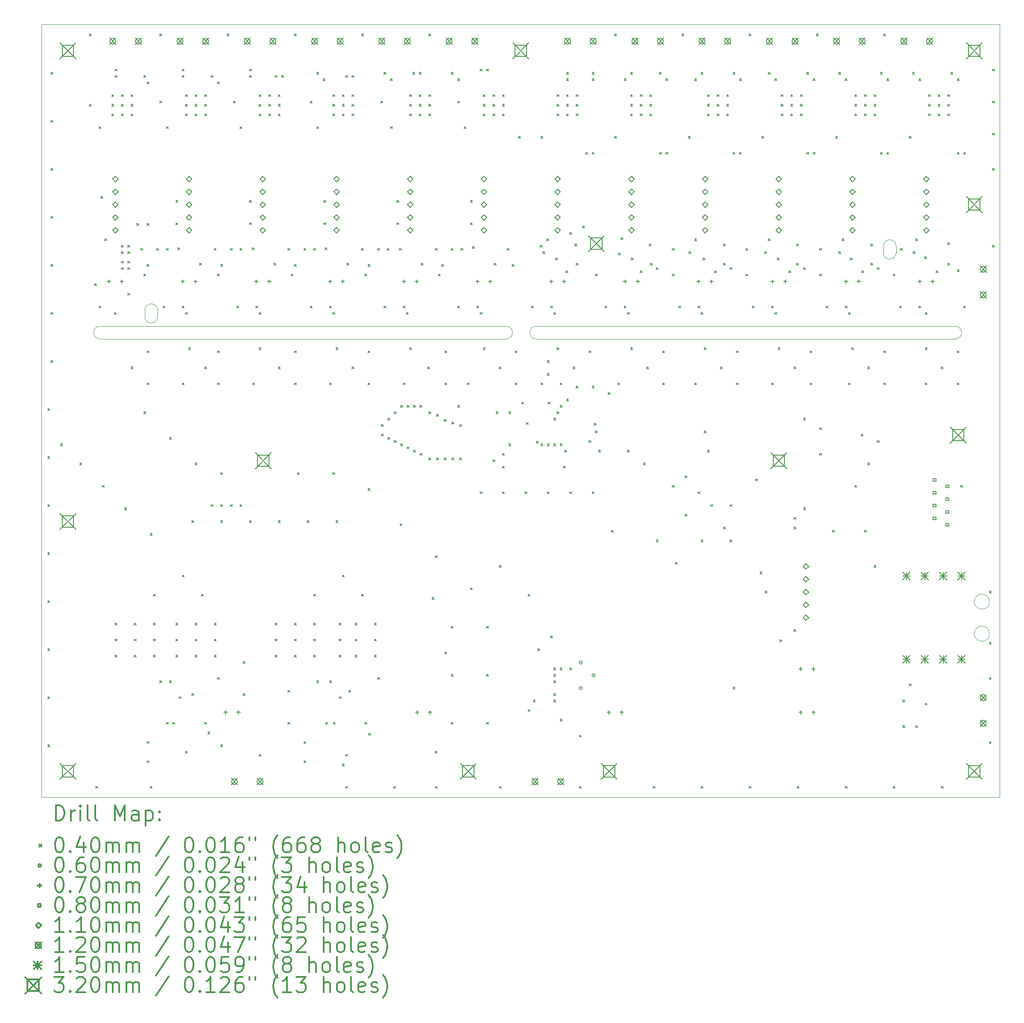
<source format=gbr>
%FSLAX45Y45*%
G04 Gerber Fmt 4.5, Leading zero omitted, Abs format (unit mm)*
G04 Created by KiCad (PCBNEW (5.1.6)-1) date 2023-07-15 17:20:58*
%MOMM*%
%LPD*%
G01*
G04 APERTURE LIST*
%TA.AperFunction,Profile*%
%ADD10C,0.050000*%
%TD*%
%ADD11C,0.200000*%
%ADD12C,0.300000*%
G04 APERTURE END LIST*
D10*
X21082000Y-5143500D02*
X12776200Y-5143500D01*
X21082000Y-5397500D02*
X12776200Y-5397500D01*
X12776200Y-5397500D02*
G75*
G02*
X12776200Y-5143500I0J127000D01*
G01*
X12179300Y-5143500D02*
G75*
G02*
X12179300Y-5397500I0J-127000D01*
G01*
X21763000Y-11239500D02*
G75*
G03*
X21763000Y-11239500I-150000J0D01*
G01*
X21763000Y-10604500D02*
G75*
G03*
X21763000Y-10604500I-150000J0D01*
G01*
X19659600Y-3556000D02*
X19659600Y-3683000D01*
X19659600Y-3556000D02*
G75*
G02*
X19913600Y-3556000I127000J0D01*
G01*
X19913600Y-3683000D02*
G75*
G02*
X19659600Y-3683000I-127000J0D01*
G01*
X19913600Y-3556000D02*
X19913600Y-3683000D01*
X5270500Y-4953000D02*
G75*
G02*
X5016500Y-4953000I-127000J0D01*
G01*
X5016500Y-4826000D02*
G75*
G02*
X5270500Y-4826000I127000J0D01*
G01*
X5270500Y-4953000D02*
X5270500Y-4826000D01*
X5016500Y-4826000D02*
X5016500Y-4953000D01*
X4127500Y-5397500D02*
G75*
G02*
X4127500Y-5143500I0J127000D01*
G01*
X21082000Y-5143500D02*
G75*
G02*
X21082000Y-5397500I0J-127000D01*
G01*
X12179300Y-5397500D02*
X4127500Y-5397500D01*
X4127500Y-5143500D02*
X12179300Y-5143500D01*
X2966500Y-14478000D02*
X21966500Y-14478000D01*
X21966500Y841500D02*
X21966500Y-14478000D01*
X2966500Y841500D02*
X21966500Y841500D01*
X2966500Y841500D02*
X2966500Y-14478000D01*
D11*
X17937800Y-3891600D02*
X17977800Y-3931600D01*
X17977800Y-3891600D02*
X17937800Y-3931600D01*
X13315000Y-7917500D02*
X13355000Y-7957500D01*
X13355000Y-7917500D02*
X13315000Y-7957500D01*
X17887000Y-11156000D02*
X17927000Y-11196000D01*
X17927000Y-11156000D02*
X17887000Y-11196000D01*
X4107500Y-1186500D02*
X4147500Y-1226500D01*
X4147500Y-1186500D02*
X4107500Y-1226500D01*
X14140500Y-4742500D02*
X14180500Y-4782500D01*
X14180500Y-4742500D02*
X14140500Y-4782500D01*
X17937800Y-3510600D02*
X17977800Y-3550600D01*
X17977800Y-3510600D02*
X17937800Y-3550600D01*
X10648000Y-742000D02*
X10688000Y-782000D01*
X10688000Y-742000D02*
X10648000Y-782000D01*
X19474500Y-9886000D02*
X19514500Y-9926000D01*
X19514500Y-9886000D02*
X19474500Y-9926000D01*
X16363000Y-932500D02*
X16403000Y-972500D01*
X16403000Y-932500D02*
X16363000Y-972500D01*
X12997500Y-5822000D02*
X13037500Y-5862000D01*
X13037500Y-5822000D02*
X12997500Y-5862000D01*
X15347000Y-1694500D02*
X15387000Y-1734500D01*
X15387000Y-1694500D02*
X15347000Y-1734500D01*
X14267500Y-9187500D02*
X14307500Y-9227500D01*
X14307500Y-9187500D02*
X14267500Y-9227500D01*
X12807000Y-11537000D02*
X12847000Y-11577000D01*
X12847000Y-11537000D02*
X12807000Y-11577000D01*
X8590600Y-3586800D02*
X8630600Y-3626800D01*
X8630600Y-3586800D02*
X8590600Y-3626800D01*
X11727500Y-551500D02*
X11767500Y-591500D01*
X11767500Y-551500D02*
X11727500Y-591500D01*
X19093500Y-8298500D02*
X19133500Y-8338500D01*
X19133500Y-8298500D02*
X19093500Y-8338500D01*
X9441500Y-8362000D02*
X9481500Y-8402000D01*
X9481500Y-8362000D02*
X9441500Y-8402000D01*
X11727500Y-932500D02*
X11767500Y-972500D01*
X11767500Y-932500D02*
X11727500Y-972500D01*
X9314500Y655000D02*
X9354500Y615000D01*
X9354500Y655000D02*
X9314500Y615000D01*
X16490000Y-9124000D02*
X16530000Y-9164000D01*
X16530000Y-9124000D02*
X16490000Y-9164000D01*
X18966500Y-4869500D02*
X19006500Y-4909500D01*
X19006500Y-4869500D02*
X18966500Y-4909500D01*
X16312200Y-4044000D02*
X16352200Y-4084000D01*
X16352200Y-4044000D02*
X16312200Y-4084000D01*
X6203000Y-932500D02*
X6243000Y-972500D01*
X6243000Y-932500D02*
X6203000Y-972500D01*
X11473500Y-10330500D02*
X11513500Y-10370500D01*
X11513500Y-10330500D02*
X11473500Y-10370500D01*
X16553500Y-932500D02*
X16593500Y-972500D01*
X16593500Y-932500D02*
X16553500Y-972500D01*
X19665000Y655000D02*
X19705000Y615000D01*
X19705000Y655000D02*
X19665000Y615000D01*
X6965000Y-11791000D02*
X7005000Y-11831000D01*
X7005000Y-11791000D02*
X6965000Y-11831000D01*
X13124500Y-11918000D02*
X13164500Y-11958000D01*
X13164500Y-11918000D02*
X13124500Y-11958000D01*
X13696000Y-3155000D02*
X13736000Y-3195000D01*
X13736000Y-3155000D02*
X13696000Y-3195000D01*
X6203000Y-742000D02*
X6243000Y-782000D01*
X6243000Y-742000D02*
X6203000Y-782000D01*
X5504500Y-7346000D02*
X5544500Y-7386000D01*
X5544500Y-7346000D02*
X5504500Y-7386000D01*
X14648500Y-932500D02*
X14688500Y-972500D01*
X14688500Y-932500D02*
X14648500Y-972500D01*
X14331000Y655000D02*
X14371000Y615000D01*
X14371000Y655000D02*
X14331000Y615000D01*
X6457000Y-12108500D02*
X6497000Y-12148500D01*
X6497000Y-12108500D02*
X6457000Y-12148500D01*
X13124500Y-12172000D02*
X13164500Y-12212000D01*
X13164500Y-12172000D02*
X13124500Y-12212000D01*
X5822000Y-932500D02*
X5862000Y-972500D01*
X5862000Y-932500D02*
X5822000Y-972500D01*
X11092500Y-12045000D02*
X11132500Y-12085000D01*
X11132500Y-12045000D02*
X11092500Y-12085000D01*
X17633000Y-551500D02*
X17673000Y-591500D01*
X17673000Y-551500D02*
X17633000Y-591500D01*
X16045500Y-14267500D02*
X16085500Y-14307500D01*
X16085500Y-14267500D02*
X16045500Y-14307500D01*
X14394500Y-6266500D02*
X14434500Y-6306500D01*
X14434500Y-6266500D02*
X14394500Y-6306500D01*
X13823000Y-5631500D02*
X13863000Y-5671500D01*
X13863000Y-5631500D02*
X13823000Y-5671500D01*
X9568500Y-11346500D02*
X9608500Y-11386500D01*
X9608500Y-11346500D02*
X9568500Y-11386500D01*
X14648500Y-742000D02*
X14688500Y-782000D01*
X14688500Y-742000D02*
X14648500Y-782000D01*
X21824000Y-1313500D02*
X21864000Y-1353500D01*
X21864000Y-1313500D02*
X21824000Y-1353500D01*
X17569500Y-5568000D02*
X17609500Y-5608000D01*
X17609500Y-5568000D02*
X17569500Y-5608000D01*
X5885500Y-5568000D02*
X5925500Y-5608000D01*
X5925500Y-5568000D02*
X5885500Y-5608000D01*
X8362000Y-11664000D02*
X8402000Y-11704000D01*
X8402000Y-11664000D02*
X8362000Y-11704000D01*
X12908600Y-3663000D02*
X12948600Y-3703000D01*
X12948600Y-3663000D02*
X12908600Y-3703000D01*
X7981000Y655000D02*
X8021000Y615000D01*
X8021000Y655000D02*
X7981000Y615000D01*
X21125500Y-5631500D02*
X21165500Y-5671500D01*
X21165500Y-5631500D02*
X21125500Y-5671500D01*
X10965500Y-5631500D02*
X11005500Y-5671500D01*
X11005500Y-5631500D02*
X10965500Y-5671500D01*
X8235000Y-8997000D02*
X8275000Y-9037000D01*
X8275000Y-8997000D02*
X8235000Y-9037000D01*
X19474500Y-742000D02*
X19514500Y-782000D01*
X19514500Y-742000D02*
X19474500Y-782000D01*
X14521500Y-234000D02*
X14561500Y-274000D01*
X14561500Y-234000D02*
X14521500Y-274000D01*
X13010200Y-6647500D02*
X13050200Y-6687500D01*
X13050200Y-6647500D02*
X13010200Y-6687500D01*
X10267000Y-5568000D02*
X10307000Y-5608000D01*
X10307000Y-5568000D02*
X10267000Y-5608000D01*
X20249200Y-3663000D02*
X20289200Y-3703000D01*
X20289200Y-3663000D02*
X20249200Y-3703000D01*
X5669600Y-3586800D02*
X5709600Y-3626800D01*
X5709600Y-3586800D02*
X5669600Y-3626800D01*
X4742500Y-551500D02*
X4782500Y-591500D01*
X4782500Y-551500D02*
X4742500Y-591500D01*
X20554000Y-742000D02*
X20594000Y-782000D01*
X20594000Y-742000D02*
X20554000Y-782000D01*
X8552500Y-234000D02*
X8592500Y-274000D01*
X8592500Y-234000D02*
X8552500Y-274000D01*
X12578400Y-7053900D02*
X12618400Y-7093900D01*
X12618400Y-7053900D02*
X12578400Y-7093900D01*
X13442000Y-8425500D02*
X13482000Y-8465500D01*
X13482000Y-8425500D02*
X13442000Y-8465500D01*
X9441500Y-5631500D02*
X9481500Y-5671500D01*
X9481500Y-5631500D02*
X9441500Y-5671500D01*
X4806000Y-11346500D02*
X4846000Y-11386500D01*
X4846000Y-11346500D02*
X4806000Y-11386500D01*
X9378000Y-4107500D02*
X9418000Y-4147500D01*
X9418000Y-4107500D02*
X9378000Y-4147500D01*
X11791000Y-43500D02*
X11831000Y-83500D01*
X11831000Y-43500D02*
X11791000Y-83500D01*
X12045000Y-5949000D02*
X12085000Y-5989000D01*
X12085000Y-5949000D02*
X12045000Y-5989000D01*
X4996500Y-4107500D02*
X5036500Y-4147500D01*
X5036500Y-4107500D02*
X4996500Y-4147500D01*
X5822000Y-4869500D02*
X5862000Y-4909500D01*
X5862000Y-4869500D02*
X5822000Y-4909500D01*
X4361500Y-551500D02*
X4401500Y-591500D01*
X4401500Y-551500D02*
X4361500Y-591500D01*
X17633000Y-742000D02*
X17673000Y-782000D01*
X17673000Y-742000D02*
X17633000Y-782000D01*
X16680500Y-107000D02*
X16720500Y-147000D01*
X16720500Y-107000D02*
X16680500Y-147000D01*
X14966000Y-5949000D02*
X15006000Y-5989000D01*
X15006000Y-5949000D02*
X14966000Y-5989000D01*
X13886500Y-8425500D02*
X13926500Y-8465500D01*
X13926500Y-8425500D02*
X13886500Y-8465500D01*
X8679500Y-4742500D02*
X8719500Y-4782500D01*
X8719500Y-4742500D02*
X8679500Y-4782500D01*
X5822000Y-551500D02*
X5862000Y-591500D01*
X5862000Y-551500D02*
X5822000Y-591500D01*
X11664000Y-43500D02*
X11704000Y-83500D01*
X11704000Y-43500D02*
X11664000Y-83500D01*
X20808000Y-5949000D02*
X20848000Y-5989000D01*
X20848000Y-5949000D02*
X20808000Y-5989000D01*
X10013000Y-2647000D02*
X10053000Y-2687000D01*
X10053000Y-2647000D02*
X10013000Y-2687000D01*
X9759000Y-4742500D02*
X9799000Y-4782500D01*
X9799000Y-4742500D02*
X9759000Y-4782500D01*
X4615500Y-8743000D02*
X4655500Y-8783000D01*
X4655500Y-8743000D02*
X4615500Y-8783000D01*
X13188000Y-6838000D02*
X13228000Y-6878000D01*
X13228000Y-6838000D02*
X13188000Y-6878000D01*
X11473500Y-3091500D02*
X11513500Y-3131500D01*
X11513500Y-3091500D02*
X11473500Y-3131500D01*
X9822500Y-3599500D02*
X9862500Y-3639500D01*
X9862500Y-3599500D02*
X9822500Y-3639500D01*
X5314000Y655000D02*
X5354000Y615000D01*
X5354000Y655000D02*
X5314000Y615000D01*
X20046000Y-12553000D02*
X20086000Y-12593000D01*
X20086000Y-12553000D02*
X20046000Y-12593000D01*
X13061000Y-4742500D02*
X13101000Y-4782500D01*
X13101000Y-4742500D02*
X13061000Y-4782500D01*
X12108500Y-7663500D02*
X12148500Y-7703500D01*
X12148500Y-7663500D02*
X12108500Y-7703500D01*
X19601500Y-1694500D02*
X19641500Y-1734500D01*
X19641500Y-1694500D02*
X19601500Y-1734500D01*
X8171500Y-13378500D02*
X8211500Y-13418500D01*
X8211500Y-13378500D02*
X8171500Y-13418500D01*
X4552000Y-3663000D02*
X4592000Y-3703000D01*
X4592000Y-3663000D02*
X4552000Y-3703000D01*
X18077500Y-3980500D02*
X18117500Y-4020500D01*
X18117500Y-3980500D02*
X18077500Y-4020500D01*
X15042200Y-3891600D02*
X15082200Y-3931600D01*
X15082200Y-3891600D02*
X15042200Y-3931600D01*
X6647500Y655000D02*
X6687500Y615000D01*
X6687500Y655000D02*
X6647500Y615000D01*
X16236000Y-8679500D02*
X16276000Y-8719500D01*
X16276000Y-8679500D02*
X16236000Y-8719500D01*
X8298500Y-4742500D02*
X8338500Y-4782500D01*
X8338500Y-4742500D02*
X8298500Y-4782500D01*
X19411000Y-3510600D02*
X19451000Y-3550600D01*
X19451000Y-3510600D02*
X19411000Y-3550600D01*
X8933500Y-742000D02*
X8973500Y-782000D01*
X8973500Y-742000D02*
X8933500Y-782000D01*
X18077500Y-6965000D02*
X18117500Y-7005000D01*
X18117500Y-6965000D02*
X18077500Y-7005000D01*
X14839000Y-742000D02*
X14879000Y-782000D01*
X14879000Y-742000D02*
X14839000Y-782000D01*
X10965500Y-11600500D02*
X11005500Y-11640500D01*
X11005500Y-11600500D02*
X10965500Y-11640500D01*
X15918500Y-3409000D02*
X15958500Y-3449000D01*
X15958500Y-3409000D02*
X15918500Y-3449000D01*
X8870000Y-12489500D02*
X8910000Y-12529500D01*
X8910000Y-12489500D02*
X8870000Y-12529500D01*
X16680500Y-12299000D02*
X16720500Y-12339000D01*
X16720500Y-12299000D02*
X16680500Y-12339000D01*
X13061000Y-11283000D02*
X13101000Y-11323000D01*
X13101000Y-11283000D02*
X13061000Y-11323000D01*
X11511600Y-3561400D02*
X11551600Y-3601400D01*
X11551600Y-3561400D02*
X11511600Y-3601400D01*
X10457500Y-932500D02*
X10497500Y-972500D01*
X10497500Y-932500D02*
X10457500Y-972500D01*
X17315500Y-10394000D02*
X17355500Y-10434000D01*
X17355500Y-10394000D02*
X17315500Y-10434000D01*
X8044500Y-8044500D02*
X8084500Y-8084500D01*
X8084500Y-8044500D02*
X8044500Y-8084500D01*
X13378500Y-932500D02*
X13418500Y-972500D01*
X13418500Y-932500D02*
X13378500Y-972500D01*
X11219500Y-6711000D02*
X11259500Y-6751000D01*
X11259500Y-6711000D02*
X11219500Y-6751000D01*
X3155000Y-107000D02*
X3195000Y-147000D01*
X3195000Y-107000D02*
X3155000Y-147000D01*
X4679000Y-3536000D02*
X4719000Y-3576000D01*
X4719000Y-3536000D02*
X4679000Y-3576000D01*
X12616500Y-12743500D02*
X12656500Y-12783500D01*
X12656500Y-12743500D02*
X12616500Y-12783500D01*
X12984800Y-3409000D02*
X13024800Y-3449000D01*
X13024800Y-3409000D02*
X12984800Y-3449000D01*
X7663500Y-742000D02*
X7703500Y-782000D01*
X7703500Y-742000D02*
X7663500Y-782000D01*
X6012500Y-7854000D02*
X6052500Y-7894000D01*
X6052500Y-7854000D02*
X6012500Y-7894000D01*
X13378500Y-551500D02*
X13418500Y-591500D01*
X13418500Y-551500D02*
X13378500Y-591500D01*
X3155000Y-5822000D02*
X3195000Y-5862000D01*
X3195000Y-5822000D02*
X3155000Y-5862000D01*
X9314500Y-10457500D02*
X9354500Y-10497500D01*
X9354500Y-10457500D02*
X9314500Y-10497500D01*
X6520500Y-8679500D02*
X6560500Y-8719500D01*
X6560500Y-8679500D02*
X6520500Y-8719500D01*
X5441000Y-3599500D02*
X5481000Y-3639500D01*
X5481000Y-3599500D02*
X5441000Y-3639500D01*
X8743000Y-932500D02*
X8783000Y-972500D01*
X8783000Y-932500D02*
X8743000Y-972500D01*
X8870000Y-11664000D02*
X8910000Y-11704000D01*
X8910000Y-11664000D02*
X8870000Y-11704000D01*
X13569000Y-932500D02*
X13609000Y-972500D01*
X13609000Y-932500D02*
X13569000Y-972500D01*
X17887000Y-9124000D02*
X17927000Y-9164000D01*
X17927000Y-9124000D02*
X17887000Y-9164000D01*
X15664500Y655000D02*
X15704500Y615000D01*
X15704500Y655000D02*
X15664500Y615000D01*
X4679000Y-3853500D02*
X4719000Y-3893500D01*
X4719000Y-3853500D02*
X4679000Y-3893500D01*
X13632500Y-13251500D02*
X13672500Y-13291500D01*
X13672500Y-13251500D02*
X13632500Y-13291500D01*
X7282500Y-551500D02*
X7322500Y-591500D01*
X7322500Y-551500D02*
X7282500Y-591500D01*
X21760500Y-11410000D02*
X21800500Y-11450000D01*
X21800500Y-11410000D02*
X21760500Y-11450000D01*
X11727500Y-742000D02*
X11767500Y-782000D01*
X11767500Y-742000D02*
X11727500Y-782000D01*
X15093000Y-14267500D02*
X15133000Y-14307500D01*
X15133000Y-14267500D02*
X15093000Y-14307500D01*
X14648500Y-5568000D02*
X14688500Y-5608000D01*
X14688500Y-5568000D02*
X14648500Y-5608000D01*
X13188000Y-5568000D02*
X13228000Y-5608000D01*
X13228000Y-5568000D02*
X13188000Y-5608000D01*
X8362000Y-11029000D02*
X8402000Y-11069000D01*
X8402000Y-11029000D02*
X8362000Y-11069000D01*
X11791000Y-12045000D02*
X11831000Y-12085000D01*
X11831000Y-12045000D02*
X11791000Y-12085000D01*
X20490500Y-5568000D02*
X20530500Y-5608000D01*
X20530500Y-5568000D02*
X20490500Y-5608000D01*
X5758500Y-6266500D02*
X5798500Y-6306500D01*
X5798500Y-6266500D02*
X5758500Y-6306500D01*
X4425000Y-11664000D02*
X4465000Y-11704000D01*
X4465000Y-11664000D02*
X4425000Y-11704000D01*
X4933000Y-3599500D02*
X4973000Y-3639500D01*
X4973000Y-3599500D02*
X4933000Y-3639500D01*
X10648000Y655000D02*
X10688000Y615000D01*
X10688000Y655000D02*
X10648000Y615000D01*
X6457000Y-297500D02*
X6497000Y-337500D01*
X6497000Y-297500D02*
X6457000Y-337500D01*
X20490500Y-6266500D02*
X20530500Y-6306500D01*
X20530500Y-6266500D02*
X20490500Y-6306500D01*
X10965500Y-6266500D02*
X11005500Y-6306500D01*
X11005500Y-6266500D02*
X10965500Y-6306500D01*
X4856800Y-3104200D02*
X4896800Y-3144200D01*
X4896800Y-3104200D02*
X4856800Y-3144200D01*
X8806500Y-8997000D02*
X8846500Y-9037000D01*
X8846500Y-8997000D02*
X8806500Y-9037000D01*
X19474500Y-932500D02*
X19514500Y-972500D01*
X19514500Y-932500D02*
X19474500Y-972500D01*
X18268000Y-234000D02*
X18308000Y-274000D01*
X18308000Y-234000D02*
X18268000Y-274000D01*
X13251500Y-6711000D02*
X13291500Y-6751000D01*
X13291500Y-6711000D02*
X13251500Y-6751000D01*
X12362500Y-5631500D02*
X12402500Y-5671500D01*
X12402500Y-5631500D02*
X12362500Y-5671500D01*
X3917000Y-742000D02*
X3957000Y-782000D01*
X3957000Y-742000D02*
X3917000Y-782000D01*
X4742500Y-932500D02*
X4782500Y-972500D01*
X4782500Y-932500D02*
X4742500Y-972500D01*
X20935000Y-932500D02*
X20975000Y-972500D01*
X20975000Y-932500D02*
X20935000Y-972500D01*
X11219500Y-234000D02*
X11259500Y-274000D01*
X11259500Y-234000D02*
X11219500Y-274000D01*
X13950000Y-7219000D02*
X13990000Y-7259000D01*
X13990000Y-7219000D02*
X13950000Y-7259000D01*
X16045500Y-9378000D02*
X16085500Y-9418000D01*
X16085500Y-9378000D02*
X16045500Y-9418000D01*
X9962200Y-6838000D02*
X10002200Y-6878000D01*
X10002200Y-6838000D02*
X9962200Y-6878000D01*
X5568000Y-12997500D02*
X5608000Y-13037500D01*
X5608000Y-12997500D02*
X5568000Y-13037500D01*
X4806000Y-11029000D02*
X4846000Y-11069000D01*
X4846000Y-11029000D02*
X4806000Y-11069000D01*
X17823500Y-551500D02*
X17863500Y-591500D01*
X17863500Y-551500D02*
X17823500Y-591500D01*
X11092500Y-107000D02*
X11132500Y-147000D01*
X11132500Y-107000D02*
X11092500Y-147000D01*
X7663500Y-5949000D02*
X7703500Y-5989000D01*
X7703500Y-5949000D02*
X7663500Y-5989000D01*
X7092000Y-3091500D02*
X7132000Y-3131500D01*
X7132000Y-3091500D02*
X7092000Y-3131500D01*
X6711000Y-3599500D02*
X6751000Y-3639500D01*
X6751000Y-3599500D02*
X6711000Y-3639500D01*
X9187500Y-11029000D02*
X9227500Y-11069000D01*
X9227500Y-11029000D02*
X9187500Y-11069000D01*
X17633000Y-932500D02*
X17673000Y-972500D01*
X17673000Y-932500D02*
X17633000Y-972500D01*
X14648500Y-107000D02*
X14688500Y-147000D01*
X14688500Y-107000D02*
X14648500Y-147000D01*
X19347500Y-5949000D02*
X19387500Y-5989000D01*
X19387500Y-5949000D02*
X19347500Y-5989000D01*
X6901500Y-1186500D02*
X6941500Y-1226500D01*
X6941500Y-1186500D02*
X6901500Y-1226500D01*
X10902000Y-3917000D02*
X10942000Y-3957000D01*
X10942000Y-3917000D02*
X10902000Y-3957000D01*
X7854000Y-12997500D02*
X7894000Y-13037500D01*
X7894000Y-12997500D02*
X7854000Y-13037500D01*
X6330000Y-170500D02*
X6370000Y-210500D01*
X6370000Y-170500D02*
X6330000Y-210500D01*
X12235500Y-6838000D02*
X12275500Y-6878000D01*
X12275500Y-6838000D02*
X12235500Y-6878000D01*
X9632000Y-3599500D02*
X9672000Y-3639500D01*
X9672000Y-3599500D02*
X9632000Y-3639500D01*
X15220000Y-1694500D02*
X15260000Y-1734500D01*
X15260000Y-1694500D02*
X15220000Y-1734500D01*
X3345500Y-7473000D02*
X3385500Y-7513000D01*
X3385500Y-7473000D02*
X3345500Y-7513000D01*
X20363500Y-234000D02*
X20403500Y-274000D01*
X20403500Y-234000D02*
X20363500Y-274000D01*
X13124500Y-6965000D02*
X13164500Y-7005000D01*
X13164500Y-6965000D02*
X13124500Y-7005000D01*
X4552000Y-3536000D02*
X4592000Y-3576000D01*
X4592000Y-3536000D02*
X4552000Y-3576000D01*
X10140000Y-4742500D02*
X10180000Y-4782500D01*
X10180000Y-4742500D02*
X10140000Y-4782500D01*
X5758500Y-10076500D02*
X5798500Y-10116500D01*
X5798500Y-10076500D02*
X5758500Y-10116500D01*
X18839500Y-3409000D02*
X18879500Y-3449000D01*
X18879500Y-3409000D02*
X18839500Y-3449000D01*
X9378000Y-12997500D02*
X9418000Y-13037500D01*
X9418000Y-12997500D02*
X9378000Y-13037500D01*
X13569000Y-6330000D02*
X13609000Y-6370000D01*
X13609000Y-6330000D02*
X13569000Y-6370000D01*
X14521500Y-4742500D02*
X14561500Y-4782500D01*
X14561500Y-4742500D02*
X14521500Y-4782500D01*
X19728500Y-1694500D02*
X19768500Y-1734500D01*
X19768500Y-1694500D02*
X19728500Y-1734500D01*
X8933500Y-13823000D02*
X8973500Y-13863000D01*
X8973500Y-13823000D02*
X8933500Y-13863000D01*
X5949000Y-12426000D02*
X5989000Y-12466000D01*
X5989000Y-12426000D02*
X5949000Y-12466000D01*
X16045500Y-4869500D02*
X16085500Y-4909500D01*
X16085500Y-4869500D02*
X16045500Y-4909500D01*
X14661200Y-3790000D02*
X14701200Y-3830000D01*
X14701200Y-3790000D02*
X14661200Y-3830000D01*
X16934500Y-3599500D02*
X16974500Y-3639500D01*
X16974500Y-3599500D02*
X16934500Y-3639500D01*
X3155000Y-3917000D02*
X3195000Y-3957000D01*
X3195000Y-3917000D02*
X3155000Y-3957000D01*
X4107500Y-4742500D02*
X4147500Y-4782500D01*
X4147500Y-4742500D02*
X4107500Y-4782500D01*
X8743000Y-4869500D02*
X8783000Y-4909500D01*
X8783000Y-4869500D02*
X8743000Y-4909500D01*
X19411000Y-3891600D02*
X19451000Y-3931600D01*
X19451000Y-3891600D02*
X19411000Y-3931600D01*
X10648000Y-551500D02*
X10688000Y-591500D01*
X10688000Y-551500D02*
X10648000Y-591500D01*
X6520500Y-8997000D02*
X6560500Y-9037000D01*
X6560500Y-8997000D02*
X6520500Y-9037000D01*
X15029500Y-551500D02*
X15069500Y-591500D01*
X15069500Y-551500D02*
X15029500Y-591500D01*
X21125500Y-1694500D02*
X21165500Y-1734500D01*
X21165500Y-1694500D02*
X21125500Y-1734500D01*
X9060500Y-12362500D02*
X9100500Y-12402500D01*
X9100500Y-12362500D02*
X9060500Y-12402500D01*
X10013000Y-3091500D02*
X10053000Y-3131500D01*
X10053000Y-3091500D02*
X10013000Y-3131500D01*
X10343200Y-7600000D02*
X10383200Y-7640000D01*
X10383200Y-7600000D02*
X10343200Y-7640000D01*
X9022400Y-3891600D02*
X9062400Y-3931600D01*
X9062400Y-3891600D02*
X9022400Y-3931600D01*
X10457500Y-551500D02*
X10497500Y-591500D01*
X10497500Y-551500D02*
X10457500Y-591500D01*
X15982000Y-8425500D02*
X16022000Y-8465500D01*
X16022000Y-8425500D02*
X15982000Y-8465500D01*
X11791000Y-11092500D02*
X11831000Y-11132500D01*
X11831000Y-11092500D02*
X11791000Y-11132500D01*
X15029500Y-932500D02*
X15069500Y-972500D01*
X15069500Y-932500D02*
X15029500Y-972500D01*
X21824000Y-43500D02*
X21864000Y-83500D01*
X21864000Y-43500D02*
X21824000Y-83500D01*
X6901500Y-8679500D02*
X6941500Y-8719500D01*
X6941500Y-8679500D02*
X6901500Y-8719500D01*
X13251500Y-12934000D02*
X13291500Y-12974000D01*
X13291500Y-12934000D02*
X13251500Y-12974000D01*
X16490000Y-3891600D02*
X16530000Y-3931600D01*
X16530000Y-3891600D02*
X16490000Y-3931600D01*
X6012500Y-551500D02*
X6052500Y-591500D01*
X6052500Y-551500D02*
X6012500Y-591500D01*
X21760500Y-13378500D02*
X21800500Y-13418500D01*
X21800500Y-13378500D02*
X21760500Y-13418500D01*
X16363000Y-551500D02*
X16403000Y-591500D01*
X16403000Y-551500D02*
X16363000Y-591500D01*
X21824000Y-2012000D02*
X21864000Y-2052000D01*
X21864000Y-2012000D02*
X21824000Y-2052000D01*
X6330000Y-8679500D02*
X6370000Y-8719500D01*
X6370000Y-8679500D02*
X6330000Y-8719500D01*
X20173000Y-1377000D02*
X20213000Y-1417000D01*
X20213000Y-1377000D02*
X20173000Y-1417000D01*
X8743000Y-551500D02*
X8783000Y-591500D01*
X8783000Y-551500D02*
X8743000Y-591500D01*
X9187500Y-11664000D02*
X9227500Y-11704000D01*
X9227500Y-11664000D02*
X9187500Y-11704000D01*
X16553500Y-742000D02*
X16593500Y-782000D01*
X16593500Y-742000D02*
X16553500Y-782000D01*
X19538000Y-7409500D02*
X19578000Y-7449500D01*
X19578000Y-7409500D02*
X19538000Y-7449500D01*
X16998000Y655000D02*
X17038000Y615000D01*
X17038000Y655000D02*
X16998000Y615000D01*
X5314000Y-12172000D02*
X5354000Y-12212000D01*
X5354000Y-12172000D02*
X5314000Y-12212000D01*
X9835200Y-6965000D02*
X9875200Y-7005000D01*
X9875200Y-6965000D02*
X9835200Y-7005000D01*
X7473000Y-932500D02*
X7513000Y-972500D01*
X7513000Y-932500D02*
X7473000Y-972500D01*
X21760500Y-10394000D02*
X21800500Y-10434000D01*
X21800500Y-10394000D02*
X21760500Y-10434000D01*
X16363000Y-742000D02*
X16403000Y-782000D01*
X16403000Y-742000D02*
X16363000Y-782000D01*
X15728000Y-8870000D02*
X15768000Y-8910000D01*
X15768000Y-8870000D02*
X15728000Y-8910000D01*
X11791000Y-12997500D02*
X11831000Y-13037500D01*
X11831000Y-12997500D02*
X11791000Y-13037500D01*
X16109000Y-5568000D02*
X16149000Y-5608000D01*
X16149000Y-5568000D02*
X16109000Y-5608000D01*
X9962200Y-7409500D02*
X10002200Y-7449500D01*
X10002200Y-7409500D02*
X9962200Y-7449500D01*
X7600000Y-11029000D02*
X7640000Y-11069000D01*
X7640000Y-11029000D02*
X7600000Y-11069000D01*
X3091500Y-8679500D02*
X3131500Y-8719500D01*
X3131500Y-8679500D02*
X3091500Y-8719500D01*
X19030000Y-5568000D02*
X19070000Y-5608000D01*
X19070000Y-5568000D02*
X19030000Y-5608000D01*
X8806500Y-5568000D02*
X8846500Y-5608000D01*
X8846500Y-5568000D02*
X8806500Y-5608000D01*
X4361500Y-742000D02*
X4401500Y-782000D01*
X4401500Y-742000D02*
X4361500Y-782000D01*
X19093500Y-932500D02*
X19133500Y-972500D01*
X19133500Y-932500D02*
X19093500Y-972500D01*
X8362000Y-10457500D02*
X8402000Y-10497500D01*
X8402000Y-10457500D02*
X8362000Y-10497500D01*
X5758500Y-43500D02*
X5798500Y-83500D01*
X5798500Y-43500D02*
X5758500Y-83500D01*
X21125500Y-6266500D02*
X21165500Y-6306500D01*
X21165500Y-6266500D02*
X21125500Y-6306500D01*
X5060000Y-5631500D02*
X5100000Y-5671500D01*
X5100000Y-5631500D02*
X5060000Y-5671500D01*
X20935000Y-3891600D02*
X20975000Y-3931600D01*
X20975000Y-3891600D02*
X20935000Y-3931600D01*
X7574600Y-3891600D02*
X7614600Y-3931600D01*
X7614600Y-3891600D02*
X7574600Y-3931600D01*
X5631500Y-11029000D02*
X5671500Y-11069000D01*
X5671500Y-11029000D02*
X5631500Y-11069000D01*
X19284000Y-932500D02*
X19324000Y-972500D01*
X19324000Y-932500D02*
X19284000Y-972500D01*
X17506000Y-234000D02*
X17546000Y-274000D01*
X17546000Y-234000D02*
X17506000Y-274000D01*
X17887000Y-5949000D02*
X17927000Y-5989000D01*
X17927000Y-5949000D02*
X17887000Y-5989000D01*
X7981000Y-6266500D02*
X8021000Y-6306500D01*
X8021000Y-6266500D02*
X7981000Y-6306500D01*
X5377500Y-4742500D02*
X5417500Y-4782500D01*
X5417500Y-4742500D02*
X5377500Y-4782500D01*
X5060000Y-3104200D02*
X5100000Y-3144200D01*
X5100000Y-3104200D02*
X5060000Y-3144200D01*
X5187000Y-11664000D02*
X5227000Y-11704000D01*
X5227000Y-11664000D02*
X5187000Y-11704000D01*
X6393500Y-3599500D02*
X6433500Y-3639500D01*
X6433500Y-3599500D02*
X6393500Y-3639500D01*
X17379000Y-107000D02*
X17419000Y-147000D01*
X17419000Y-107000D02*
X17379000Y-147000D01*
X14204000Y-6457000D02*
X14244000Y-6497000D01*
X14244000Y-6457000D02*
X14204000Y-6497000D01*
X20300000Y-13061000D02*
X20340000Y-13101000D01*
X20340000Y-13061000D02*
X20300000Y-13101000D01*
X10216200Y-7536500D02*
X10256200Y-7576500D01*
X10256200Y-7536500D02*
X10216200Y-7576500D01*
X5441000Y-12997500D02*
X5481000Y-13037500D01*
X5481000Y-12997500D02*
X5441000Y-13037500D01*
X4425000Y-11029000D02*
X4465000Y-11069000D01*
X4465000Y-11029000D02*
X4425000Y-11069000D01*
X19284000Y-551500D02*
X19324000Y-591500D01*
X19324000Y-551500D02*
X19284000Y-591500D01*
X18141000Y-107000D02*
X18181000Y-147000D01*
X18181000Y-107000D02*
X18141000Y-147000D01*
X11918000Y-7790500D02*
X11958000Y-7830500D01*
X11958000Y-7790500D02*
X11918000Y-7830500D01*
X5631500Y-3091500D02*
X5671500Y-3131500D01*
X5671500Y-3091500D02*
X5631500Y-3131500D01*
X6774500Y-678500D02*
X6814500Y-718500D01*
X6814500Y-678500D02*
X6774500Y-718500D01*
X7981000Y-11029000D02*
X8021000Y-11069000D01*
X8021000Y-11029000D02*
X7981000Y-11069000D01*
X17823500Y-932500D02*
X17863500Y-972500D01*
X17863500Y-932500D02*
X17823500Y-972500D01*
X16045500Y-107000D02*
X16085500Y-147000D01*
X16085500Y-107000D02*
X16045500Y-147000D01*
X11105200Y-7752400D02*
X11145200Y-7792400D01*
X11145200Y-7752400D02*
X11105200Y-7792400D01*
X8425500Y-1186500D02*
X8465500Y-1226500D01*
X8465500Y-1186500D02*
X8425500Y-1226500D01*
X12680000Y-4742500D02*
X12720000Y-4782500D01*
X12720000Y-4742500D02*
X12680000Y-4782500D01*
X21125500Y-234000D02*
X21165500Y-274000D01*
X21165500Y-234000D02*
X21125500Y-274000D01*
X16426500Y-5949000D02*
X16466500Y-5989000D01*
X16466500Y-5949000D02*
X16426500Y-5989000D01*
X11346500Y-1186500D02*
X11386500Y-1226500D01*
X11386500Y-1186500D02*
X11346500Y-1226500D01*
X16617000Y-3980500D02*
X16657000Y-4020500D01*
X16657000Y-3980500D02*
X16617000Y-4020500D01*
X18776000Y-107000D02*
X18816000Y-147000D01*
X18816000Y-107000D02*
X18776000Y-147000D01*
X13378500Y-6584000D02*
X13418500Y-6624000D01*
X13418500Y-6584000D02*
X13378500Y-6624000D01*
X16109000Y-7219000D02*
X16149000Y-7259000D01*
X16149000Y-7219000D02*
X16109000Y-7259000D01*
X10203500Y-4869500D02*
X10243500Y-4909500D01*
X10243500Y-4869500D02*
X10203500Y-4909500D01*
X3726500Y-7854000D02*
X3766500Y-7894000D01*
X3766500Y-7854000D02*
X3726500Y-7894000D01*
X16680500Y-1694500D02*
X16720500Y-1734500D01*
X16720500Y-1694500D02*
X16680500Y-1734500D01*
X8755700Y-12997500D02*
X8795700Y-13037500D01*
X8795700Y-12997500D02*
X8755700Y-13037500D01*
X4679000Y-4488500D02*
X4719000Y-4528500D01*
X4719000Y-4488500D02*
X4679000Y-4528500D01*
X17442500Y-4742500D02*
X17482500Y-4782500D01*
X17482500Y-4742500D02*
X17442500Y-4782500D01*
X17302800Y-3663000D02*
X17342800Y-3703000D01*
X17342800Y-3663000D02*
X17302800Y-3703000D01*
X14458000Y-3383600D02*
X14498000Y-3423600D01*
X14498000Y-3383600D02*
X14458000Y-3423600D01*
X8997000Y-13632500D02*
X9037000Y-13672500D01*
X9037000Y-13632500D02*
X8997000Y-13672500D01*
X14902500Y-7854000D02*
X14942500Y-7894000D01*
X14942500Y-7854000D02*
X14902500Y-7894000D01*
X17506000Y-4869500D02*
X17546000Y-4909500D01*
X17546000Y-4869500D02*
X17506000Y-4909500D01*
X13569000Y-3891600D02*
X13609000Y-3931600D01*
X13609000Y-3891600D02*
X13569000Y-3931600D01*
X18395000Y-3599500D02*
X18435000Y-3639500D01*
X18435000Y-3599500D02*
X18395000Y-3639500D01*
X12616500Y-10457500D02*
X12656500Y-10497500D01*
X12656500Y-10457500D02*
X12616500Y-10497500D01*
X6203000Y-12997500D02*
X6243000Y-13037500D01*
X6243000Y-12997500D02*
X6203000Y-13037500D01*
X9695500Y-678500D02*
X9735500Y-718500D01*
X9735500Y-678500D02*
X9695500Y-718500D01*
X19233200Y-4044000D02*
X19273200Y-4084000D01*
X19273200Y-4044000D02*
X19233200Y-4084000D01*
X7282500Y-932500D02*
X7322500Y-972500D01*
X7322500Y-932500D02*
X7282500Y-972500D01*
X11918000Y-551500D02*
X11958000Y-591500D01*
X11958000Y-551500D02*
X11918000Y-591500D01*
X15791500Y-1377000D02*
X15831500Y-1417000D01*
X15831500Y-1377000D02*
X15791500Y-1417000D01*
X4018600Y-4298000D02*
X4058600Y-4338000D01*
X4058600Y-4298000D02*
X4018600Y-4338000D01*
X18522000Y-4742500D02*
X18562000Y-4782500D01*
X18562000Y-4742500D02*
X18522000Y-4782500D01*
X12197400Y-3599500D02*
X12237400Y-3639500D01*
X12237400Y-3599500D02*
X12197400Y-3639500D01*
X10267000Y-742000D02*
X10307000Y-782000D01*
X10307000Y-742000D02*
X10267000Y-782000D01*
X18395000Y-7155500D02*
X18435000Y-7195500D01*
X18435000Y-7155500D02*
X18395000Y-7195500D01*
X10775000Y-9695500D02*
X10815000Y-9735500D01*
X10815000Y-9695500D02*
X10775000Y-9735500D01*
X11918000Y-932500D02*
X11958000Y-972500D01*
X11958000Y-932500D02*
X11918000Y-972500D01*
X16998000Y-14267500D02*
X17038000Y-14307500D01*
X17038000Y-14267500D02*
X16998000Y-14307500D01*
X4679000Y-3663000D02*
X4719000Y-3703000D01*
X4719000Y-3663000D02*
X4679000Y-3703000D01*
X13251500Y-11918000D02*
X13291500Y-11958000D01*
X13291500Y-11918000D02*
X13251500Y-11958000D01*
X16490000Y-3510600D02*
X16530000Y-3550600D01*
X16530000Y-3510600D02*
X16490000Y-3550600D01*
X10267000Y-551500D02*
X10307000Y-591500D01*
X10307000Y-551500D02*
X10267000Y-591500D01*
X8870000Y-11029000D02*
X8910000Y-11069000D01*
X8910000Y-11029000D02*
X8870000Y-11069000D01*
X16172500Y-932500D02*
X16212500Y-972500D01*
X16212500Y-932500D02*
X16172500Y-972500D01*
X18903000Y-14267500D02*
X18943000Y-14307500D01*
X18943000Y-14267500D02*
X18903000Y-14307500D01*
X6711000Y-8679500D02*
X6751000Y-8719500D01*
X6751000Y-8679500D02*
X6711000Y-8719500D01*
X13124500Y-12426000D02*
X13164500Y-12466000D01*
X13164500Y-12426000D02*
X13124500Y-12466000D01*
X7663500Y-932500D02*
X7703500Y-972500D01*
X7703500Y-932500D02*
X7663500Y-972500D01*
X11092500Y-12997500D02*
X11132500Y-13037500D01*
X11132500Y-12997500D02*
X11092500Y-13037500D01*
X16553500Y-551500D02*
X16593500Y-591500D01*
X16593500Y-551500D02*
X16553500Y-591500D01*
X15537500Y-9822500D02*
X15577500Y-9862500D01*
X15577500Y-9822500D02*
X15537500Y-9862500D01*
X3091500Y-9632000D02*
X3131500Y-9672000D01*
X3131500Y-9632000D02*
X3091500Y-9672000D01*
X5060000Y-297500D02*
X5100000Y-337500D01*
X5100000Y-297500D02*
X5060000Y-337500D01*
X15283500Y-6266500D02*
X15323500Y-6306500D01*
X15323500Y-6266500D02*
X15283500Y-6306500D01*
X10089200Y-7473000D02*
X10129200Y-7513000D01*
X10129200Y-7473000D02*
X10089200Y-7513000D01*
X9124000Y-551500D02*
X9164000Y-591500D01*
X9164000Y-551500D02*
X9124000Y-591500D01*
X11092500Y-11092500D02*
X11132500Y-11132500D01*
X11132500Y-11092500D02*
X11092500Y-11132500D01*
X14648500Y-551500D02*
X14688500Y-591500D01*
X14688500Y-551500D02*
X14648500Y-591500D01*
X15728000Y-8108000D02*
X15768000Y-8148000D01*
X15768000Y-8108000D02*
X15728000Y-8148000D01*
X12045000Y-14267500D02*
X12085000Y-14307500D01*
X12085000Y-14267500D02*
X12045000Y-14307500D01*
X15283500Y-5631500D02*
X15323500Y-5671500D01*
X15323500Y-5631500D02*
X15283500Y-5671500D01*
X9835200Y-7346000D02*
X9875200Y-7386000D01*
X9875200Y-7346000D02*
X9835200Y-7386000D01*
X7600000Y-11664000D02*
X7640000Y-11704000D01*
X7640000Y-11664000D02*
X7600000Y-11704000D01*
X13632500Y-14267500D02*
X13672500Y-14307500D01*
X13672500Y-14267500D02*
X13632500Y-14307500D01*
X17442500Y-6266500D02*
X17482500Y-6306500D01*
X17482500Y-6266500D02*
X17442500Y-6306500D01*
X10343200Y-6711000D02*
X10383200Y-6751000D01*
X10383200Y-6711000D02*
X10343200Y-6751000D01*
X5187000Y-11346500D02*
X5227000Y-11386500D01*
X5227000Y-11346500D02*
X5187000Y-11386500D01*
X20935000Y-742000D02*
X20975000Y-782000D01*
X20975000Y-742000D02*
X20935000Y-782000D01*
X7727000Y-170500D02*
X7767000Y-210500D01*
X7767000Y-170500D02*
X7727000Y-210500D01*
X13124500Y-7473000D02*
X13164500Y-7513000D01*
X13164500Y-7473000D02*
X13124500Y-7513000D01*
X6457000Y-6266500D02*
X6497000Y-6306500D01*
X6497000Y-6266500D02*
X6457000Y-6306500D01*
X5314000Y-678500D02*
X5354000Y-718500D01*
X5354000Y-678500D02*
X5314000Y-718500D01*
X20477800Y-3764600D02*
X20517800Y-3804600D01*
X20517800Y-3764600D02*
X20477800Y-3804600D01*
X6101400Y-3891600D02*
X6141400Y-3931600D01*
X6141400Y-3891600D02*
X6101400Y-3931600D01*
X6393500Y-11029000D02*
X6433500Y-11069000D01*
X6433500Y-11029000D02*
X6393500Y-11069000D01*
X9314500Y-3599500D02*
X9354500Y-3639500D01*
X9354500Y-3599500D02*
X9314500Y-3639500D01*
X10457500Y-107000D02*
X10497500Y-147000D01*
X10497500Y-107000D02*
X10457500Y-147000D01*
X9124000Y-5949000D02*
X9164000Y-5989000D01*
X9164000Y-5949000D02*
X9124000Y-5989000D01*
X9441500Y-6266500D02*
X9481500Y-6306500D01*
X9481500Y-6266500D02*
X9441500Y-6306500D01*
X6457000Y-4107500D02*
X6497000Y-4147500D01*
X6497000Y-4107500D02*
X6457000Y-4147500D01*
X4552000Y-932500D02*
X4592000Y-972500D01*
X4592000Y-932500D02*
X4552000Y-972500D01*
X20744500Y-551500D02*
X20784500Y-591500D01*
X20784500Y-551500D02*
X20744500Y-591500D01*
X8997000Y-170500D02*
X9037000Y-210500D01*
X9037000Y-170500D02*
X8997000Y-210500D01*
X10648000Y-7752400D02*
X10688000Y-7792400D01*
X10688000Y-7752400D02*
X10648000Y-7792400D01*
X7092000Y-2647000D02*
X7132000Y-2687000D01*
X7132000Y-2647000D02*
X7092000Y-2687000D01*
X11410000Y-6266500D02*
X11450000Y-6306500D01*
X11450000Y-6266500D02*
X11410000Y-6306500D01*
X5250500Y-3599500D02*
X5290500Y-3639500D01*
X5290500Y-3599500D02*
X5250500Y-3639500D01*
X21125500Y-4018600D02*
X21165500Y-4058600D01*
X21165500Y-4018600D02*
X21125500Y-4058600D01*
X4425000Y-11346500D02*
X4465000Y-11386500D01*
X4465000Y-11346500D02*
X4425000Y-11386500D01*
X18014000Y-551500D02*
X18054000Y-591500D01*
X18054000Y-551500D02*
X18014000Y-591500D01*
X13378500Y-107000D02*
X13418500Y-147000D01*
X13418500Y-107000D02*
X13378500Y-147000D01*
X11257600Y-7752400D02*
X11297600Y-7792400D01*
X11297600Y-7752400D02*
X11257600Y-7792400D01*
X12997500Y-8425500D02*
X13037500Y-8465500D01*
X13037500Y-8425500D02*
X12997500Y-8465500D01*
X7282500Y-4869500D02*
X7322500Y-4909500D01*
X7322500Y-4869500D02*
X7282500Y-4909500D01*
X7600000Y-11346500D02*
X7640000Y-11386500D01*
X7640000Y-11346500D02*
X7600000Y-11386500D01*
X18014000Y-932500D02*
X18054000Y-972500D01*
X18054000Y-932500D02*
X18014000Y-972500D01*
X15347000Y-234000D02*
X15387000Y-274000D01*
X15387000Y-234000D02*
X15347000Y-274000D01*
X10952800Y-6990400D02*
X10992800Y-7030400D01*
X10992800Y-6990400D02*
X10952800Y-7030400D01*
X8565200Y-2647000D02*
X8605200Y-2687000D01*
X8605200Y-2647000D02*
X8565200Y-2687000D01*
X11600500Y-4742500D02*
X11640500Y-4782500D01*
X11640500Y-4742500D02*
X11600500Y-4782500D01*
X4171000Y-8298500D02*
X4211000Y-8338500D01*
X4211000Y-8298500D02*
X4171000Y-8338500D01*
X7092000Y-170500D02*
X7132000Y-210500D01*
X7132000Y-170500D02*
X7092000Y-210500D01*
X10952800Y-7752400D02*
X10992800Y-7792400D01*
X10992800Y-7752400D02*
X10952800Y-7792400D01*
X11473500Y-2647000D02*
X11513500Y-2687000D01*
X11513500Y-2647000D02*
X11473500Y-2687000D01*
X17252000Y-1377000D02*
X17292000Y-1417000D01*
X17292000Y-1377000D02*
X17252000Y-1417000D01*
X19601500Y-107000D02*
X19641500Y-147000D01*
X19641500Y-107000D02*
X19601500Y-147000D01*
X11257600Y-7092000D02*
X11297600Y-7132000D01*
X11297600Y-7092000D02*
X11257600Y-7132000D01*
X15474000Y-4107500D02*
X15514000Y-4147500D01*
X15514000Y-4107500D02*
X15474000Y-4147500D01*
X11092500Y-3599500D02*
X11132500Y-3639500D01*
X11132500Y-3599500D02*
X11092500Y-3639500D01*
X13340400Y-7600000D02*
X13380400Y-7640000D01*
X13380400Y-7600000D02*
X13340400Y-7640000D01*
X20300000Y-3409000D02*
X20340000Y-3449000D01*
X20340000Y-3409000D02*
X20300000Y-3449000D01*
X6139500Y-10457500D02*
X6179500Y-10497500D01*
X6179500Y-10457500D02*
X6139500Y-10497500D01*
X15156500Y-9378000D02*
X15196500Y-9418000D01*
X15196500Y-9378000D02*
X15156500Y-9418000D01*
X13124500Y-4869500D02*
X13164500Y-4909500D01*
X13164500Y-4869500D02*
X13124500Y-4909500D01*
X13543600Y-3510600D02*
X13583600Y-3550600D01*
X13583600Y-3510600D02*
X13543600Y-3550600D01*
X16807500Y-1694500D02*
X16847500Y-1734500D01*
X16847500Y-1694500D02*
X16807500Y-1734500D01*
X5060000Y-13759500D02*
X5100000Y-13799500D01*
X5100000Y-13759500D02*
X5060000Y-13799500D01*
X7219000Y-4742500D02*
X7259000Y-4782500D01*
X7259000Y-4742500D02*
X7219000Y-4782500D01*
X13365800Y-4044000D02*
X13405800Y-4084000D01*
X13405800Y-4044000D02*
X13365800Y-4084000D01*
X19995200Y-3599500D02*
X20035200Y-3639500D01*
X20035200Y-3599500D02*
X19995200Y-3639500D01*
X3155000Y-2012000D02*
X3195000Y-2052000D01*
X3195000Y-2012000D02*
X3155000Y-2052000D01*
X20173000Y-12235500D02*
X20213000Y-12275500D01*
X20213000Y-12235500D02*
X20173000Y-12275500D01*
X12718100Y-12553000D02*
X12758100Y-12593000D01*
X12758100Y-12553000D02*
X12718100Y-12593000D01*
X14407200Y-3688400D02*
X14447200Y-3728400D01*
X14447200Y-3688400D02*
X14407200Y-3728400D01*
X13442000Y-3282000D02*
X13482000Y-3322000D01*
X13482000Y-3282000D02*
X13442000Y-3322000D01*
X9124000Y-742000D02*
X9164000Y-782000D01*
X9164000Y-742000D02*
X9124000Y-782000D01*
X18077500Y-8743000D02*
X18117500Y-8783000D01*
X18117500Y-8743000D02*
X18077500Y-8783000D01*
X12108500Y-551500D02*
X12148500Y-591500D01*
X12148500Y-551500D02*
X12108500Y-591500D01*
X12997500Y-6076000D02*
X13037500Y-6116000D01*
X13037500Y-6076000D02*
X12997500Y-6116000D01*
X17379000Y-3409000D02*
X17419000Y-3449000D01*
X17419000Y-3409000D02*
X17379000Y-3449000D01*
X5822000Y-13569000D02*
X5862000Y-13609000D01*
X5862000Y-13569000D02*
X5822000Y-13609000D01*
X18903000Y-4742500D02*
X18943000Y-4782500D01*
X18943000Y-4742500D02*
X18903000Y-4782500D01*
X11943400Y-3891600D02*
X11983400Y-3931600D01*
X11983400Y-3891600D02*
X11943400Y-3931600D01*
X8933500Y-551500D02*
X8973500Y-591500D01*
X8973500Y-551500D02*
X8933500Y-591500D01*
X8743000Y-8044500D02*
X8783000Y-8084500D01*
X8783000Y-8044500D02*
X8743000Y-8084500D01*
X12108500Y-932500D02*
X12148500Y-972500D01*
X12148500Y-932500D02*
X12108500Y-972500D01*
X21824000Y-3536000D02*
X21864000Y-3576000D01*
X21864000Y-3536000D02*
X21824000Y-3576000D01*
X4679000Y-3980500D02*
X4719000Y-4020500D01*
X4719000Y-3980500D02*
X4679000Y-4020500D01*
X20363500Y-4742500D02*
X20403500Y-4782500D01*
X20403500Y-4742500D02*
X20363500Y-4782500D01*
X15804200Y-3663000D02*
X15844200Y-3703000D01*
X15844200Y-3663000D02*
X15804200Y-3703000D01*
X6203000Y-551500D02*
X6243000Y-591500D01*
X6243000Y-551500D02*
X6203000Y-591500D01*
X10775000Y-14267500D02*
X10815000Y-14307500D01*
X10815000Y-14267500D02*
X10775000Y-14307500D01*
X13378500Y-742000D02*
X13418500Y-782000D01*
X13418500Y-742000D02*
X13378500Y-782000D01*
X3155000Y-1059500D02*
X3195000Y-1099500D01*
X3195000Y-1059500D02*
X3155000Y-1099500D01*
X5187000Y-10457500D02*
X5227000Y-10497500D01*
X5227000Y-10457500D02*
X5187000Y-10497500D01*
X4425000Y-43500D02*
X4465000Y-83500D01*
X4465000Y-43500D02*
X4425000Y-83500D01*
X6266500Y-13188000D02*
X6306500Y-13228000D01*
X6306500Y-13188000D02*
X6266500Y-13228000D01*
X13124500Y-12553000D02*
X13164500Y-12593000D01*
X13164500Y-12553000D02*
X13124500Y-12593000D01*
X8743000Y-742000D02*
X8783000Y-782000D01*
X8783000Y-742000D02*
X8743000Y-782000D01*
X9568500Y-11029000D02*
X9608500Y-11069000D01*
X9608500Y-11029000D02*
X9568500Y-11069000D01*
X15029500Y-742000D02*
X15069500Y-782000D01*
X15069500Y-742000D02*
X15029500Y-782000D01*
X17887000Y-8933500D02*
X17927000Y-8973500D01*
X17927000Y-8933500D02*
X17887000Y-8973500D01*
X4044000Y-14267500D02*
X4084000Y-14307500D01*
X4084000Y-14267500D02*
X4044000Y-14307500D01*
X12235500Y-7473000D02*
X12275500Y-7513000D01*
X12275500Y-7473000D02*
X12235500Y-7513000D01*
X8679500Y-6266500D02*
X8719500Y-6306500D01*
X8719500Y-6266500D02*
X8679500Y-6306500D01*
X10648000Y-932500D02*
X10688000Y-972500D01*
X10688000Y-932500D02*
X10648000Y-972500D01*
X9949500Y-14267500D02*
X9989500Y-14307500D01*
X9989500Y-14267500D02*
X9949500Y-14307500D01*
X13569000Y-742000D02*
X13609000Y-782000D01*
X13609000Y-742000D02*
X13569000Y-782000D01*
X18649000Y-9187500D02*
X18689000Y-9227500D01*
X18689000Y-9187500D02*
X18649000Y-9227500D01*
X3091500Y-10584500D02*
X3131500Y-10624500D01*
X3131500Y-10584500D02*
X3091500Y-10624500D01*
X4425000Y-170500D02*
X4465000Y-210500D01*
X4465000Y-170500D02*
X4425000Y-210500D01*
X16744000Y-5631500D02*
X16784000Y-5671500D01*
X16784000Y-5631500D02*
X16744000Y-5671500D01*
X9708200Y-7092000D02*
X9748200Y-7132000D01*
X9748200Y-7092000D02*
X9708200Y-7132000D01*
X7981000Y-11664000D02*
X8021000Y-11704000D01*
X8021000Y-11664000D02*
X7981000Y-11704000D01*
X3091500Y-6774500D02*
X3131500Y-6814500D01*
X3131500Y-6774500D02*
X3091500Y-6814500D01*
X18966500Y-6266500D02*
X19006500Y-6306500D01*
X19006500Y-6266500D02*
X18966500Y-6306500D01*
X10470200Y-6711000D02*
X10510200Y-6751000D01*
X10510200Y-6711000D02*
X10470200Y-6751000D01*
X4552000Y-742000D02*
X4592000Y-782000D01*
X4592000Y-742000D02*
X4552000Y-782000D01*
X3917000Y655000D02*
X3957000Y615000D01*
X3957000Y655000D02*
X3917000Y615000D01*
X10330500Y-107000D02*
X10370500Y-147000D01*
X10370500Y-107000D02*
X10330500Y-147000D01*
X12997500Y-7473000D02*
X13037500Y-7513000D01*
X13037500Y-7473000D02*
X12997500Y-7513000D01*
X5060000Y-6266500D02*
X5100000Y-6306500D01*
X5100000Y-6266500D02*
X5060000Y-6306500D01*
X20935000Y-3485200D02*
X20975000Y-3525200D01*
X20975000Y-3485200D02*
X20935000Y-3525200D01*
X7142800Y-3586800D02*
X7182800Y-3626800D01*
X7182800Y-3586800D02*
X7142800Y-3626800D01*
X6393500Y-11346500D02*
X6433500Y-11386500D01*
X6433500Y-11346500D02*
X6393500Y-11386500D01*
X20554000Y-551500D02*
X20594000Y-591500D01*
X20594000Y-551500D02*
X20554000Y-591500D01*
X5758500Y-170500D02*
X5798500Y-210500D01*
X5798500Y-170500D02*
X5758500Y-210500D01*
X11105200Y-7041200D02*
X11145200Y-7081200D01*
X11145200Y-7041200D02*
X11105200Y-7081200D01*
X17213900Y-10013000D02*
X17253900Y-10053000D01*
X17253900Y-10013000D02*
X17213900Y-10053000D01*
X12870500Y-6266500D02*
X12910500Y-6306500D01*
X12910500Y-6266500D02*
X12870500Y-6306500D01*
X4552000Y-551500D02*
X4592000Y-591500D01*
X4592000Y-551500D02*
X4552000Y-591500D01*
X20744500Y-932500D02*
X20784500Y-972500D01*
X20784500Y-932500D02*
X20744500Y-972500D01*
X9124000Y-170500D02*
X9164000Y-210500D01*
X9164000Y-170500D02*
X9124000Y-210500D01*
X11664000Y-8425500D02*
X11704000Y-8465500D01*
X11704000Y-8425500D02*
X11664000Y-8465500D01*
X12553000Y-8425500D02*
X12593000Y-8465500D01*
X12593000Y-8425500D02*
X12553000Y-8465500D01*
X10089200Y-6711000D02*
X10129200Y-6751000D01*
X10129200Y-6711000D02*
X10089200Y-6751000D01*
X6838000Y-4742500D02*
X6878000Y-4782500D01*
X6878000Y-4742500D02*
X6838000Y-4782500D01*
X20706400Y-4044000D02*
X20746400Y-4084000D01*
X20746400Y-4044000D02*
X20706400Y-4084000D01*
X6012500Y-11029000D02*
X6052500Y-11069000D01*
X6052500Y-11029000D02*
X6012500Y-11069000D01*
X7854000Y-3599500D02*
X7894000Y-3639500D01*
X7894000Y-3599500D02*
X7854000Y-3639500D01*
X20236500Y-107000D02*
X20276500Y-147000D01*
X20276500Y-107000D02*
X20236500Y-147000D01*
X13505500Y-5949000D02*
X13545500Y-5989000D01*
X13545500Y-5949000D02*
X13505500Y-5989000D01*
X16617000Y-9378000D02*
X16657000Y-9418000D01*
X16657000Y-9378000D02*
X16617000Y-9418000D01*
X7981000Y-3917000D02*
X8021000Y-3957000D01*
X8021000Y-3917000D02*
X7981000Y-3957000D01*
X4742500Y-742000D02*
X4782500Y-782000D01*
X4782500Y-742000D02*
X4742500Y-782000D01*
X19093500Y-551500D02*
X19133500Y-591500D01*
X19133500Y-551500D02*
X19093500Y-591500D01*
X7600000Y-170500D02*
X7640000Y-210500D01*
X7640000Y-170500D02*
X7600000Y-210500D01*
X4742500Y-5949000D02*
X4782500Y-5989000D01*
X4782500Y-5949000D02*
X4742500Y-5989000D01*
X8565200Y-3091500D02*
X8605200Y-3131500D01*
X8605200Y-3091500D02*
X8565200Y-3131500D01*
X11219500Y-678500D02*
X11259500Y-718500D01*
X11259500Y-678500D02*
X11219500Y-718500D01*
X16807500Y-234000D02*
X16847500Y-274000D01*
X16847500Y-234000D02*
X16807500Y-274000D01*
X13251500Y-7473000D02*
X13291500Y-7513000D01*
X13291500Y-7473000D02*
X13251500Y-7513000D01*
X14013500Y-7600000D02*
X14053500Y-7640000D01*
X14053500Y-7600000D02*
X14013500Y-7640000D01*
X17061500Y-4742500D02*
X17101500Y-4782500D01*
X17101500Y-4742500D02*
X17061500Y-4782500D01*
X12299000Y-3917000D02*
X12339000Y-3957000D01*
X12339000Y-3917000D02*
X12299000Y-3957000D01*
X16934500Y-4107500D02*
X16974500Y-4147500D01*
X16974500Y-4107500D02*
X16934500Y-4147500D01*
X11219500Y-4742500D02*
X11259500Y-4782500D01*
X11259500Y-4742500D02*
X11219500Y-4782500D01*
X10775000Y-13569000D02*
X10815000Y-13609000D01*
X10815000Y-13569000D02*
X10775000Y-13609000D01*
X15156500Y-3980500D02*
X15196500Y-4020500D01*
X15196500Y-3980500D02*
X15156500Y-4020500D01*
X8171500Y-13759500D02*
X8211500Y-13799500D01*
X8211500Y-13759500D02*
X8171500Y-13799500D01*
X16172500Y-7600000D02*
X16212500Y-7640000D01*
X16212500Y-7600000D02*
X16172500Y-7640000D01*
X18712500Y-1377000D02*
X18752500Y-1417000D01*
X18752500Y-1377000D02*
X18712500Y-1417000D01*
X17785400Y-4044000D02*
X17825400Y-4084000D01*
X17825400Y-4044000D02*
X17785400Y-4084000D01*
X13759500Y-1694500D02*
X13799500Y-1734500D01*
X13799500Y-1694500D02*
X13759500Y-1734500D01*
X5060000Y-13378500D02*
X5100000Y-13418500D01*
X5100000Y-13378500D02*
X5060000Y-13418500D01*
X7917500Y-4107500D02*
X7957500Y-4147500D01*
X7957500Y-4107500D02*
X7917500Y-4147500D01*
X13162600Y-3790000D02*
X13202600Y-3830000D01*
X13202600Y-3790000D02*
X13162600Y-3830000D01*
X16617000Y-8679500D02*
X16657000Y-8719500D01*
X16657000Y-8679500D02*
X16617000Y-8719500D01*
X14585000Y-7600000D02*
X14625000Y-7640000D01*
X14625000Y-7600000D02*
X14585000Y-7640000D01*
X19982500Y-4742500D02*
X20022500Y-4782500D01*
X20022500Y-4742500D02*
X19982500Y-4782500D01*
X15016800Y-3510600D02*
X15056800Y-3550600D01*
X15056800Y-3510600D02*
X15016800Y-3550600D01*
X18776000Y-3663000D02*
X18816000Y-3703000D01*
X18816000Y-3663000D02*
X18776000Y-3703000D01*
X8933500Y-932500D02*
X8973500Y-972500D01*
X8973500Y-932500D02*
X8933500Y-972500D01*
X18395000Y-7663500D02*
X18435000Y-7703500D01*
X18435000Y-7663500D02*
X18395000Y-7703500D01*
X12108500Y-742000D02*
X12148500Y-782000D01*
X12148500Y-742000D02*
X12108500Y-782000D01*
X3155000Y-2964500D02*
X3195000Y-3004500D01*
X3195000Y-2964500D02*
X3155000Y-3004500D01*
X9632000Y-12108500D02*
X9672000Y-12148500D01*
X9672000Y-12108500D02*
X9632000Y-12148500D01*
X11283000Y-3599500D02*
X11323000Y-3639500D01*
X11323000Y-3599500D02*
X11283000Y-3639500D01*
X19538000Y-3980500D02*
X19578000Y-4020500D01*
X19578000Y-3980500D02*
X19538000Y-4020500D01*
X5822000Y-742000D02*
X5862000Y-782000D01*
X5862000Y-742000D02*
X5822000Y-782000D01*
X7092000Y-8997000D02*
X7132000Y-9037000D01*
X7132000Y-8997000D02*
X7092000Y-9037000D01*
X6520500Y-8044500D02*
X6560500Y-8084500D01*
X6560500Y-8044500D02*
X6520500Y-8084500D01*
X13188000Y-551500D02*
X13228000Y-591500D01*
X13228000Y-551500D02*
X13188000Y-591500D01*
X3091500Y-7727000D02*
X3131500Y-7767000D01*
X3131500Y-7727000D02*
X3091500Y-7767000D01*
X4552000Y-3980500D02*
X4592000Y-4020500D01*
X4592000Y-3980500D02*
X4552000Y-4020500D01*
X13442000Y-11918000D02*
X13482000Y-11958000D01*
X13482000Y-11918000D02*
X13442000Y-11958000D01*
X10495600Y-3891600D02*
X10535600Y-3931600D01*
X10535600Y-3891600D02*
X10495600Y-3931600D01*
X6012500Y-742000D02*
X6052500Y-782000D01*
X6052500Y-742000D02*
X6012500Y-782000D01*
X9568500Y-11664000D02*
X9608500Y-11704000D01*
X9608500Y-11664000D02*
X9568500Y-11704000D01*
X14839000Y-551500D02*
X14879000Y-591500D01*
X14879000Y-551500D02*
X14839000Y-591500D01*
X19855500Y-14267500D02*
X19895500Y-14307500D01*
X19895500Y-14267500D02*
X19855500Y-14307500D01*
X4996500Y-170500D02*
X5036500Y-210500D01*
X5036500Y-170500D02*
X4996500Y-210500D01*
X6520500Y-13442000D02*
X6560500Y-13482000D01*
X6560500Y-13442000D02*
X6520500Y-13482000D01*
X13124500Y-12045000D02*
X13164500Y-12085000D01*
X13164500Y-12045000D02*
X13124500Y-12085000D01*
X10267000Y-932500D02*
X10307000Y-972500D01*
X10307000Y-932500D02*
X10267000Y-972500D01*
X21760500Y-12108500D02*
X21800500Y-12148500D01*
X21800500Y-12108500D02*
X21760500Y-12148500D01*
X16172500Y-742000D02*
X16212500Y-782000D01*
X16212500Y-742000D02*
X16172500Y-782000D01*
X19220500Y-7282500D02*
X19260500Y-7322500D01*
X19260500Y-7282500D02*
X19220500Y-7322500D01*
X20808000Y-14267500D02*
X20848000Y-14307500D01*
X20848000Y-14267500D02*
X20808000Y-14307500D01*
X16744000Y-6266500D02*
X16784000Y-6306500D01*
X16784000Y-6266500D02*
X16744000Y-6306500D01*
X9708200Y-7282500D02*
X9748200Y-7322500D01*
X9748200Y-7282500D02*
X9708200Y-7322500D01*
X7275700Y-742000D02*
X7315700Y-782000D01*
X7315700Y-742000D02*
X7275700Y-782000D01*
X9187500Y-11346500D02*
X9227500Y-11386500D01*
X9227500Y-11346500D02*
X9187500Y-11386500D01*
X14839000Y-932500D02*
X14879000Y-972500D01*
X14879000Y-932500D02*
X14839000Y-972500D01*
X19347500Y-7854000D02*
X19387500Y-7894000D01*
X19387500Y-7854000D02*
X19347500Y-7894000D01*
X5123500Y-14267500D02*
X5163500Y-14307500D01*
X5163500Y-14267500D02*
X5123500Y-14307500D01*
X18204500Y-6266500D02*
X18244500Y-6306500D01*
X18244500Y-6266500D02*
X18204500Y-6306500D01*
X11727500Y-5568000D02*
X11767500Y-5608000D01*
X11767500Y-5568000D02*
X11727500Y-5608000D01*
X7981000Y-11346500D02*
X8021000Y-11386500D01*
X8021000Y-11346500D02*
X7981000Y-11386500D01*
X20554000Y-932500D02*
X20594000Y-972500D01*
X20594000Y-932500D02*
X20554000Y-972500D01*
X3091500Y-11537000D02*
X3131500Y-11577000D01*
X3131500Y-11537000D02*
X3091500Y-11577000D01*
X18204500Y-5631500D02*
X18244500Y-5671500D01*
X18244500Y-5631500D02*
X18204500Y-5671500D01*
X7981000Y-5631500D02*
X8021000Y-5671500D01*
X8021000Y-5631500D02*
X7981000Y-5671500D01*
X7854000Y-12362500D02*
X7894000Y-12402500D01*
X7894000Y-12362500D02*
X7854000Y-12402500D01*
X19474500Y-551500D02*
X19514500Y-591500D01*
X19514500Y-551500D02*
X19474500Y-591500D01*
X13378500Y-234000D02*
X13418500Y-274000D01*
X13418500Y-234000D02*
X13378500Y-274000D01*
X12870500Y-7473000D02*
X12910500Y-7513000D01*
X12910500Y-7473000D02*
X12870500Y-7513000D01*
X6457000Y-5631500D02*
X6497000Y-5671500D01*
X6497000Y-5631500D02*
X6457000Y-5671500D01*
X5060000Y-3917000D02*
X5100000Y-3957000D01*
X5100000Y-3917000D02*
X5060000Y-3957000D01*
X4145600Y-2570800D02*
X4185600Y-2610800D01*
X4185600Y-2570800D02*
X4145600Y-2610800D01*
X6393500Y-11664000D02*
X6433500Y-11704000D01*
X6433500Y-11664000D02*
X6393500Y-11704000D01*
X15474000Y-3599500D02*
X15514000Y-3639500D01*
X15514000Y-3599500D02*
X15474000Y-3639500D01*
X7092000Y-43500D02*
X7132000Y-83500D01*
X7132000Y-43500D02*
X7092000Y-83500D01*
X6203000Y-5949000D02*
X6243000Y-5989000D01*
X6243000Y-5949000D02*
X6203000Y-5989000D01*
X20046000Y-13061000D02*
X20086000Y-13101000D01*
X20086000Y-13061000D02*
X20046000Y-13101000D01*
X13251500Y-6266500D02*
X13291500Y-6306500D01*
X13291500Y-6266500D02*
X13251500Y-6306500D01*
X5631500Y-11664000D02*
X5671500Y-11704000D01*
X5671500Y-11664000D02*
X5631500Y-11704000D01*
X10838500Y-4107500D02*
X10878500Y-4147500D01*
X10878500Y-4107500D02*
X10838500Y-4147500D01*
X9886000Y-234000D02*
X9926000Y-274000D01*
X9926000Y-234000D02*
X9886000Y-274000D01*
X10800400Y-6888800D02*
X10840400Y-6928800D01*
X10840400Y-6888800D02*
X10800400Y-6928800D01*
X20490500Y-12616500D02*
X20530500Y-12656500D01*
X20530500Y-12616500D02*
X20490500Y-12656500D01*
X6520500Y-3917000D02*
X6560500Y-3957000D01*
X6560500Y-3917000D02*
X6520500Y-3957000D01*
X7663500Y-8997000D02*
X7703500Y-9037000D01*
X7703500Y-8997000D02*
X7663500Y-9037000D01*
X18014000Y-742000D02*
X18054000Y-782000D01*
X18054000Y-742000D02*
X18014000Y-782000D01*
X15220000Y-107000D02*
X15260000Y-147000D01*
X15260000Y-107000D02*
X15220000Y-147000D01*
X10800400Y-7752400D02*
X10840400Y-7792400D01*
X10840400Y-7752400D02*
X10800400Y-7792400D01*
X17607600Y-11359200D02*
X17647600Y-11399200D01*
X17647600Y-11359200D02*
X17607600Y-11399200D01*
X8171500Y-3599500D02*
X8211500Y-3639500D01*
X8211500Y-3599500D02*
X8171500Y-3639500D01*
X4361500Y-932500D02*
X4401500Y-972500D01*
X4401500Y-932500D02*
X4361500Y-972500D01*
X20935000Y-551500D02*
X20975000Y-591500D01*
X20975000Y-551500D02*
X20935000Y-591500D01*
X15918500Y-234000D02*
X15958500Y-274000D01*
X15958500Y-234000D02*
X15918500Y-274000D01*
X12108500Y-8425500D02*
X12148500Y-8465500D01*
X12148500Y-8425500D02*
X12108500Y-8465500D01*
X8362000Y-3599500D02*
X8402000Y-3639500D01*
X8402000Y-3599500D02*
X8362000Y-3639500D01*
X15601000Y-4742500D02*
X15641000Y-4782500D01*
X15641000Y-4742500D02*
X15601000Y-4782500D01*
X8933500Y-10076500D02*
X8973500Y-10116500D01*
X8973500Y-10076500D02*
X8933500Y-10116500D01*
X18903000Y-234000D02*
X18943000Y-274000D01*
X18943000Y-234000D02*
X18903000Y-274000D01*
X12489500Y-6647500D02*
X12529500Y-6687500D01*
X12529500Y-6647500D02*
X12489500Y-6687500D01*
X15474000Y-8298500D02*
X15514000Y-8338500D01*
X15514000Y-8298500D02*
X15474000Y-8338500D01*
X14585000Y-4869500D02*
X14625000Y-4909500D01*
X14625000Y-4869500D02*
X14585000Y-4909500D01*
X18395000Y-4107500D02*
X18435000Y-4147500D01*
X18435000Y-4107500D02*
X18395000Y-4147500D01*
X12426000Y-1377000D02*
X12466000Y-1417000D01*
X12466000Y-1377000D02*
X12426000Y-1417000D01*
X12045000Y-9886000D02*
X12085000Y-9926000D01*
X12085000Y-9886000D02*
X12045000Y-9926000D01*
X9454200Y-13213400D02*
X9494200Y-13253400D01*
X9494200Y-13213400D02*
X9454200Y-13253400D01*
X15156500Y-9378000D02*
X15196500Y-9418000D01*
X15196500Y-9378000D02*
X15156500Y-9418000D01*
X15982000Y-4742500D02*
X16022000Y-4782500D01*
X16022000Y-4742500D02*
X15982000Y-4782500D01*
X17556800Y-3790000D02*
X17596800Y-3830000D01*
X17596800Y-3790000D02*
X17556800Y-3830000D01*
X18268000Y-1694500D02*
X18308000Y-1734500D01*
X18308000Y-1694500D02*
X18268000Y-1734500D01*
X8425500Y-12172000D02*
X8465500Y-12212000D01*
X8465500Y-12172000D02*
X8425500Y-12212000D01*
X5504500Y-12172000D02*
X5544500Y-12212000D01*
X5544500Y-12172000D02*
X5504500Y-12212000D01*
X11664000Y-4869500D02*
X11704000Y-4909500D01*
X11704000Y-4869500D02*
X11664000Y-4909500D01*
X12857800Y-3536000D02*
X12897800Y-3576000D01*
X12897800Y-3536000D02*
X12857800Y-3576000D01*
X7473000Y-742000D02*
X7513000Y-782000D01*
X7513000Y-742000D02*
X7473000Y-782000D01*
X5949000Y-8997000D02*
X5989000Y-9037000D01*
X5989000Y-8997000D02*
X5949000Y-9037000D01*
X13886500Y-1694500D02*
X13926500Y-1734500D01*
X13926500Y-1694500D02*
X13886500Y-1734500D01*
X13886500Y-6330000D02*
X13926500Y-6370000D01*
X13926500Y-6330000D02*
X13886500Y-6370000D01*
X20490500Y-4869500D02*
X20530500Y-4909500D01*
X20530500Y-4869500D02*
X20490500Y-4909500D01*
X10063800Y-3599500D02*
X10103800Y-3639500D01*
X10103800Y-3599500D02*
X10063800Y-3639500D01*
X19004600Y-3790000D02*
X19044600Y-3830000D01*
X19044600Y-3790000D02*
X19004600Y-3830000D01*
X9124000Y-932500D02*
X9164000Y-972500D01*
X9164000Y-932500D02*
X9124000Y-972500D01*
X17125000Y-8171500D02*
X17165000Y-8211500D01*
X17165000Y-8171500D02*
X17125000Y-8211500D01*
X10076500Y-9060500D02*
X10116500Y-9100500D01*
X10116500Y-9060500D02*
X10076500Y-9100500D01*
X11918000Y-742000D02*
X11958000Y-782000D01*
X11958000Y-742000D02*
X11918000Y-782000D01*
X3155000Y-4869500D02*
X3195000Y-4909500D01*
X3195000Y-4869500D02*
X3155000Y-4909500D01*
X8679500Y-12172000D02*
X8719500Y-12212000D01*
X8719500Y-12172000D02*
X8679500Y-12212000D01*
X6965000Y-12426000D02*
X7005000Y-12466000D01*
X7005000Y-12426000D02*
X6965000Y-12466000D01*
X21252500Y-1694500D02*
X21292500Y-1734500D01*
X21292500Y-1694500D02*
X21252500Y-1734500D01*
X16083600Y-3790000D02*
X16123600Y-3830000D01*
X16123600Y-3790000D02*
X16083600Y-3830000D01*
X7473000Y-551500D02*
X7513000Y-591500D01*
X7513000Y-551500D02*
X7473000Y-591500D01*
X5123500Y-9251000D02*
X5163500Y-9291000D01*
X5163500Y-9251000D02*
X5123500Y-9291000D01*
X4996500Y-6838000D02*
X5036500Y-6878000D01*
X5036500Y-6838000D02*
X4996500Y-6878000D01*
X13569000Y-551500D02*
X13609000Y-591500D01*
X13609000Y-551500D02*
X13569000Y-591500D01*
X12108500Y-7917500D02*
X12148500Y-7957500D01*
X12148500Y-7917500D02*
X12108500Y-7957500D01*
X21824000Y-678500D02*
X21864000Y-718500D01*
X21864000Y-678500D02*
X21824000Y-718500D01*
X7282500Y-13632500D02*
X7322500Y-13672500D01*
X7322500Y-13632500D02*
X7282500Y-13672500D01*
X21252500Y-4742500D02*
X21292500Y-4782500D01*
X21292500Y-4742500D02*
X21252500Y-4782500D01*
X14839000Y-4044000D02*
X14879000Y-4084000D01*
X14879000Y-4044000D02*
X14839000Y-4084000D01*
X7663500Y-551500D02*
X7703500Y-591500D01*
X7703500Y-551500D02*
X7663500Y-591500D01*
X10711500Y-10521000D02*
X10751500Y-10561000D01*
X10751500Y-10521000D02*
X10711500Y-10561000D01*
X13188000Y-742000D02*
X13228000Y-782000D01*
X13228000Y-742000D02*
X13188000Y-782000D01*
X3091500Y-12489500D02*
X3131500Y-12529500D01*
X3131500Y-12489500D02*
X3091500Y-12529500D01*
X5695000Y-12489500D02*
X5735000Y-12529500D01*
X5735000Y-12489500D02*
X5695000Y-12529500D01*
X10470200Y-7663500D02*
X10510200Y-7703500D01*
X10510200Y-7663500D02*
X10470200Y-7703500D01*
X6012500Y-932500D02*
X6052500Y-972500D01*
X6052500Y-932500D02*
X6012500Y-972500D01*
X8997000Y-14267500D02*
X9037000Y-14307500D01*
X9037000Y-14267500D02*
X8997000Y-14307500D01*
X16172500Y-551500D02*
X16212500Y-591500D01*
X16212500Y-551500D02*
X16172500Y-591500D01*
X19284000Y-9187500D02*
X19324000Y-9227500D01*
X19324000Y-9187500D02*
X19284000Y-9227500D01*
X17950500Y-14267500D02*
X17990500Y-14307500D01*
X17990500Y-14267500D02*
X17950500Y-14307500D01*
X15918500Y-6266500D02*
X15958500Y-6306500D01*
X15958500Y-6266500D02*
X15918500Y-6306500D01*
X12362500Y-6266500D02*
X12402500Y-6306500D01*
X12402500Y-6266500D02*
X12362500Y-6306500D01*
X10457500Y-742000D02*
X10497500Y-782000D01*
X10497500Y-742000D02*
X10457500Y-782000D01*
X8870000Y-11346500D02*
X8910000Y-11386500D01*
X8910000Y-11346500D02*
X8870000Y-11386500D01*
X13188000Y-932500D02*
X13228000Y-972500D01*
X13228000Y-932500D02*
X13188000Y-972500D01*
X18331500Y655000D02*
X18371500Y615000D01*
X18371500Y655000D02*
X18331500Y615000D01*
X19665000Y-6266500D02*
X19705000Y-6306500D01*
X19705000Y-6266500D02*
X19665000Y-6306500D01*
X10216200Y-6711000D02*
X10256200Y-6751000D01*
X10256200Y-6711000D02*
X10216200Y-6751000D01*
X8362000Y-11346500D02*
X8402000Y-11386500D01*
X8402000Y-11346500D02*
X8362000Y-11386500D01*
X19284000Y-742000D02*
X19324000Y-782000D01*
X19324000Y-742000D02*
X19284000Y-782000D01*
X3091500Y-13442000D02*
X3131500Y-13482000D01*
X3131500Y-13442000D02*
X3091500Y-13482000D01*
X19665000Y-5631500D02*
X19705000Y-5671500D01*
X19705000Y-5631500D02*
X19665000Y-5671500D01*
X10140000Y-6266500D02*
X10180000Y-6306500D01*
X10180000Y-6266500D02*
X10140000Y-6306500D01*
X4806000Y-11664000D02*
X4846000Y-11704000D01*
X4846000Y-11664000D02*
X4806000Y-11704000D01*
X19093500Y-742000D02*
X19133500Y-782000D01*
X19133500Y-742000D02*
X19093500Y-782000D01*
X13886500Y-107000D02*
X13926500Y-147000D01*
X13926500Y-107000D02*
X13886500Y-147000D01*
X12781600Y-7422200D02*
X12821600Y-7462200D01*
X12821600Y-7422200D02*
X12781600Y-7462200D01*
X7282500Y-5568000D02*
X7322500Y-5608000D01*
X7322500Y-5568000D02*
X7282500Y-5608000D01*
X5758500Y-4742500D02*
X5798500Y-4782500D01*
X5798500Y-4742500D02*
X5758500Y-4782500D01*
X4221800Y-3409000D02*
X4261800Y-3449000D01*
X4261800Y-3409000D02*
X4221800Y-3449000D01*
X6012500Y-11664000D02*
X6052500Y-11704000D01*
X6052500Y-11664000D02*
X6012500Y-11704000D01*
X20744500Y-742000D02*
X20784500Y-782000D01*
X20784500Y-742000D02*
X20744500Y-782000D01*
X20998500Y-107000D02*
X21038500Y-147000D01*
X21038500Y-107000D02*
X20998500Y-147000D01*
X13924600Y-7066600D02*
X13964600Y-7106600D01*
X13964600Y-7066600D02*
X13924600Y-7106600D01*
X5631500Y-2647000D02*
X5671500Y-2687000D01*
X5671500Y-2647000D02*
X5631500Y-2687000D01*
X7155500Y-6266500D02*
X7195500Y-6306500D01*
X7195500Y-6266500D02*
X7155500Y-6306500D01*
X6012500Y-11346500D02*
X6052500Y-11386500D01*
X6052500Y-11346500D02*
X6012500Y-11386500D01*
X10775000Y-3599500D02*
X10815000Y-3639500D01*
X10815000Y-3599500D02*
X10775000Y-3639500D01*
X9759000Y-107000D02*
X9799000Y-147000D01*
X9799000Y-107000D02*
X9759000Y-147000D01*
X10622600Y-5949000D02*
X10662600Y-5989000D01*
X10662600Y-5949000D02*
X10622600Y-5989000D01*
X5441000Y-1186500D02*
X5481000Y-1226500D01*
X5481000Y-1186500D02*
X5441000Y-1226500D01*
X4412300Y-4869500D02*
X4452300Y-4909500D01*
X4452300Y-4869500D02*
X4412300Y-4909500D01*
X5187000Y-11029000D02*
X5227000Y-11069000D01*
X5227000Y-11029000D02*
X5187000Y-11069000D01*
X17823500Y-742000D02*
X17863500Y-782000D01*
X17863500Y-742000D02*
X17823500Y-782000D01*
X13886500Y-234000D02*
X13926500Y-274000D01*
X13926500Y-234000D02*
X13886500Y-274000D01*
X11981500Y-6838000D02*
X12021500Y-6878000D01*
X12021500Y-6838000D02*
X11981500Y-6878000D01*
X6901500Y-3599500D02*
X6941500Y-3639500D01*
X6941500Y-3599500D02*
X6901500Y-3639500D01*
X8298500Y-678500D02*
X8338500Y-718500D01*
X8338500Y-678500D02*
X8298500Y-718500D01*
X5631500Y-11346500D02*
X5671500Y-11386500D01*
X5671500Y-11346500D02*
X5631500Y-11386500D01*
X8425500Y-107000D02*
X8465500Y-147000D01*
X8465500Y-107000D02*
X8425500Y-147000D01*
X10648000Y-6838000D02*
X10688000Y-6878000D01*
X10688000Y-6838000D02*
X10648000Y-6878000D01*
X9886000Y-1186500D02*
X9926000Y-1226500D01*
X9926000Y-1186500D02*
X9886000Y-1226500D01*
X9441500Y-3917000D02*
X9481500Y-3957000D01*
X9481500Y-3917000D02*
X9441500Y-3957000D01*
X19728500Y-234000D02*
X19768500Y-274000D01*
X19768500Y-234000D02*
X19728500Y-274000D01*
X13823000Y-7409500D02*
X13863000Y-7449500D01*
X13863000Y-7409500D02*
X13823000Y-7449500D01*
X4552000Y-3853500D02*
X4592000Y-3893500D01*
X4592000Y-3853500D02*
X4552000Y-3893500D01*
X12870500Y-1377000D02*
X12910500Y-1417000D01*
X12910500Y-1377000D02*
X12870500Y-1417000D01*
X19855500Y-4107500D02*
X19895500Y-4147500D01*
X19895500Y-4107500D02*
X19855500Y-4147500D01*
X14331000Y-1377000D02*
X14371000Y-1417000D01*
X14371000Y-1377000D02*
X14331000Y-1417000D01*
X13950000Y-4107500D02*
X13990000Y-4147500D01*
X13990000Y-4107500D02*
X13950000Y-4147500D01*
X8603300Y-12997500D02*
X8643300Y-13037500D01*
X8643300Y-12997500D02*
X8603300Y-13037500D01*
X21189000Y-8298500D02*
X21229000Y-8338500D01*
X21229000Y-8298500D02*
X21189000Y-8338500D01*
X18141000Y-1694500D02*
X18181000Y-1734500D01*
X18181000Y-1694500D02*
X18141000Y-1734500D01*
X13688850Y-11811000D02*
G75*
G03*
X13688850Y-11811000I-30000J0D01*
G01*
X13688850Y-12319000D02*
G75*
G03*
X13688850Y-12319000I-30000J0D01*
G01*
X13944120Y-12065000D02*
G75*
G03*
X13944120Y-12065000I-30000J0D01*
G01*
X11613573Y-4219500D02*
X11613573Y-4289500D01*
X11578573Y-4254500D02*
X11648573Y-4254500D01*
X11867573Y-4219500D02*
X11867573Y-4289500D01*
X11832573Y-4254500D02*
X11902573Y-4254500D01*
X20383500Y-4219500D02*
X20383500Y-4289500D01*
X20348500Y-4254500D02*
X20418500Y-4254500D01*
X20637500Y-4219500D02*
X20637500Y-4289500D01*
X20602500Y-4254500D02*
X20672500Y-4254500D01*
X18921846Y-4219500D02*
X18921846Y-4289500D01*
X18886846Y-4254500D02*
X18956846Y-4254500D01*
X19175846Y-4219500D02*
X19175846Y-4289500D01*
X19140846Y-4254500D02*
X19210846Y-4254500D01*
X6619400Y-12765000D02*
X6619400Y-12835000D01*
X6584400Y-12800000D02*
X6654400Y-12800000D01*
X6873400Y-12765000D02*
X6873400Y-12835000D01*
X6838400Y-12800000D02*
X6908400Y-12800000D01*
X10419400Y-12765000D02*
X10419400Y-12835000D01*
X10384400Y-12800000D02*
X10454400Y-12800000D01*
X10673400Y-12765000D02*
X10673400Y-12835000D01*
X10638400Y-12800000D02*
X10708400Y-12800000D01*
X5766954Y-4219500D02*
X5766954Y-4289500D01*
X5731954Y-4254500D02*
X5801954Y-4254500D01*
X6020954Y-4219500D02*
X6020954Y-4289500D01*
X5985954Y-4254500D02*
X6055954Y-4254500D01*
X14219400Y-12765000D02*
X14219400Y-12835000D01*
X14184400Y-12800000D02*
X14254400Y-12800000D01*
X14473400Y-12765000D02*
X14473400Y-12835000D01*
X14438400Y-12800000D02*
X14508400Y-12800000D01*
X14536882Y-4219500D02*
X14536882Y-4289500D01*
X14501882Y-4254500D02*
X14571882Y-4254500D01*
X14790882Y-4219500D02*
X14790882Y-4289500D01*
X14755882Y-4254500D02*
X14825882Y-4254500D01*
X4305300Y-4219500D02*
X4305300Y-4289500D01*
X4270300Y-4254500D02*
X4340300Y-4254500D01*
X4559300Y-4219500D02*
X4559300Y-4289500D01*
X4524300Y-4254500D02*
X4594300Y-4254500D01*
X7228609Y-4219500D02*
X7228609Y-4289500D01*
X7193609Y-4254500D02*
X7263609Y-4254500D01*
X7482609Y-4219500D02*
X7482609Y-4289500D01*
X7447609Y-4254500D02*
X7517609Y-4254500D01*
X8690264Y-4219500D02*
X8690264Y-4289500D01*
X8655264Y-4254500D02*
X8725264Y-4254500D01*
X8944264Y-4219500D02*
X8944264Y-4289500D01*
X8909264Y-4254500D02*
X8979264Y-4254500D01*
X18019400Y-11903000D02*
X18019400Y-11973000D01*
X17984400Y-11938000D02*
X18054400Y-11938000D01*
X18273400Y-11903000D02*
X18273400Y-11973000D01*
X18238400Y-11938000D02*
X18308400Y-11938000D01*
X13075227Y-4219500D02*
X13075227Y-4289500D01*
X13040227Y-4254500D02*
X13110227Y-4254500D01*
X13329227Y-4219500D02*
X13329227Y-4289500D01*
X13294227Y-4254500D02*
X13364227Y-4254500D01*
X18019400Y-12765000D02*
X18019400Y-12835000D01*
X17984400Y-12800000D02*
X18054400Y-12800000D01*
X18273400Y-12765000D02*
X18273400Y-12835000D01*
X18238400Y-12800000D02*
X18308400Y-12800000D01*
X10151918Y-4219500D02*
X10151918Y-4289500D01*
X10116918Y-4254500D02*
X10186918Y-4254500D01*
X10405918Y-4219500D02*
X10405918Y-4289500D01*
X10370918Y-4254500D02*
X10440918Y-4254500D01*
X17460191Y-4219500D02*
X17460191Y-4289500D01*
X17425191Y-4254500D02*
X17495191Y-4254500D01*
X17714191Y-4219500D02*
X17714191Y-4289500D01*
X17679191Y-4254500D02*
X17749191Y-4254500D01*
X15998536Y-4219500D02*
X15998536Y-4289500D01*
X15963536Y-4254500D02*
X16033536Y-4254500D01*
X16252536Y-4219500D02*
X16252536Y-4289500D01*
X16217536Y-4254500D02*
X16287536Y-4254500D01*
X20703885Y-8219684D02*
X20703885Y-8163115D01*
X20647316Y-8163115D01*
X20647316Y-8219684D01*
X20703885Y-8219684D01*
X20703885Y-8473685D02*
X20703885Y-8417116D01*
X20647316Y-8417116D01*
X20647316Y-8473685D01*
X20703885Y-8473685D01*
X20703885Y-8727685D02*
X20703885Y-8671116D01*
X20647316Y-8671116D01*
X20647316Y-8727685D01*
X20703885Y-8727685D01*
X20703885Y-8981685D02*
X20703885Y-8925116D01*
X20647316Y-8925116D01*
X20647316Y-8981685D01*
X20703885Y-8981685D01*
X20957885Y-8346684D02*
X20957885Y-8290115D01*
X20901316Y-8290115D01*
X20901316Y-8346684D01*
X20957885Y-8346684D01*
X20957885Y-8600685D02*
X20957885Y-8544116D01*
X20901316Y-8544116D01*
X20901316Y-8600685D01*
X20957885Y-8600685D01*
X20957885Y-8854685D02*
X20957885Y-8798116D01*
X20901316Y-8798116D01*
X20901316Y-8854685D01*
X20957885Y-8854685D01*
X20957885Y-9108685D02*
X20957885Y-9052116D01*
X20901316Y-9052116D01*
X20901316Y-9108685D01*
X20957885Y-9108685D01*
X18122900Y-9961000D02*
X18177900Y-9906000D01*
X18122900Y-9851000D01*
X18067900Y-9906000D01*
X18122900Y-9961000D01*
X18122900Y-10215000D02*
X18177900Y-10160000D01*
X18122900Y-10105000D01*
X18067900Y-10160000D01*
X18122900Y-10215000D01*
X18122900Y-10469000D02*
X18177900Y-10414000D01*
X18122900Y-10359000D01*
X18067900Y-10414000D01*
X18122900Y-10469000D01*
X18122900Y-10723000D02*
X18177900Y-10668000D01*
X18122900Y-10613000D01*
X18067900Y-10668000D01*
X18122900Y-10723000D01*
X18122900Y-10977000D02*
X18177900Y-10922000D01*
X18122900Y-10867000D01*
X18067900Y-10922000D01*
X18122900Y-10977000D01*
X19048846Y-2277500D02*
X19103846Y-2222500D01*
X19048846Y-2167500D01*
X18993846Y-2222500D01*
X19048846Y-2277500D01*
X19048846Y-2531500D02*
X19103846Y-2476500D01*
X19048846Y-2421500D01*
X18993846Y-2476500D01*
X19048846Y-2531500D01*
X19048846Y-2785500D02*
X19103846Y-2730500D01*
X19048846Y-2675500D01*
X18993846Y-2730500D01*
X19048846Y-2785500D01*
X19048846Y-3039500D02*
X19103846Y-2984500D01*
X19048846Y-2929500D01*
X18993846Y-2984500D01*
X19048846Y-3039500D01*
X19048846Y-3293500D02*
X19103846Y-3238500D01*
X19048846Y-3183500D01*
X18993846Y-3238500D01*
X19048846Y-3293500D01*
X8817264Y-2277500D02*
X8872264Y-2222500D01*
X8817264Y-2167500D01*
X8762264Y-2222500D01*
X8817264Y-2277500D01*
X8817264Y-2531500D02*
X8872264Y-2476500D01*
X8817264Y-2421500D01*
X8762264Y-2476500D01*
X8817264Y-2531500D01*
X8817264Y-2785500D02*
X8872264Y-2730500D01*
X8817264Y-2675500D01*
X8762264Y-2730500D01*
X8817264Y-2785500D01*
X8817264Y-3039500D02*
X8872264Y-2984500D01*
X8817264Y-2929500D01*
X8762264Y-2984500D01*
X8817264Y-3039500D01*
X8817264Y-3293500D02*
X8872264Y-3238500D01*
X8817264Y-3183500D01*
X8762264Y-3238500D01*
X8817264Y-3293500D01*
X7355609Y-2277500D02*
X7410609Y-2222500D01*
X7355609Y-2167500D01*
X7300609Y-2222500D01*
X7355609Y-2277500D01*
X7355609Y-2531500D02*
X7410609Y-2476500D01*
X7355609Y-2421500D01*
X7300609Y-2476500D01*
X7355609Y-2531500D01*
X7355609Y-2785500D02*
X7410609Y-2730500D01*
X7355609Y-2675500D01*
X7300609Y-2730500D01*
X7355609Y-2785500D01*
X7355609Y-3039500D02*
X7410609Y-2984500D01*
X7355609Y-2929500D01*
X7300609Y-2984500D01*
X7355609Y-3039500D01*
X7355609Y-3293500D02*
X7410609Y-3238500D01*
X7355609Y-3183500D01*
X7300609Y-3238500D01*
X7355609Y-3293500D01*
X17587191Y-2277500D02*
X17642191Y-2222500D01*
X17587191Y-2167500D01*
X17532191Y-2222500D01*
X17587191Y-2277500D01*
X17587191Y-2531500D02*
X17642191Y-2476500D01*
X17587191Y-2421500D01*
X17532191Y-2476500D01*
X17587191Y-2531500D01*
X17587191Y-2785500D02*
X17642191Y-2730500D01*
X17587191Y-2675500D01*
X17532191Y-2730500D01*
X17587191Y-2785500D01*
X17587191Y-3039500D02*
X17642191Y-2984500D01*
X17587191Y-2929500D01*
X17532191Y-2984500D01*
X17587191Y-3039500D01*
X17587191Y-3293500D02*
X17642191Y-3238500D01*
X17587191Y-3183500D01*
X17532191Y-3238500D01*
X17587191Y-3293500D01*
X4432300Y-2277500D02*
X4487300Y-2222500D01*
X4432300Y-2167500D01*
X4377300Y-2222500D01*
X4432300Y-2277500D01*
X4432300Y-2531500D02*
X4487300Y-2476500D01*
X4432300Y-2421500D01*
X4377300Y-2476500D01*
X4432300Y-2531500D01*
X4432300Y-2785500D02*
X4487300Y-2730500D01*
X4432300Y-2675500D01*
X4377300Y-2730500D01*
X4432300Y-2785500D01*
X4432300Y-3039500D02*
X4487300Y-2984500D01*
X4432300Y-2929500D01*
X4377300Y-2984500D01*
X4432300Y-3039500D01*
X4432300Y-3293500D02*
X4487300Y-3238500D01*
X4432300Y-3183500D01*
X4377300Y-3238500D01*
X4432300Y-3293500D01*
X16125536Y-2277500D02*
X16180536Y-2222500D01*
X16125536Y-2167500D01*
X16070536Y-2222500D01*
X16125536Y-2277500D01*
X16125536Y-2531500D02*
X16180536Y-2476500D01*
X16125536Y-2421500D01*
X16070536Y-2476500D01*
X16125536Y-2531500D01*
X16125536Y-2785500D02*
X16180536Y-2730500D01*
X16125536Y-2675500D01*
X16070536Y-2730500D01*
X16125536Y-2785500D01*
X16125536Y-3039500D02*
X16180536Y-2984500D01*
X16125536Y-2929500D01*
X16070536Y-2984500D01*
X16125536Y-3039500D01*
X16125536Y-3293500D02*
X16180536Y-3238500D01*
X16125536Y-3183500D01*
X16070536Y-3238500D01*
X16125536Y-3293500D01*
X10278918Y-2277500D02*
X10333918Y-2222500D01*
X10278918Y-2167500D01*
X10223918Y-2222500D01*
X10278918Y-2277500D01*
X10278918Y-2531500D02*
X10333918Y-2476500D01*
X10278918Y-2421500D01*
X10223918Y-2476500D01*
X10278918Y-2531500D01*
X10278918Y-2785500D02*
X10333918Y-2730500D01*
X10278918Y-2675500D01*
X10223918Y-2730500D01*
X10278918Y-2785500D01*
X10278918Y-3039500D02*
X10333918Y-2984500D01*
X10278918Y-2929500D01*
X10223918Y-2984500D01*
X10278918Y-3039500D01*
X10278918Y-3293500D02*
X10333918Y-3238500D01*
X10278918Y-3183500D01*
X10223918Y-3238500D01*
X10278918Y-3293500D01*
X5893954Y-2277500D02*
X5948954Y-2222500D01*
X5893954Y-2167500D01*
X5838954Y-2222500D01*
X5893954Y-2277500D01*
X5893954Y-2531500D02*
X5948954Y-2476500D01*
X5893954Y-2421500D01*
X5838954Y-2476500D01*
X5893954Y-2531500D01*
X5893954Y-2785500D02*
X5948954Y-2730500D01*
X5893954Y-2675500D01*
X5838954Y-2730500D01*
X5893954Y-2785500D01*
X5893954Y-3039500D02*
X5948954Y-2984500D01*
X5893954Y-2929500D01*
X5838954Y-2984500D01*
X5893954Y-3039500D01*
X5893954Y-3293500D02*
X5948954Y-3238500D01*
X5893954Y-3183500D01*
X5838954Y-3238500D01*
X5893954Y-3293500D01*
X11740573Y-2277500D02*
X11795573Y-2222500D01*
X11740573Y-2167500D01*
X11685573Y-2222500D01*
X11740573Y-2277500D01*
X11740573Y-2531500D02*
X11795573Y-2476500D01*
X11740573Y-2421500D01*
X11685573Y-2476500D01*
X11740573Y-2531500D01*
X11740573Y-2785500D02*
X11795573Y-2730500D01*
X11740573Y-2675500D01*
X11685573Y-2730500D01*
X11740573Y-2785500D01*
X11740573Y-3039500D02*
X11795573Y-2984500D01*
X11740573Y-2929500D01*
X11685573Y-2984500D01*
X11740573Y-3039500D01*
X11740573Y-3293500D02*
X11795573Y-3238500D01*
X11740573Y-3183500D01*
X11685573Y-3238500D01*
X11740573Y-3293500D01*
X20510500Y-2277500D02*
X20565500Y-2222500D01*
X20510500Y-2167500D01*
X20455500Y-2222500D01*
X20510500Y-2277500D01*
X20510500Y-2531500D02*
X20565500Y-2476500D01*
X20510500Y-2421500D01*
X20455500Y-2476500D01*
X20510500Y-2531500D01*
X20510500Y-2785500D02*
X20565500Y-2730500D01*
X20510500Y-2675500D01*
X20455500Y-2730500D01*
X20510500Y-2785500D01*
X20510500Y-3039500D02*
X20565500Y-2984500D01*
X20510500Y-2929500D01*
X20455500Y-2984500D01*
X20510500Y-3039500D01*
X20510500Y-3293500D02*
X20565500Y-3238500D01*
X20510500Y-3183500D01*
X20455500Y-3238500D01*
X20510500Y-3293500D01*
X13202227Y-2277500D02*
X13257227Y-2222500D01*
X13202227Y-2167500D01*
X13147227Y-2222500D01*
X13202227Y-2277500D01*
X13202227Y-2531500D02*
X13257227Y-2476500D01*
X13202227Y-2421500D01*
X13147227Y-2476500D01*
X13202227Y-2531500D01*
X13202227Y-2785500D02*
X13257227Y-2730500D01*
X13202227Y-2675500D01*
X13147227Y-2730500D01*
X13202227Y-2785500D01*
X13202227Y-3039500D02*
X13257227Y-2984500D01*
X13202227Y-2929500D01*
X13147227Y-2984500D01*
X13202227Y-3039500D01*
X13202227Y-3293500D02*
X13257227Y-3238500D01*
X13202227Y-3183500D01*
X13147227Y-3238500D01*
X13202227Y-3293500D01*
X14663882Y-2277500D02*
X14718882Y-2222500D01*
X14663882Y-2167500D01*
X14608882Y-2222500D01*
X14663882Y-2277500D01*
X14663882Y-2531500D02*
X14718882Y-2476500D01*
X14663882Y-2421500D01*
X14608882Y-2476500D01*
X14663882Y-2531500D01*
X14663882Y-2785500D02*
X14718882Y-2730500D01*
X14663882Y-2675500D01*
X14608882Y-2730500D01*
X14663882Y-2785500D01*
X14663882Y-3039500D02*
X14718882Y-2984500D01*
X14663882Y-2929500D01*
X14608882Y-2984500D01*
X14663882Y-3039500D01*
X14663882Y-3293500D02*
X14718882Y-3238500D01*
X14663882Y-3183500D01*
X14608882Y-3238500D01*
X14663882Y-3293500D01*
X4321500Y568000D02*
X4441500Y448000D01*
X4441500Y568000D02*
X4321500Y448000D01*
X4441500Y508000D02*
G75*
G03*
X4441500Y508000I-60000J0D01*
G01*
X4829500Y568000D02*
X4949500Y448000D01*
X4949500Y568000D02*
X4829500Y448000D01*
X4949500Y508000D02*
G75*
G03*
X4949500Y508000I-60000J0D01*
G01*
X21580800Y-3953200D02*
X21700800Y-4073200D01*
X21700800Y-3953200D02*
X21580800Y-4073200D01*
X21700800Y-4013200D02*
G75*
G03*
X21700800Y-4013200I-60000J0D01*
G01*
X21580800Y-4461200D02*
X21700800Y-4581200D01*
X21700800Y-4461200D02*
X21580800Y-4581200D01*
X21700800Y-4521200D02*
G75*
G03*
X21700800Y-4521200I-60000J0D01*
G01*
X21580800Y-12449500D02*
X21700800Y-12569500D01*
X21700800Y-12449500D02*
X21580800Y-12569500D01*
X21700800Y-12509500D02*
G75*
G03*
X21700800Y-12509500I-60000J0D01*
G01*
X21580800Y-12957500D02*
X21700800Y-13077500D01*
X21700800Y-12957500D02*
X21580800Y-13077500D01*
X21700800Y-13017500D02*
G75*
G03*
X21700800Y-13017500I-60000J0D01*
G01*
X5655000Y568000D02*
X5775000Y448000D01*
X5775000Y568000D02*
X5655000Y448000D01*
X5775000Y508000D02*
G75*
G03*
X5775000Y508000I-60000J0D01*
G01*
X6163000Y568000D02*
X6283000Y448000D01*
X6283000Y568000D02*
X6163000Y448000D01*
X6283000Y508000D02*
G75*
G03*
X6283000Y508000I-60000J0D01*
G01*
X18672500Y568000D02*
X18792500Y448000D01*
X18792500Y568000D02*
X18672500Y448000D01*
X18792500Y508000D02*
G75*
G03*
X18792500Y508000I-60000J0D01*
G01*
X19180500Y568000D02*
X19300500Y448000D01*
X19300500Y568000D02*
X19180500Y448000D01*
X19300500Y508000D02*
G75*
G03*
X19300500Y508000I-60000J0D01*
G01*
X10989000Y568000D02*
X11109000Y448000D01*
X11109000Y568000D02*
X10989000Y448000D01*
X11109000Y508000D02*
G75*
G03*
X11109000Y508000I-60000J0D01*
G01*
X11497000Y568000D02*
X11617000Y448000D01*
X11617000Y568000D02*
X11497000Y448000D01*
X11617000Y508000D02*
G75*
G03*
X11617000Y508000I-60000J0D01*
G01*
X6734500Y-14113200D02*
X6854500Y-14233200D01*
X6854500Y-14113200D02*
X6734500Y-14233200D01*
X6854500Y-14173200D02*
G75*
G03*
X6854500Y-14173200I-60000J0D01*
G01*
X7242500Y-14113200D02*
X7362500Y-14233200D01*
X7362500Y-14113200D02*
X7242500Y-14233200D01*
X7362500Y-14173200D02*
G75*
G03*
X7362500Y-14173200I-60000J0D01*
G01*
X12690800Y-14113200D02*
X12810800Y-14233200D01*
X12810800Y-14113200D02*
X12690800Y-14233200D01*
X12810800Y-14173200D02*
G75*
G03*
X12810800Y-14173200I-60000J0D01*
G01*
X13198800Y-14113200D02*
X13318800Y-14233200D01*
X13318800Y-14113200D02*
X13198800Y-14233200D01*
X13318800Y-14173200D02*
G75*
G03*
X13318800Y-14173200I-60000J0D01*
G01*
X20006000Y568000D02*
X20126000Y448000D01*
X20126000Y568000D02*
X20006000Y448000D01*
X20126000Y508000D02*
G75*
G03*
X20126000Y508000I-60000J0D01*
G01*
X20514000Y568000D02*
X20634000Y448000D01*
X20634000Y568000D02*
X20514000Y448000D01*
X20634000Y508000D02*
G75*
G03*
X20634000Y508000I-60000J0D01*
G01*
X9655500Y568000D02*
X9775500Y448000D01*
X9775500Y568000D02*
X9655500Y448000D01*
X9775500Y508000D02*
G75*
G03*
X9775500Y508000I-60000J0D01*
G01*
X10163500Y568000D02*
X10283500Y448000D01*
X10283500Y568000D02*
X10163500Y448000D01*
X10283500Y508000D02*
G75*
G03*
X10283500Y508000I-60000J0D01*
G01*
X14672000Y568000D02*
X14792000Y448000D01*
X14792000Y568000D02*
X14672000Y448000D01*
X14792000Y508000D02*
G75*
G03*
X14792000Y508000I-60000J0D01*
G01*
X15180000Y568000D02*
X15300000Y448000D01*
X15300000Y568000D02*
X15180000Y448000D01*
X15300000Y508000D02*
G75*
G03*
X15300000Y508000I-60000J0D01*
G01*
X17339000Y568000D02*
X17459000Y448000D01*
X17459000Y568000D02*
X17339000Y448000D01*
X17459000Y508000D02*
G75*
G03*
X17459000Y508000I-60000J0D01*
G01*
X17847000Y568000D02*
X17967000Y448000D01*
X17967000Y568000D02*
X17847000Y448000D01*
X17967000Y508000D02*
G75*
G03*
X17967000Y508000I-60000J0D01*
G01*
X13338500Y568000D02*
X13458500Y448000D01*
X13458500Y568000D02*
X13338500Y448000D01*
X13458500Y508000D02*
G75*
G03*
X13458500Y508000I-60000J0D01*
G01*
X13846500Y568000D02*
X13966500Y448000D01*
X13966500Y568000D02*
X13846500Y448000D01*
X13966500Y508000D02*
G75*
G03*
X13966500Y508000I-60000J0D01*
G01*
X6988500Y568000D02*
X7108500Y448000D01*
X7108500Y568000D02*
X6988500Y448000D01*
X7108500Y508000D02*
G75*
G03*
X7108500Y508000I-60000J0D01*
G01*
X7496500Y568000D02*
X7616500Y448000D01*
X7616500Y568000D02*
X7496500Y448000D01*
X7616500Y508000D02*
G75*
G03*
X7616500Y508000I-60000J0D01*
G01*
X16005500Y568000D02*
X16125500Y448000D01*
X16125500Y568000D02*
X16005500Y448000D01*
X16125500Y508000D02*
G75*
G03*
X16125500Y508000I-60000J0D01*
G01*
X16513500Y568000D02*
X16633500Y448000D01*
X16633500Y568000D02*
X16513500Y448000D01*
X16633500Y508000D02*
G75*
G03*
X16633500Y508000I-60000J0D01*
G01*
X8322000Y568000D02*
X8442000Y448000D01*
X8442000Y568000D02*
X8322000Y448000D01*
X8442000Y508000D02*
G75*
G03*
X8442000Y508000I-60000J0D01*
G01*
X8830000Y568000D02*
X8950000Y448000D01*
X8950000Y568000D02*
X8830000Y448000D01*
X8950000Y508000D02*
G75*
G03*
X8950000Y508000I-60000J0D01*
G01*
X20042000Y-10021500D02*
X20192000Y-10171500D01*
X20192000Y-10021500D02*
X20042000Y-10171500D01*
X20117000Y-10021500D02*
X20117000Y-10171500D01*
X20042000Y-10096500D02*
X20192000Y-10096500D01*
X20406000Y-10021500D02*
X20556000Y-10171500D01*
X20556000Y-10021500D02*
X20406000Y-10171500D01*
X20481000Y-10021500D02*
X20481000Y-10171500D01*
X20406000Y-10096500D02*
X20556000Y-10096500D01*
X20770000Y-10021500D02*
X20920000Y-10171500D01*
X20920000Y-10021500D02*
X20770000Y-10171500D01*
X20845000Y-10021500D02*
X20845000Y-10171500D01*
X20770000Y-10096500D02*
X20920000Y-10096500D01*
X21134000Y-10021500D02*
X21284000Y-10171500D01*
X21284000Y-10021500D02*
X21134000Y-10171500D01*
X21209000Y-10021500D02*
X21209000Y-10171500D01*
X21134000Y-10096500D02*
X21284000Y-10096500D01*
X20042000Y-11672500D02*
X20192000Y-11822500D01*
X20192000Y-11672500D02*
X20042000Y-11822500D01*
X20117000Y-11672500D02*
X20117000Y-11822500D01*
X20042000Y-11747500D02*
X20192000Y-11747500D01*
X20406000Y-11672500D02*
X20556000Y-11822500D01*
X20556000Y-11672500D02*
X20406000Y-11822500D01*
X20481000Y-11672500D02*
X20481000Y-11822500D01*
X20406000Y-11747500D02*
X20556000Y-11747500D01*
X20770000Y-11672500D02*
X20920000Y-11822500D01*
X20920000Y-11672500D02*
X20770000Y-11822500D01*
X20845000Y-11672500D02*
X20845000Y-11822500D01*
X20770000Y-11747500D02*
X20920000Y-11747500D01*
X21134000Y-11672500D02*
X21284000Y-11822500D01*
X21284000Y-11672500D02*
X21134000Y-11822500D01*
X21209000Y-11672500D02*
X21209000Y-11822500D01*
X21134000Y-11747500D02*
X21284000Y-11747500D01*
X3332500Y477500D02*
X3652500Y157500D01*
X3652500Y477500D02*
X3332500Y157500D01*
X3605638Y204362D02*
X3605638Y430638D01*
X3379362Y430638D01*
X3379362Y204362D01*
X3605638Y204362D01*
X21303000Y477500D02*
X21623000Y157500D01*
X21623000Y477500D02*
X21303000Y157500D01*
X21576138Y204362D02*
X21576138Y430638D01*
X21349862Y430638D01*
X21349862Y204362D01*
X21576138Y204362D01*
X21303000Y-13810000D02*
X21623000Y-14130000D01*
X21623000Y-13810000D02*
X21303000Y-14130000D01*
X21576138Y-14083138D02*
X21576138Y-13856862D01*
X21349862Y-13856862D01*
X21349862Y-14083138D01*
X21576138Y-14083138D01*
X11270000Y-13810000D02*
X11590000Y-14130000D01*
X11590000Y-13810000D02*
X11270000Y-14130000D01*
X11543138Y-14083138D02*
X11543138Y-13856862D01*
X11316862Y-13856862D01*
X11316862Y-14083138D01*
X11543138Y-14083138D01*
X20985500Y-7142500D02*
X21305500Y-7462500D01*
X21305500Y-7142500D02*
X20985500Y-7462500D01*
X21258638Y-7415638D02*
X21258638Y-7189362D01*
X21032362Y-7189362D01*
X21032362Y-7415638D01*
X21258638Y-7415638D01*
X7206000Y-7650500D02*
X7526000Y-7970500D01*
X7526000Y-7650500D02*
X7206000Y-7970500D01*
X7479138Y-7923638D02*
X7479138Y-7697362D01*
X7252862Y-7697362D01*
X7252862Y-7923638D01*
X7479138Y-7923638D01*
X21303000Y-2570500D02*
X21623000Y-2890500D01*
X21623000Y-2570500D02*
X21303000Y-2890500D01*
X21576138Y-2843638D02*
X21576138Y-2617362D01*
X21349862Y-2617362D01*
X21349862Y-2843638D01*
X21576138Y-2843638D01*
X3332500Y-13810000D02*
X3652500Y-14130000D01*
X3652500Y-13810000D02*
X3332500Y-14130000D01*
X3605638Y-14083138D02*
X3605638Y-13856862D01*
X3379362Y-13856862D01*
X3379362Y-14083138D01*
X3605638Y-14083138D01*
X13810000Y-3345200D02*
X14130000Y-3665200D01*
X14130000Y-3345200D02*
X13810000Y-3665200D01*
X14083138Y-3618338D02*
X14083138Y-3392062D01*
X13856862Y-3392062D01*
X13856862Y-3618338D01*
X14083138Y-3618338D01*
X3332500Y-8857000D02*
X3652500Y-9177000D01*
X3652500Y-8857000D02*
X3332500Y-9177000D01*
X3605638Y-9130138D02*
X3605638Y-8903862D01*
X3379362Y-8903862D01*
X3379362Y-9130138D01*
X3605638Y-9130138D01*
X14064000Y-13810000D02*
X14384000Y-14130000D01*
X14384000Y-13810000D02*
X14064000Y-14130000D01*
X14337138Y-14083138D02*
X14337138Y-13856862D01*
X14110862Y-13856862D01*
X14110862Y-14083138D01*
X14337138Y-14083138D01*
X12311400Y477500D02*
X12631400Y157500D01*
X12631400Y477500D02*
X12311400Y157500D01*
X12584538Y204362D02*
X12584538Y430638D01*
X12358262Y430638D01*
X12358262Y204362D01*
X12584538Y204362D01*
X17429500Y-7650500D02*
X17749500Y-7970500D01*
X17749500Y-7650500D02*
X17429500Y-7970500D01*
X17702638Y-7923638D02*
X17702638Y-7697362D01*
X17476362Y-7697362D01*
X17476362Y-7923638D01*
X17702638Y-7923638D01*
D12*
X3250428Y-14946214D02*
X3250428Y-14646214D01*
X3321857Y-14646214D01*
X3364714Y-14660500D01*
X3393286Y-14689071D01*
X3407571Y-14717643D01*
X3421857Y-14774786D01*
X3421857Y-14817643D01*
X3407571Y-14874786D01*
X3393286Y-14903357D01*
X3364714Y-14931929D01*
X3321857Y-14946214D01*
X3250428Y-14946214D01*
X3550428Y-14946214D02*
X3550428Y-14746214D01*
X3550428Y-14803357D02*
X3564714Y-14774786D01*
X3579000Y-14760500D01*
X3607571Y-14746214D01*
X3636143Y-14746214D01*
X3736143Y-14946214D02*
X3736143Y-14746214D01*
X3736143Y-14646214D02*
X3721857Y-14660500D01*
X3736143Y-14674786D01*
X3750428Y-14660500D01*
X3736143Y-14646214D01*
X3736143Y-14674786D01*
X3921857Y-14946214D02*
X3893286Y-14931929D01*
X3879000Y-14903357D01*
X3879000Y-14646214D01*
X4079000Y-14946214D02*
X4050428Y-14931929D01*
X4036143Y-14903357D01*
X4036143Y-14646214D01*
X4421857Y-14946214D02*
X4421857Y-14646214D01*
X4521857Y-14860500D01*
X4621857Y-14646214D01*
X4621857Y-14946214D01*
X4893286Y-14946214D02*
X4893286Y-14789071D01*
X4879000Y-14760500D01*
X4850428Y-14746214D01*
X4793286Y-14746214D01*
X4764714Y-14760500D01*
X4893286Y-14931929D02*
X4864714Y-14946214D01*
X4793286Y-14946214D01*
X4764714Y-14931929D01*
X4750428Y-14903357D01*
X4750428Y-14874786D01*
X4764714Y-14846214D01*
X4793286Y-14831929D01*
X4864714Y-14831929D01*
X4893286Y-14817643D01*
X5036143Y-14746214D02*
X5036143Y-15046214D01*
X5036143Y-14760500D02*
X5064714Y-14746214D01*
X5121857Y-14746214D01*
X5150428Y-14760500D01*
X5164714Y-14774786D01*
X5179000Y-14803357D01*
X5179000Y-14889071D01*
X5164714Y-14917643D01*
X5150428Y-14931929D01*
X5121857Y-14946214D01*
X5064714Y-14946214D01*
X5036143Y-14931929D01*
X5307571Y-14917643D02*
X5321857Y-14931929D01*
X5307571Y-14946214D01*
X5293286Y-14931929D01*
X5307571Y-14917643D01*
X5307571Y-14946214D01*
X5307571Y-14760500D02*
X5321857Y-14774786D01*
X5307571Y-14789071D01*
X5293286Y-14774786D01*
X5307571Y-14760500D01*
X5307571Y-14789071D01*
X2924000Y-15420500D02*
X2964000Y-15460500D01*
X2964000Y-15420500D02*
X2924000Y-15460500D01*
X3307571Y-15276214D02*
X3336143Y-15276214D01*
X3364714Y-15290500D01*
X3379000Y-15304786D01*
X3393286Y-15333357D01*
X3407571Y-15390500D01*
X3407571Y-15461929D01*
X3393286Y-15519071D01*
X3379000Y-15547643D01*
X3364714Y-15561929D01*
X3336143Y-15576214D01*
X3307571Y-15576214D01*
X3279000Y-15561929D01*
X3264714Y-15547643D01*
X3250428Y-15519071D01*
X3236143Y-15461929D01*
X3236143Y-15390500D01*
X3250428Y-15333357D01*
X3264714Y-15304786D01*
X3279000Y-15290500D01*
X3307571Y-15276214D01*
X3536143Y-15547643D02*
X3550428Y-15561929D01*
X3536143Y-15576214D01*
X3521857Y-15561929D01*
X3536143Y-15547643D01*
X3536143Y-15576214D01*
X3807571Y-15376214D02*
X3807571Y-15576214D01*
X3736143Y-15261929D02*
X3664714Y-15476214D01*
X3850428Y-15476214D01*
X4021857Y-15276214D02*
X4050428Y-15276214D01*
X4079000Y-15290500D01*
X4093286Y-15304786D01*
X4107571Y-15333357D01*
X4121857Y-15390500D01*
X4121857Y-15461929D01*
X4107571Y-15519071D01*
X4093286Y-15547643D01*
X4079000Y-15561929D01*
X4050428Y-15576214D01*
X4021857Y-15576214D01*
X3993286Y-15561929D01*
X3979000Y-15547643D01*
X3964714Y-15519071D01*
X3950428Y-15461929D01*
X3950428Y-15390500D01*
X3964714Y-15333357D01*
X3979000Y-15304786D01*
X3993286Y-15290500D01*
X4021857Y-15276214D01*
X4250428Y-15576214D02*
X4250428Y-15376214D01*
X4250428Y-15404786D02*
X4264714Y-15390500D01*
X4293286Y-15376214D01*
X4336143Y-15376214D01*
X4364714Y-15390500D01*
X4379000Y-15419071D01*
X4379000Y-15576214D01*
X4379000Y-15419071D02*
X4393286Y-15390500D01*
X4421857Y-15376214D01*
X4464714Y-15376214D01*
X4493286Y-15390500D01*
X4507571Y-15419071D01*
X4507571Y-15576214D01*
X4650428Y-15576214D02*
X4650428Y-15376214D01*
X4650428Y-15404786D02*
X4664714Y-15390500D01*
X4693286Y-15376214D01*
X4736143Y-15376214D01*
X4764714Y-15390500D01*
X4779000Y-15419071D01*
X4779000Y-15576214D01*
X4779000Y-15419071D02*
X4793286Y-15390500D01*
X4821857Y-15376214D01*
X4864714Y-15376214D01*
X4893286Y-15390500D01*
X4907571Y-15419071D01*
X4907571Y-15576214D01*
X5493286Y-15261929D02*
X5236143Y-15647643D01*
X5879000Y-15276214D02*
X5907571Y-15276214D01*
X5936143Y-15290500D01*
X5950428Y-15304786D01*
X5964714Y-15333357D01*
X5979000Y-15390500D01*
X5979000Y-15461929D01*
X5964714Y-15519071D01*
X5950428Y-15547643D01*
X5936143Y-15561929D01*
X5907571Y-15576214D01*
X5879000Y-15576214D01*
X5850428Y-15561929D01*
X5836143Y-15547643D01*
X5821857Y-15519071D01*
X5807571Y-15461929D01*
X5807571Y-15390500D01*
X5821857Y-15333357D01*
X5836143Y-15304786D01*
X5850428Y-15290500D01*
X5879000Y-15276214D01*
X6107571Y-15547643D02*
X6121857Y-15561929D01*
X6107571Y-15576214D01*
X6093286Y-15561929D01*
X6107571Y-15547643D01*
X6107571Y-15576214D01*
X6307571Y-15276214D02*
X6336143Y-15276214D01*
X6364714Y-15290500D01*
X6379000Y-15304786D01*
X6393286Y-15333357D01*
X6407571Y-15390500D01*
X6407571Y-15461929D01*
X6393286Y-15519071D01*
X6379000Y-15547643D01*
X6364714Y-15561929D01*
X6336143Y-15576214D01*
X6307571Y-15576214D01*
X6279000Y-15561929D01*
X6264714Y-15547643D01*
X6250428Y-15519071D01*
X6236143Y-15461929D01*
X6236143Y-15390500D01*
X6250428Y-15333357D01*
X6264714Y-15304786D01*
X6279000Y-15290500D01*
X6307571Y-15276214D01*
X6693286Y-15576214D02*
X6521857Y-15576214D01*
X6607571Y-15576214D02*
X6607571Y-15276214D01*
X6579000Y-15319071D01*
X6550428Y-15347643D01*
X6521857Y-15361929D01*
X6950428Y-15276214D02*
X6893286Y-15276214D01*
X6864714Y-15290500D01*
X6850428Y-15304786D01*
X6821857Y-15347643D01*
X6807571Y-15404786D01*
X6807571Y-15519071D01*
X6821857Y-15547643D01*
X6836143Y-15561929D01*
X6864714Y-15576214D01*
X6921857Y-15576214D01*
X6950428Y-15561929D01*
X6964714Y-15547643D01*
X6979000Y-15519071D01*
X6979000Y-15447643D01*
X6964714Y-15419071D01*
X6950428Y-15404786D01*
X6921857Y-15390500D01*
X6864714Y-15390500D01*
X6836143Y-15404786D01*
X6821857Y-15419071D01*
X6807571Y-15447643D01*
X7093286Y-15276214D02*
X7093286Y-15333357D01*
X7207571Y-15276214D02*
X7207571Y-15333357D01*
X7650428Y-15690500D02*
X7636143Y-15676214D01*
X7607571Y-15633357D01*
X7593286Y-15604786D01*
X7579000Y-15561929D01*
X7564714Y-15490500D01*
X7564714Y-15433357D01*
X7579000Y-15361929D01*
X7593286Y-15319071D01*
X7607571Y-15290500D01*
X7636143Y-15247643D01*
X7650428Y-15233357D01*
X7893286Y-15276214D02*
X7836143Y-15276214D01*
X7807571Y-15290500D01*
X7793286Y-15304786D01*
X7764714Y-15347643D01*
X7750428Y-15404786D01*
X7750428Y-15519071D01*
X7764714Y-15547643D01*
X7779000Y-15561929D01*
X7807571Y-15576214D01*
X7864714Y-15576214D01*
X7893286Y-15561929D01*
X7907571Y-15547643D01*
X7921857Y-15519071D01*
X7921857Y-15447643D01*
X7907571Y-15419071D01*
X7893286Y-15404786D01*
X7864714Y-15390500D01*
X7807571Y-15390500D01*
X7779000Y-15404786D01*
X7764714Y-15419071D01*
X7750428Y-15447643D01*
X8179000Y-15276214D02*
X8121857Y-15276214D01*
X8093286Y-15290500D01*
X8079000Y-15304786D01*
X8050428Y-15347643D01*
X8036143Y-15404786D01*
X8036143Y-15519071D01*
X8050428Y-15547643D01*
X8064714Y-15561929D01*
X8093286Y-15576214D01*
X8150428Y-15576214D01*
X8179000Y-15561929D01*
X8193286Y-15547643D01*
X8207571Y-15519071D01*
X8207571Y-15447643D01*
X8193286Y-15419071D01*
X8179000Y-15404786D01*
X8150428Y-15390500D01*
X8093286Y-15390500D01*
X8064714Y-15404786D01*
X8050428Y-15419071D01*
X8036143Y-15447643D01*
X8379000Y-15404786D02*
X8350428Y-15390500D01*
X8336143Y-15376214D01*
X8321857Y-15347643D01*
X8321857Y-15333357D01*
X8336143Y-15304786D01*
X8350428Y-15290500D01*
X8379000Y-15276214D01*
X8436143Y-15276214D01*
X8464714Y-15290500D01*
X8479000Y-15304786D01*
X8493286Y-15333357D01*
X8493286Y-15347643D01*
X8479000Y-15376214D01*
X8464714Y-15390500D01*
X8436143Y-15404786D01*
X8379000Y-15404786D01*
X8350428Y-15419071D01*
X8336143Y-15433357D01*
X8321857Y-15461929D01*
X8321857Y-15519071D01*
X8336143Y-15547643D01*
X8350428Y-15561929D01*
X8379000Y-15576214D01*
X8436143Y-15576214D01*
X8464714Y-15561929D01*
X8479000Y-15547643D01*
X8493286Y-15519071D01*
X8493286Y-15461929D01*
X8479000Y-15433357D01*
X8464714Y-15419071D01*
X8436143Y-15404786D01*
X8850428Y-15576214D02*
X8850428Y-15276214D01*
X8979000Y-15576214D02*
X8979000Y-15419071D01*
X8964714Y-15390500D01*
X8936143Y-15376214D01*
X8893286Y-15376214D01*
X8864714Y-15390500D01*
X8850428Y-15404786D01*
X9164714Y-15576214D02*
X9136143Y-15561929D01*
X9121857Y-15547643D01*
X9107571Y-15519071D01*
X9107571Y-15433357D01*
X9121857Y-15404786D01*
X9136143Y-15390500D01*
X9164714Y-15376214D01*
X9207571Y-15376214D01*
X9236143Y-15390500D01*
X9250428Y-15404786D01*
X9264714Y-15433357D01*
X9264714Y-15519071D01*
X9250428Y-15547643D01*
X9236143Y-15561929D01*
X9207571Y-15576214D01*
X9164714Y-15576214D01*
X9436143Y-15576214D02*
X9407571Y-15561929D01*
X9393286Y-15533357D01*
X9393286Y-15276214D01*
X9664714Y-15561929D02*
X9636143Y-15576214D01*
X9579000Y-15576214D01*
X9550428Y-15561929D01*
X9536143Y-15533357D01*
X9536143Y-15419071D01*
X9550428Y-15390500D01*
X9579000Y-15376214D01*
X9636143Y-15376214D01*
X9664714Y-15390500D01*
X9679000Y-15419071D01*
X9679000Y-15447643D01*
X9536143Y-15476214D01*
X9793286Y-15561929D02*
X9821857Y-15576214D01*
X9879000Y-15576214D01*
X9907571Y-15561929D01*
X9921857Y-15533357D01*
X9921857Y-15519071D01*
X9907571Y-15490500D01*
X9879000Y-15476214D01*
X9836143Y-15476214D01*
X9807571Y-15461929D01*
X9793286Y-15433357D01*
X9793286Y-15419071D01*
X9807571Y-15390500D01*
X9836143Y-15376214D01*
X9879000Y-15376214D01*
X9907571Y-15390500D01*
X10021857Y-15690500D02*
X10036143Y-15676214D01*
X10064714Y-15633357D01*
X10079000Y-15604786D01*
X10093286Y-15561929D01*
X10107571Y-15490500D01*
X10107571Y-15433357D01*
X10093286Y-15361929D01*
X10079000Y-15319071D01*
X10064714Y-15290500D01*
X10036143Y-15247643D01*
X10021857Y-15233357D01*
X2964000Y-15836500D02*
G75*
G03*
X2964000Y-15836500I-30000J0D01*
G01*
X3307571Y-15672214D02*
X3336143Y-15672214D01*
X3364714Y-15686500D01*
X3379000Y-15700786D01*
X3393286Y-15729357D01*
X3407571Y-15786500D01*
X3407571Y-15857929D01*
X3393286Y-15915071D01*
X3379000Y-15943643D01*
X3364714Y-15957929D01*
X3336143Y-15972214D01*
X3307571Y-15972214D01*
X3279000Y-15957929D01*
X3264714Y-15943643D01*
X3250428Y-15915071D01*
X3236143Y-15857929D01*
X3236143Y-15786500D01*
X3250428Y-15729357D01*
X3264714Y-15700786D01*
X3279000Y-15686500D01*
X3307571Y-15672214D01*
X3536143Y-15943643D02*
X3550428Y-15957929D01*
X3536143Y-15972214D01*
X3521857Y-15957929D01*
X3536143Y-15943643D01*
X3536143Y-15972214D01*
X3807571Y-15672214D02*
X3750428Y-15672214D01*
X3721857Y-15686500D01*
X3707571Y-15700786D01*
X3679000Y-15743643D01*
X3664714Y-15800786D01*
X3664714Y-15915071D01*
X3679000Y-15943643D01*
X3693286Y-15957929D01*
X3721857Y-15972214D01*
X3779000Y-15972214D01*
X3807571Y-15957929D01*
X3821857Y-15943643D01*
X3836143Y-15915071D01*
X3836143Y-15843643D01*
X3821857Y-15815071D01*
X3807571Y-15800786D01*
X3779000Y-15786500D01*
X3721857Y-15786500D01*
X3693286Y-15800786D01*
X3679000Y-15815071D01*
X3664714Y-15843643D01*
X4021857Y-15672214D02*
X4050428Y-15672214D01*
X4079000Y-15686500D01*
X4093286Y-15700786D01*
X4107571Y-15729357D01*
X4121857Y-15786500D01*
X4121857Y-15857929D01*
X4107571Y-15915071D01*
X4093286Y-15943643D01*
X4079000Y-15957929D01*
X4050428Y-15972214D01*
X4021857Y-15972214D01*
X3993286Y-15957929D01*
X3979000Y-15943643D01*
X3964714Y-15915071D01*
X3950428Y-15857929D01*
X3950428Y-15786500D01*
X3964714Y-15729357D01*
X3979000Y-15700786D01*
X3993286Y-15686500D01*
X4021857Y-15672214D01*
X4250428Y-15972214D02*
X4250428Y-15772214D01*
X4250428Y-15800786D02*
X4264714Y-15786500D01*
X4293286Y-15772214D01*
X4336143Y-15772214D01*
X4364714Y-15786500D01*
X4379000Y-15815071D01*
X4379000Y-15972214D01*
X4379000Y-15815071D02*
X4393286Y-15786500D01*
X4421857Y-15772214D01*
X4464714Y-15772214D01*
X4493286Y-15786500D01*
X4507571Y-15815071D01*
X4507571Y-15972214D01*
X4650428Y-15972214D02*
X4650428Y-15772214D01*
X4650428Y-15800786D02*
X4664714Y-15786500D01*
X4693286Y-15772214D01*
X4736143Y-15772214D01*
X4764714Y-15786500D01*
X4779000Y-15815071D01*
X4779000Y-15972214D01*
X4779000Y-15815071D02*
X4793286Y-15786500D01*
X4821857Y-15772214D01*
X4864714Y-15772214D01*
X4893286Y-15786500D01*
X4907571Y-15815071D01*
X4907571Y-15972214D01*
X5493286Y-15657929D02*
X5236143Y-16043643D01*
X5879000Y-15672214D02*
X5907571Y-15672214D01*
X5936143Y-15686500D01*
X5950428Y-15700786D01*
X5964714Y-15729357D01*
X5979000Y-15786500D01*
X5979000Y-15857929D01*
X5964714Y-15915071D01*
X5950428Y-15943643D01*
X5936143Y-15957929D01*
X5907571Y-15972214D01*
X5879000Y-15972214D01*
X5850428Y-15957929D01*
X5836143Y-15943643D01*
X5821857Y-15915071D01*
X5807571Y-15857929D01*
X5807571Y-15786500D01*
X5821857Y-15729357D01*
X5836143Y-15700786D01*
X5850428Y-15686500D01*
X5879000Y-15672214D01*
X6107571Y-15943643D02*
X6121857Y-15957929D01*
X6107571Y-15972214D01*
X6093286Y-15957929D01*
X6107571Y-15943643D01*
X6107571Y-15972214D01*
X6307571Y-15672214D02*
X6336143Y-15672214D01*
X6364714Y-15686500D01*
X6379000Y-15700786D01*
X6393286Y-15729357D01*
X6407571Y-15786500D01*
X6407571Y-15857929D01*
X6393286Y-15915071D01*
X6379000Y-15943643D01*
X6364714Y-15957929D01*
X6336143Y-15972214D01*
X6307571Y-15972214D01*
X6279000Y-15957929D01*
X6264714Y-15943643D01*
X6250428Y-15915071D01*
X6236143Y-15857929D01*
X6236143Y-15786500D01*
X6250428Y-15729357D01*
X6264714Y-15700786D01*
X6279000Y-15686500D01*
X6307571Y-15672214D01*
X6521857Y-15700786D02*
X6536143Y-15686500D01*
X6564714Y-15672214D01*
X6636143Y-15672214D01*
X6664714Y-15686500D01*
X6679000Y-15700786D01*
X6693286Y-15729357D01*
X6693286Y-15757929D01*
X6679000Y-15800786D01*
X6507571Y-15972214D01*
X6693286Y-15972214D01*
X6950428Y-15772214D02*
X6950428Y-15972214D01*
X6879000Y-15657929D02*
X6807571Y-15872214D01*
X6993286Y-15872214D01*
X7093286Y-15672214D02*
X7093286Y-15729357D01*
X7207571Y-15672214D02*
X7207571Y-15729357D01*
X7650428Y-16086500D02*
X7636143Y-16072214D01*
X7607571Y-16029357D01*
X7593286Y-16000786D01*
X7579000Y-15957929D01*
X7564714Y-15886500D01*
X7564714Y-15829357D01*
X7579000Y-15757929D01*
X7593286Y-15715071D01*
X7607571Y-15686500D01*
X7636143Y-15643643D01*
X7650428Y-15629357D01*
X7736143Y-15672214D02*
X7921857Y-15672214D01*
X7821857Y-15786500D01*
X7864714Y-15786500D01*
X7893286Y-15800786D01*
X7907571Y-15815071D01*
X7921857Y-15843643D01*
X7921857Y-15915071D01*
X7907571Y-15943643D01*
X7893286Y-15957929D01*
X7864714Y-15972214D01*
X7779000Y-15972214D01*
X7750428Y-15957929D01*
X7736143Y-15943643D01*
X8279000Y-15972214D02*
X8279000Y-15672214D01*
X8407571Y-15972214D02*
X8407571Y-15815071D01*
X8393286Y-15786500D01*
X8364714Y-15772214D01*
X8321857Y-15772214D01*
X8293286Y-15786500D01*
X8279000Y-15800786D01*
X8593286Y-15972214D02*
X8564714Y-15957929D01*
X8550428Y-15943643D01*
X8536143Y-15915071D01*
X8536143Y-15829357D01*
X8550428Y-15800786D01*
X8564714Y-15786500D01*
X8593286Y-15772214D01*
X8636143Y-15772214D01*
X8664714Y-15786500D01*
X8679000Y-15800786D01*
X8693286Y-15829357D01*
X8693286Y-15915071D01*
X8679000Y-15943643D01*
X8664714Y-15957929D01*
X8636143Y-15972214D01*
X8593286Y-15972214D01*
X8864714Y-15972214D02*
X8836143Y-15957929D01*
X8821857Y-15929357D01*
X8821857Y-15672214D01*
X9093286Y-15957929D02*
X9064714Y-15972214D01*
X9007571Y-15972214D01*
X8979000Y-15957929D01*
X8964714Y-15929357D01*
X8964714Y-15815071D01*
X8979000Y-15786500D01*
X9007571Y-15772214D01*
X9064714Y-15772214D01*
X9093286Y-15786500D01*
X9107571Y-15815071D01*
X9107571Y-15843643D01*
X8964714Y-15872214D01*
X9221857Y-15957929D02*
X9250428Y-15972214D01*
X9307571Y-15972214D01*
X9336143Y-15957929D01*
X9350428Y-15929357D01*
X9350428Y-15915071D01*
X9336143Y-15886500D01*
X9307571Y-15872214D01*
X9264714Y-15872214D01*
X9236143Y-15857929D01*
X9221857Y-15829357D01*
X9221857Y-15815071D01*
X9236143Y-15786500D01*
X9264714Y-15772214D01*
X9307571Y-15772214D01*
X9336143Y-15786500D01*
X9450428Y-16086500D02*
X9464714Y-16072214D01*
X9493286Y-16029357D01*
X9507571Y-16000786D01*
X9521857Y-15957929D01*
X9536143Y-15886500D01*
X9536143Y-15829357D01*
X9521857Y-15757929D01*
X9507571Y-15715071D01*
X9493286Y-15686500D01*
X9464714Y-15643643D01*
X9450428Y-15629357D01*
X2929000Y-16197500D02*
X2929000Y-16267500D01*
X2894000Y-16232500D02*
X2964000Y-16232500D01*
X3307571Y-16068214D02*
X3336143Y-16068214D01*
X3364714Y-16082500D01*
X3379000Y-16096786D01*
X3393286Y-16125357D01*
X3407571Y-16182500D01*
X3407571Y-16253929D01*
X3393286Y-16311071D01*
X3379000Y-16339643D01*
X3364714Y-16353929D01*
X3336143Y-16368214D01*
X3307571Y-16368214D01*
X3279000Y-16353929D01*
X3264714Y-16339643D01*
X3250428Y-16311071D01*
X3236143Y-16253929D01*
X3236143Y-16182500D01*
X3250428Y-16125357D01*
X3264714Y-16096786D01*
X3279000Y-16082500D01*
X3307571Y-16068214D01*
X3536143Y-16339643D02*
X3550428Y-16353929D01*
X3536143Y-16368214D01*
X3521857Y-16353929D01*
X3536143Y-16339643D01*
X3536143Y-16368214D01*
X3650428Y-16068214D02*
X3850428Y-16068214D01*
X3721857Y-16368214D01*
X4021857Y-16068214D02*
X4050428Y-16068214D01*
X4079000Y-16082500D01*
X4093286Y-16096786D01*
X4107571Y-16125357D01*
X4121857Y-16182500D01*
X4121857Y-16253929D01*
X4107571Y-16311071D01*
X4093286Y-16339643D01*
X4079000Y-16353929D01*
X4050428Y-16368214D01*
X4021857Y-16368214D01*
X3993286Y-16353929D01*
X3979000Y-16339643D01*
X3964714Y-16311071D01*
X3950428Y-16253929D01*
X3950428Y-16182500D01*
X3964714Y-16125357D01*
X3979000Y-16096786D01*
X3993286Y-16082500D01*
X4021857Y-16068214D01*
X4250428Y-16368214D02*
X4250428Y-16168214D01*
X4250428Y-16196786D02*
X4264714Y-16182500D01*
X4293286Y-16168214D01*
X4336143Y-16168214D01*
X4364714Y-16182500D01*
X4379000Y-16211071D01*
X4379000Y-16368214D01*
X4379000Y-16211071D02*
X4393286Y-16182500D01*
X4421857Y-16168214D01*
X4464714Y-16168214D01*
X4493286Y-16182500D01*
X4507571Y-16211071D01*
X4507571Y-16368214D01*
X4650428Y-16368214D02*
X4650428Y-16168214D01*
X4650428Y-16196786D02*
X4664714Y-16182500D01*
X4693286Y-16168214D01*
X4736143Y-16168214D01*
X4764714Y-16182500D01*
X4779000Y-16211071D01*
X4779000Y-16368214D01*
X4779000Y-16211071D02*
X4793286Y-16182500D01*
X4821857Y-16168214D01*
X4864714Y-16168214D01*
X4893286Y-16182500D01*
X4907571Y-16211071D01*
X4907571Y-16368214D01*
X5493286Y-16053929D02*
X5236143Y-16439643D01*
X5879000Y-16068214D02*
X5907571Y-16068214D01*
X5936143Y-16082500D01*
X5950428Y-16096786D01*
X5964714Y-16125357D01*
X5979000Y-16182500D01*
X5979000Y-16253929D01*
X5964714Y-16311071D01*
X5950428Y-16339643D01*
X5936143Y-16353929D01*
X5907571Y-16368214D01*
X5879000Y-16368214D01*
X5850428Y-16353929D01*
X5836143Y-16339643D01*
X5821857Y-16311071D01*
X5807571Y-16253929D01*
X5807571Y-16182500D01*
X5821857Y-16125357D01*
X5836143Y-16096786D01*
X5850428Y-16082500D01*
X5879000Y-16068214D01*
X6107571Y-16339643D02*
X6121857Y-16353929D01*
X6107571Y-16368214D01*
X6093286Y-16353929D01*
X6107571Y-16339643D01*
X6107571Y-16368214D01*
X6307571Y-16068214D02*
X6336143Y-16068214D01*
X6364714Y-16082500D01*
X6379000Y-16096786D01*
X6393286Y-16125357D01*
X6407571Y-16182500D01*
X6407571Y-16253929D01*
X6393286Y-16311071D01*
X6379000Y-16339643D01*
X6364714Y-16353929D01*
X6336143Y-16368214D01*
X6307571Y-16368214D01*
X6279000Y-16353929D01*
X6264714Y-16339643D01*
X6250428Y-16311071D01*
X6236143Y-16253929D01*
X6236143Y-16182500D01*
X6250428Y-16125357D01*
X6264714Y-16096786D01*
X6279000Y-16082500D01*
X6307571Y-16068214D01*
X6521857Y-16096786D02*
X6536143Y-16082500D01*
X6564714Y-16068214D01*
X6636143Y-16068214D01*
X6664714Y-16082500D01*
X6679000Y-16096786D01*
X6693286Y-16125357D01*
X6693286Y-16153929D01*
X6679000Y-16196786D01*
X6507571Y-16368214D01*
X6693286Y-16368214D01*
X6864714Y-16196786D02*
X6836143Y-16182500D01*
X6821857Y-16168214D01*
X6807571Y-16139643D01*
X6807571Y-16125357D01*
X6821857Y-16096786D01*
X6836143Y-16082500D01*
X6864714Y-16068214D01*
X6921857Y-16068214D01*
X6950428Y-16082500D01*
X6964714Y-16096786D01*
X6979000Y-16125357D01*
X6979000Y-16139643D01*
X6964714Y-16168214D01*
X6950428Y-16182500D01*
X6921857Y-16196786D01*
X6864714Y-16196786D01*
X6836143Y-16211071D01*
X6821857Y-16225357D01*
X6807571Y-16253929D01*
X6807571Y-16311071D01*
X6821857Y-16339643D01*
X6836143Y-16353929D01*
X6864714Y-16368214D01*
X6921857Y-16368214D01*
X6950428Y-16353929D01*
X6964714Y-16339643D01*
X6979000Y-16311071D01*
X6979000Y-16253929D01*
X6964714Y-16225357D01*
X6950428Y-16211071D01*
X6921857Y-16196786D01*
X7093286Y-16068214D02*
X7093286Y-16125357D01*
X7207571Y-16068214D02*
X7207571Y-16125357D01*
X7650428Y-16482500D02*
X7636143Y-16468214D01*
X7607571Y-16425357D01*
X7593286Y-16396786D01*
X7579000Y-16353929D01*
X7564714Y-16282500D01*
X7564714Y-16225357D01*
X7579000Y-16153929D01*
X7593286Y-16111071D01*
X7607571Y-16082500D01*
X7636143Y-16039643D01*
X7650428Y-16025357D01*
X7736143Y-16068214D02*
X7921857Y-16068214D01*
X7821857Y-16182500D01*
X7864714Y-16182500D01*
X7893286Y-16196786D01*
X7907571Y-16211071D01*
X7921857Y-16239643D01*
X7921857Y-16311071D01*
X7907571Y-16339643D01*
X7893286Y-16353929D01*
X7864714Y-16368214D01*
X7779000Y-16368214D01*
X7750428Y-16353929D01*
X7736143Y-16339643D01*
X8179000Y-16168214D02*
X8179000Y-16368214D01*
X8107571Y-16053929D02*
X8036143Y-16268214D01*
X8221857Y-16268214D01*
X8564714Y-16368214D02*
X8564714Y-16068214D01*
X8693286Y-16368214D02*
X8693286Y-16211071D01*
X8679000Y-16182500D01*
X8650428Y-16168214D01*
X8607571Y-16168214D01*
X8579000Y-16182500D01*
X8564714Y-16196786D01*
X8879000Y-16368214D02*
X8850428Y-16353929D01*
X8836143Y-16339643D01*
X8821857Y-16311071D01*
X8821857Y-16225357D01*
X8836143Y-16196786D01*
X8850428Y-16182500D01*
X8879000Y-16168214D01*
X8921857Y-16168214D01*
X8950428Y-16182500D01*
X8964714Y-16196786D01*
X8979000Y-16225357D01*
X8979000Y-16311071D01*
X8964714Y-16339643D01*
X8950428Y-16353929D01*
X8921857Y-16368214D01*
X8879000Y-16368214D01*
X9150428Y-16368214D02*
X9121857Y-16353929D01*
X9107571Y-16325357D01*
X9107571Y-16068214D01*
X9379000Y-16353929D02*
X9350428Y-16368214D01*
X9293286Y-16368214D01*
X9264714Y-16353929D01*
X9250428Y-16325357D01*
X9250428Y-16211071D01*
X9264714Y-16182500D01*
X9293286Y-16168214D01*
X9350428Y-16168214D01*
X9379000Y-16182500D01*
X9393286Y-16211071D01*
X9393286Y-16239643D01*
X9250428Y-16268214D01*
X9507571Y-16353929D02*
X9536143Y-16368214D01*
X9593286Y-16368214D01*
X9621857Y-16353929D01*
X9636143Y-16325357D01*
X9636143Y-16311071D01*
X9621857Y-16282500D01*
X9593286Y-16268214D01*
X9550428Y-16268214D01*
X9521857Y-16253929D01*
X9507571Y-16225357D01*
X9507571Y-16211071D01*
X9521857Y-16182500D01*
X9550428Y-16168214D01*
X9593286Y-16168214D01*
X9621857Y-16182500D01*
X9736143Y-16482500D02*
X9750428Y-16468214D01*
X9779000Y-16425357D01*
X9793286Y-16396786D01*
X9807571Y-16353929D01*
X9821857Y-16282500D01*
X9821857Y-16225357D01*
X9807571Y-16153929D01*
X9793286Y-16111071D01*
X9779000Y-16082500D01*
X9750428Y-16039643D01*
X9736143Y-16025357D01*
X2952284Y-16656785D02*
X2952284Y-16600216D01*
X2895715Y-16600216D01*
X2895715Y-16656785D01*
X2952284Y-16656785D01*
X3307571Y-16464214D02*
X3336143Y-16464214D01*
X3364714Y-16478500D01*
X3379000Y-16492786D01*
X3393286Y-16521357D01*
X3407571Y-16578500D01*
X3407571Y-16649929D01*
X3393286Y-16707071D01*
X3379000Y-16735643D01*
X3364714Y-16749929D01*
X3336143Y-16764214D01*
X3307571Y-16764214D01*
X3279000Y-16749929D01*
X3264714Y-16735643D01*
X3250428Y-16707071D01*
X3236143Y-16649929D01*
X3236143Y-16578500D01*
X3250428Y-16521357D01*
X3264714Y-16492786D01*
X3279000Y-16478500D01*
X3307571Y-16464214D01*
X3536143Y-16735643D02*
X3550428Y-16749929D01*
X3536143Y-16764214D01*
X3521857Y-16749929D01*
X3536143Y-16735643D01*
X3536143Y-16764214D01*
X3721857Y-16592786D02*
X3693286Y-16578500D01*
X3679000Y-16564214D01*
X3664714Y-16535643D01*
X3664714Y-16521357D01*
X3679000Y-16492786D01*
X3693286Y-16478500D01*
X3721857Y-16464214D01*
X3779000Y-16464214D01*
X3807571Y-16478500D01*
X3821857Y-16492786D01*
X3836143Y-16521357D01*
X3836143Y-16535643D01*
X3821857Y-16564214D01*
X3807571Y-16578500D01*
X3779000Y-16592786D01*
X3721857Y-16592786D01*
X3693286Y-16607071D01*
X3679000Y-16621357D01*
X3664714Y-16649929D01*
X3664714Y-16707071D01*
X3679000Y-16735643D01*
X3693286Y-16749929D01*
X3721857Y-16764214D01*
X3779000Y-16764214D01*
X3807571Y-16749929D01*
X3821857Y-16735643D01*
X3836143Y-16707071D01*
X3836143Y-16649929D01*
X3821857Y-16621357D01*
X3807571Y-16607071D01*
X3779000Y-16592786D01*
X4021857Y-16464214D02*
X4050428Y-16464214D01*
X4079000Y-16478500D01*
X4093286Y-16492786D01*
X4107571Y-16521357D01*
X4121857Y-16578500D01*
X4121857Y-16649929D01*
X4107571Y-16707071D01*
X4093286Y-16735643D01*
X4079000Y-16749929D01*
X4050428Y-16764214D01*
X4021857Y-16764214D01*
X3993286Y-16749929D01*
X3979000Y-16735643D01*
X3964714Y-16707071D01*
X3950428Y-16649929D01*
X3950428Y-16578500D01*
X3964714Y-16521357D01*
X3979000Y-16492786D01*
X3993286Y-16478500D01*
X4021857Y-16464214D01*
X4250428Y-16764214D02*
X4250428Y-16564214D01*
X4250428Y-16592786D02*
X4264714Y-16578500D01*
X4293286Y-16564214D01*
X4336143Y-16564214D01*
X4364714Y-16578500D01*
X4379000Y-16607071D01*
X4379000Y-16764214D01*
X4379000Y-16607071D02*
X4393286Y-16578500D01*
X4421857Y-16564214D01*
X4464714Y-16564214D01*
X4493286Y-16578500D01*
X4507571Y-16607071D01*
X4507571Y-16764214D01*
X4650428Y-16764214D02*
X4650428Y-16564214D01*
X4650428Y-16592786D02*
X4664714Y-16578500D01*
X4693286Y-16564214D01*
X4736143Y-16564214D01*
X4764714Y-16578500D01*
X4779000Y-16607071D01*
X4779000Y-16764214D01*
X4779000Y-16607071D02*
X4793286Y-16578500D01*
X4821857Y-16564214D01*
X4864714Y-16564214D01*
X4893286Y-16578500D01*
X4907571Y-16607071D01*
X4907571Y-16764214D01*
X5493286Y-16449929D02*
X5236143Y-16835643D01*
X5879000Y-16464214D02*
X5907571Y-16464214D01*
X5936143Y-16478500D01*
X5950428Y-16492786D01*
X5964714Y-16521357D01*
X5979000Y-16578500D01*
X5979000Y-16649929D01*
X5964714Y-16707071D01*
X5950428Y-16735643D01*
X5936143Y-16749929D01*
X5907571Y-16764214D01*
X5879000Y-16764214D01*
X5850428Y-16749929D01*
X5836143Y-16735643D01*
X5821857Y-16707071D01*
X5807571Y-16649929D01*
X5807571Y-16578500D01*
X5821857Y-16521357D01*
X5836143Y-16492786D01*
X5850428Y-16478500D01*
X5879000Y-16464214D01*
X6107571Y-16735643D02*
X6121857Y-16749929D01*
X6107571Y-16764214D01*
X6093286Y-16749929D01*
X6107571Y-16735643D01*
X6107571Y-16764214D01*
X6307571Y-16464214D02*
X6336143Y-16464214D01*
X6364714Y-16478500D01*
X6379000Y-16492786D01*
X6393286Y-16521357D01*
X6407571Y-16578500D01*
X6407571Y-16649929D01*
X6393286Y-16707071D01*
X6379000Y-16735643D01*
X6364714Y-16749929D01*
X6336143Y-16764214D01*
X6307571Y-16764214D01*
X6279000Y-16749929D01*
X6264714Y-16735643D01*
X6250428Y-16707071D01*
X6236143Y-16649929D01*
X6236143Y-16578500D01*
X6250428Y-16521357D01*
X6264714Y-16492786D01*
X6279000Y-16478500D01*
X6307571Y-16464214D01*
X6507571Y-16464214D02*
X6693286Y-16464214D01*
X6593286Y-16578500D01*
X6636143Y-16578500D01*
X6664714Y-16592786D01*
X6679000Y-16607071D01*
X6693286Y-16635643D01*
X6693286Y-16707071D01*
X6679000Y-16735643D01*
X6664714Y-16749929D01*
X6636143Y-16764214D01*
X6550428Y-16764214D01*
X6521857Y-16749929D01*
X6507571Y-16735643D01*
X6979000Y-16764214D02*
X6807571Y-16764214D01*
X6893286Y-16764214D02*
X6893286Y-16464214D01*
X6864714Y-16507071D01*
X6836143Y-16535643D01*
X6807571Y-16549929D01*
X7093286Y-16464214D02*
X7093286Y-16521357D01*
X7207571Y-16464214D02*
X7207571Y-16521357D01*
X7650428Y-16878500D02*
X7636143Y-16864214D01*
X7607571Y-16821357D01*
X7593286Y-16792786D01*
X7579000Y-16749929D01*
X7564714Y-16678500D01*
X7564714Y-16621357D01*
X7579000Y-16549929D01*
X7593286Y-16507071D01*
X7607571Y-16478500D01*
X7636143Y-16435643D01*
X7650428Y-16421357D01*
X7807571Y-16592786D02*
X7779000Y-16578500D01*
X7764714Y-16564214D01*
X7750428Y-16535643D01*
X7750428Y-16521357D01*
X7764714Y-16492786D01*
X7779000Y-16478500D01*
X7807571Y-16464214D01*
X7864714Y-16464214D01*
X7893286Y-16478500D01*
X7907571Y-16492786D01*
X7921857Y-16521357D01*
X7921857Y-16535643D01*
X7907571Y-16564214D01*
X7893286Y-16578500D01*
X7864714Y-16592786D01*
X7807571Y-16592786D01*
X7779000Y-16607071D01*
X7764714Y-16621357D01*
X7750428Y-16649929D01*
X7750428Y-16707071D01*
X7764714Y-16735643D01*
X7779000Y-16749929D01*
X7807571Y-16764214D01*
X7864714Y-16764214D01*
X7893286Y-16749929D01*
X7907571Y-16735643D01*
X7921857Y-16707071D01*
X7921857Y-16649929D01*
X7907571Y-16621357D01*
X7893286Y-16607071D01*
X7864714Y-16592786D01*
X8279000Y-16764214D02*
X8279000Y-16464214D01*
X8407571Y-16764214D02*
X8407571Y-16607071D01*
X8393286Y-16578500D01*
X8364714Y-16564214D01*
X8321857Y-16564214D01*
X8293286Y-16578500D01*
X8279000Y-16592786D01*
X8593286Y-16764214D02*
X8564714Y-16749929D01*
X8550428Y-16735643D01*
X8536143Y-16707071D01*
X8536143Y-16621357D01*
X8550428Y-16592786D01*
X8564714Y-16578500D01*
X8593286Y-16564214D01*
X8636143Y-16564214D01*
X8664714Y-16578500D01*
X8679000Y-16592786D01*
X8693286Y-16621357D01*
X8693286Y-16707071D01*
X8679000Y-16735643D01*
X8664714Y-16749929D01*
X8636143Y-16764214D01*
X8593286Y-16764214D01*
X8864714Y-16764214D02*
X8836143Y-16749929D01*
X8821857Y-16721357D01*
X8821857Y-16464214D01*
X9093286Y-16749929D02*
X9064714Y-16764214D01*
X9007571Y-16764214D01*
X8979000Y-16749929D01*
X8964714Y-16721357D01*
X8964714Y-16607071D01*
X8979000Y-16578500D01*
X9007571Y-16564214D01*
X9064714Y-16564214D01*
X9093286Y-16578500D01*
X9107571Y-16607071D01*
X9107571Y-16635643D01*
X8964714Y-16664214D01*
X9221857Y-16749929D02*
X9250428Y-16764214D01*
X9307571Y-16764214D01*
X9336143Y-16749929D01*
X9350428Y-16721357D01*
X9350428Y-16707071D01*
X9336143Y-16678500D01*
X9307571Y-16664214D01*
X9264714Y-16664214D01*
X9236143Y-16649929D01*
X9221857Y-16621357D01*
X9221857Y-16607071D01*
X9236143Y-16578500D01*
X9264714Y-16564214D01*
X9307571Y-16564214D01*
X9336143Y-16578500D01*
X9450428Y-16878500D02*
X9464714Y-16864214D01*
X9493286Y-16821357D01*
X9507571Y-16792786D01*
X9521857Y-16749929D01*
X9536143Y-16678500D01*
X9536143Y-16621357D01*
X9521857Y-16549929D01*
X9507571Y-16507071D01*
X9493286Y-16478500D01*
X9464714Y-16435643D01*
X9450428Y-16421357D01*
X2909000Y-17079500D02*
X2964000Y-17024500D01*
X2909000Y-16969500D01*
X2854000Y-17024500D01*
X2909000Y-17079500D01*
X3407571Y-17160214D02*
X3236143Y-17160214D01*
X3321857Y-17160214D02*
X3321857Y-16860214D01*
X3293286Y-16903072D01*
X3264714Y-16931643D01*
X3236143Y-16945929D01*
X3536143Y-17131643D02*
X3550428Y-17145929D01*
X3536143Y-17160214D01*
X3521857Y-17145929D01*
X3536143Y-17131643D01*
X3536143Y-17160214D01*
X3836143Y-17160214D02*
X3664714Y-17160214D01*
X3750428Y-17160214D02*
X3750428Y-16860214D01*
X3721857Y-16903072D01*
X3693286Y-16931643D01*
X3664714Y-16945929D01*
X4021857Y-16860214D02*
X4050428Y-16860214D01*
X4079000Y-16874500D01*
X4093286Y-16888786D01*
X4107571Y-16917357D01*
X4121857Y-16974500D01*
X4121857Y-17045929D01*
X4107571Y-17103072D01*
X4093286Y-17131643D01*
X4079000Y-17145929D01*
X4050428Y-17160214D01*
X4021857Y-17160214D01*
X3993286Y-17145929D01*
X3979000Y-17131643D01*
X3964714Y-17103072D01*
X3950428Y-17045929D01*
X3950428Y-16974500D01*
X3964714Y-16917357D01*
X3979000Y-16888786D01*
X3993286Y-16874500D01*
X4021857Y-16860214D01*
X4250428Y-17160214D02*
X4250428Y-16960214D01*
X4250428Y-16988786D02*
X4264714Y-16974500D01*
X4293286Y-16960214D01*
X4336143Y-16960214D01*
X4364714Y-16974500D01*
X4379000Y-17003072D01*
X4379000Y-17160214D01*
X4379000Y-17003072D02*
X4393286Y-16974500D01*
X4421857Y-16960214D01*
X4464714Y-16960214D01*
X4493286Y-16974500D01*
X4507571Y-17003072D01*
X4507571Y-17160214D01*
X4650428Y-17160214D02*
X4650428Y-16960214D01*
X4650428Y-16988786D02*
X4664714Y-16974500D01*
X4693286Y-16960214D01*
X4736143Y-16960214D01*
X4764714Y-16974500D01*
X4779000Y-17003072D01*
X4779000Y-17160214D01*
X4779000Y-17003072D02*
X4793286Y-16974500D01*
X4821857Y-16960214D01*
X4864714Y-16960214D01*
X4893286Y-16974500D01*
X4907571Y-17003072D01*
X4907571Y-17160214D01*
X5493286Y-16845929D02*
X5236143Y-17231643D01*
X5879000Y-16860214D02*
X5907571Y-16860214D01*
X5936143Y-16874500D01*
X5950428Y-16888786D01*
X5964714Y-16917357D01*
X5979000Y-16974500D01*
X5979000Y-17045929D01*
X5964714Y-17103072D01*
X5950428Y-17131643D01*
X5936143Y-17145929D01*
X5907571Y-17160214D01*
X5879000Y-17160214D01*
X5850428Y-17145929D01*
X5836143Y-17131643D01*
X5821857Y-17103072D01*
X5807571Y-17045929D01*
X5807571Y-16974500D01*
X5821857Y-16917357D01*
X5836143Y-16888786D01*
X5850428Y-16874500D01*
X5879000Y-16860214D01*
X6107571Y-17131643D02*
X6121857Y-17145929D01*
X6107571Y-17160214D01*
X6093286Y-17145929D01*
X6107571Y-17131643D01*
X6107571Y-17160214D01*
X6307571Y-16860214D02*
X6336143Y-16860214D01*
X6364714Y-16874500D01*
X6379000Y-16888786D01*
X6393286Y-16917357D01*
X6407571Y-16974500D01*
X6407571Y-17045929D01*
X6393286Y-17103072D01*
X6379000Y-17131643D01*
X6364714Y-17145929D01*
X6336143Y-17160214D01*
X6307571Y-17160214D01*
X6279000Y-17145929D01*
X6264714Y-17131643D01*
X6250428Y-17103072D01*
X6236143Y-17045929D01*
X6236143Y-16974500D01*
X6250428Y-16917357D01*
X6264714Y-16888786D01*
X6279000Y-16874500D01*
X6307571Y-16860214D01*
X6664714Y-16960214D02*
X6664714Y-17160214D01*
X6593286Y-16845929D02*
X6521857Y-17060214D01*
X6707571Y-17060214D01*
X6793286Y-16860214D02*
X6979000Y-16860214D01*
X6879000Y-16974500D01*
X6921857Y-16974500D01*
X6950428Y-16988786D01*
X6964714Y-17003072D01*
X6979000Y-17031643D01*
X6979000Y-17103072D01*
X6964714Y-17131643D01*
X6950428Y-17145929D01*
X6921857Y-17160214D01*
X6836143Y-17160214D01*
X6807571Y-17145929D01*
X6793286Y-17131643D01*
X7093286Y-16860214D02*
X7093286Y-16917357D01*
X7207571Y-16860214D02*
X7207571Y-16917357D01*
X7650428Y-17274500D02*
X7636143Y-17260214D01*
X7607571Y-17217357D01*
X7593286Y-17188786D01*
X7579000Y-17145929D01*
X7564714Y-17074500D01*
X7564714Y-17017357D01*
X7579000Y-16945929D01*
X7593286Y-16903072D01*
X7607571Y-16874500D01*
X7636143Y-16831643D01*
X7650428Y-16817357D01*
X7893286Y-16860214D02*
X7836143Y-16860214D01*
X7807571Y-16874500D01*
X7793286Y-16888786D01*
X7764714Y-16931643D01*
X7750428Y-16988786D01*
X7750428Y-17103072D01*
X7764714Y-17131643D01*
X7779000Y-17145929D01*
X7807571Y-17160214D01*
X7864714Y-17160214D01*
X7893286Y-17145929D01*
X7907571Y-17131643D01*
X7921857Y-17103072D01*
X7921857Y-17031643D01*
X7907571Y-17003072D01*
X7893286Y-16988786D01*
X7864714Y-16974500D01*
X7807571Y-16974500D01*
X7779000Y-16988786D01*
X7764714Y-17003072D01*
X7750428Y-17031643D01*
X8193286Y-16860214D02*
X8050428Y-16860214D01*
X8036143Y-17003072D01*
X8050428Y-16988786D01*
X8079000Y-16974500D01*
X8150428Y-16974500D01*
X8179000Y-16988786D01*
X8193286Y-17003072D01*
X8207571Y-17031643D01*
X8207571Y-17103072D01*
X8193286Y-17131643D01*
X8179000Y-17145929D01*
X8150428Y-17160214D01*
X8079000Y-17160214D01*
X8050428Y-17145929D01*
X8036143Y-17131643D01*
X8564714Y-17160214D02*
X8564714Y-16860214D01*
X8693286Y-17160214D02*
X8693286Y-17003072D01*
X8679000Y-16974500D01*
X8650428Y-16960214D01*
X8607571Y-16960214D01*
X8579000Y-16974500D01*
X8564714Y-16988786D01*
X8879000Y-17160214D02*
X8850428Y-17145929D01*
X8836143Y-17131643D01*
X8821857Y-17103072D01*
X8821857Y-17017357D01*
X8836143Y-16988786D01*
X8850428Y-16974500D01*
X8879000Y-16960214D01*
X8921857Y-16960214D01*
X8950428Y-16974500D01*
X8964714Y-16988786D01*
X8979000Y-17017357D01*
X8979000Y-17103072D01*
X8964714Y-17131643D01*
X8950428Y-17145929D01*
X8921857Y-17160214D01*
X8879000Y-17160214D01*
X9150428Y-17160214D02*
X9121857Y-17145929D01*
X9107571Y-17117357D01*
X9107571Y-16860214D01*
X9379000Y-17145929D02*
X9350428Y-17160214D01*
X9293286Y-17160214D01*
X9264714Y-17145929D01*
X9250428Y-17117357D01*
X9250428Y-17003072D01*
X9264714Y-16974500D01*
X9293286Y-16960214D01*
X9350428Y-16960214D01*
X9379000Y-16974500D01*
X9393286Y-17003072D01*
X9393286Y-17031643D01*
X9250428Y-17060214D01*
X9507571Y-17145929D02*
X9536143Y-17160214D01*
X9593286Y-17160214D01*
X9621857Y-17145929D01*
X9636143Y-17117357D01*
X9636143Y-17103072D01*
X9621857Y-17074500D01*
X9593286Y-17060214D01*
X9550428Y-17060214D01*
X9521857Y-17045929D01*
X9507571Y-17017357D01*
X9507571Y-17003072D01*
X9521857Y-16974500D01*
X9550428Y-16960214D01*
X9593286Y-16960214D01*
X9621857Y-16974500D01*
X9736143Y-17274500D02*
X9750428Y-17260214D01*
X9779000Y-17217357D01*
X9793286Y-17188786D01*
X9807571Y-17145929D01*
X9821857Y-17074500D01*
X9821857Y-17017357D01*
X9807571Y-16945929D01*
X9793286Y-16903072D01*
X9779000Y-16874500D01*
X9750428Y-16831643D01*
X9736143Y-16817357D01*
X2844000Y-17360500D02*
X2964000Y-17480500D01*
X2964000Y-17360500D02*
X2844000Y-17480500D01*
X2964000Y-17420500D02*
G75*
G03*
X2964000Y-17420500I-60000J0D01*
G01*
X3407571Y-17556214D02*
X3236143Y-17556214D01*
X3321857Y-17556214D02*
X3321857Y-17256214D01*
X3293286Y-17299072D01*
X3264714Y-17327643D01*
X3236143Y-17341929D01*
X3536143Y-17527643D02*
X3550428Y-17541929D01*
X3536143Y-17556214D01*
X3521857Y-17541929D01*
X3536143Y-17527643D01*
X3536143Y-17556214D01*
X3664714Y-17284786D02*
X3679000Y-17270500D01*
X3707571Y-17256214D01*
X3779000Y-17256214D01*
X3807571Y-17270500D01*
X3821857Y-17284786D01*
X3836143Y-17313357D01*
X3836143Y-17341929D01*
X3821857Y-17384786D01*
X3650428Y-17556214D01*
X3836143Y-17556214D01*
X4021857Y-17256214D02*
X4050428Y-17256214D01*
X4079000Y-17270500D01*
X4093286Y-17284786D01*
X4107571Y-17313357D01*
X4121857Y-17370500D01*
X4121857Y-17441929D01*
X4107571Y-17499072D01*
X4093286Y-17527643D01*
X4079000Y-17541929D01*
X4050428Y-17556214D01*
X4021857Y-17556214D01*
X3993286Y-17541929D01*
X3979000Y-17527643D01*
X3964714Y-17499072D01*
X3950428Y-17441929D01*
X3950428Y-17370500D01*
X3964714Y-17313357D01*
X3979000Y-17284786D01*
X3993286Y-17270500D01*
X4021857Y-17256214D01*
X4250428Y-17556214D02*
X4250428Y-17356214D01*
X4250428Y-17384786D02*
X4264714Y-17370500D01*
X4293286Y-17356214D01*
X4336143Y-17356214D01*
X4364714Y-17370500D01*
X4379000Y-17399072D01*
X4379000Y-17556214D01*
X4379000Y-17399072D02*
X4393286Y-17370500D01*
X4421857Y-17356214D01*
X4464714Y-17356214D01*
X4493286Y-17370500D01*
X4507571Y-17399072D01*
X4507571Y-17556214D01*
X4650428Y-17556214D02*
X4650428Y-17356214D01*
X4650428Y-17384786D02*
X4664714Y-17370500D01*
X4693286Y-17356214D01*
X4736143Y-17356214D01*
X4764714Y-17370500D01*
X4779000Y-17399072D01*
X4779000Y-17556214D01*
X4779000Y-17399072D02*
X4793286Y-17370500D01*
X4821857Y-17356214D01*
X4864714Y-17356214D01*
X4893286Y-17370500D01*
X4907571Y-17399072D01*
X4907571Y-17556214D01*
X5493286Y-17241929D02*
X5236143Y-17627643D01*
X5879000Y-17256214D02*
X5907571Y-17256214D01*
X5936143Y-17270500D01*
X5950428Y-17284786D01*
X5964714Y-17313357D01*
X5979000Y-17370500D01*
X5979000Y-17441929D01*
X5964714Y-17499072D01*
X5950428Y-17527643D01*
X5936143Y-17541929D01*
X5907571Y-17556214D01*
X5879000Y-17556214D01*
X5850428Y-17541929D01*
X5836143Y-17527643D01*
X5821857Y-17499072D01*
X5807571Y-17441929D01*
X5807571Y-17370500D01*
X5821857Y-17313357D01*
X5836143Y-17284786D01*
X5850428Y-17270500D01*
X5879000Y-17256214D01*
X6107571Y-17527643D02*
X6121857Y-17541929D01*
X6107571Y-17556214D01*
X6093286Y-17541929D01*
X6107571Y-17527643D01*
X6107571Y-17556214D01*
X6307571Y-17256214D02*
X6336143Y-17256214D01*
X6364714Y-17270500D01*
X6379000Y-17284786D01*
X6393286Y-17313357D01*
X6407571Y-17370500D01*
X6407571Y-17441929D01*
X6393286Y-17499072D01*
X6379000Y-17527643D01*
X6364714Y-17541929D01*
X6336143Y-17556214D01*
X6307571Y-17556214D01*
X6279000Y-17541929D01*
X6264714Y-17527643D01*
X6250428Y-17499072D01*
X6236143Y-17441929D01*
X6236143Y-17370500D01*
X6250428Y-17313357D01*
X6264714Y-17284786D01*
X6279000Y-17270500D01*
X6307571Y-17256214D01*
X6664714Y-17356214D02*
X6664714Y-17556214D01*
X6593286Y-17241929D02*
X6521857Y-17456214D01*
X6707571Y-17456214D01*
X6793286Y-17256214D02*
X6993286Y-17256214D01*
X6864714Y-17556214D01*
X7093286Y-17256214D02*
X7093286Y-17313357D01*
X7207571Y-17256214D02*
X7207571Y-17313357D01*
X7650428Y-17670500D02*
X7636143Y-17656214D01*
X7607571Y-17613357D01*
X7593286Y-17584786D01*
X7579000Y-17541929D01*
X7564714Y-17470500D01*
X7564714Y-17413357D01*
X7579000Y-17341929D01*
X7593286Y-17299072D01*
X7607571Y-17270500D01*
X7636143Y-17227643D01*
X7650428Y-17213357D01*
X7736143Y-17256214D02*
X7921857Y-17256214D01*
X7821857Y-17370500D01*
X7864714Y-17370500D01*
X7893286Y-17384786D01*
X7907571Y-17399072D01*
X7921857Y-17427643D01*
X7921857Y-17499072D01*
X7907571Y-17527643D01*
X7893286Y-17541929D01*
X7864714Y-17556214D01*
X7779000Y-17556214D01*
X7750428Y-17541929D01*
X7736143Y-17527643D01*
X8036143Y-17284786D02*
X8050428Y-17270500D01*
X8079000Y-17256214D01*
X8150428Y-17256214D01*
X8179000Y-17270500D01*
X8193286Y-17284786D01*
X8207571Y-17313357D01*
X8207571Y-17341929D01*
X8193286Y-17384786D01*
X8021857Y-17556214D01*
X8207571Y-17556214D01*
X8564714Y-17556214D02*
X8564714Y-17256214D01*
X8693286Y-17556214D02*
X8693286Y-17399072D01*
X8679000Y-17370500D01*
X8650428Y-17356214D01*
X8607571Y-17356214D01*
X8579000Y-17370500D01*
X8564714Y-17384786D01*
X8879000Y-17556214D02*
X8850428Y-17541929D01*
X8836143Y-17527643D01*
X8821857Y-17499072D01*
X8821857Y-17413357D01*
X8836143Y-17384786D01*
X8850428Y-17370500D01*
X8879000Y-17356214D01*
X8921857Y-17356214D01*
X8950428Y-17370500D01*
X8964714Y-17384786D01*
X8979000Y-17413357D01*
X8979000Y-17499072D01*
X8964714Y-17527643D01*
X8950428Y-17541929D01*
X8921857Y-17556214D01*
X8879000Y-17556214D01*
X9150428Y-17556214D02*
X9121857Y-17541929D01*
X9107571Y-17513357D01*
X9107571Y-17256214D01*
X9379000Y-17541929D02*
X9350428Y-17556214D01*
X9293286Y-17556214D01*
X9264714Y-17541929D01*
X9250428Y-17513357D01*
X9250428Y-17399072D01*
X9264714Y-17370500D01*
X9293286Y-17356214D01*
X9350428Y-17356214D01*
X9379000Y-17370500D01*
X9393286Y-17399072D01*
X9393286Y-17427643D01*
X9250428Y-17456214D01*
X9507571Y-17541929D02*
X9536143Y-17556214D01*
X9593286Y-17556214D01*
X9621857Y-17541929D01*
X9636143Y-17513357D01*
X9636143Y-17499072D01*
X9621857Y-17470500D01*
X9593286Y-17456214D01*
X9550428Y-17456214D01*
X9521857Y-17441929D01*
X9507571Y-17413357D01*
X9507571Y-17399072D01*
X9521857Y-17370500D01*
X9550428Y-17356214D01*
X9593286Y-17356214D01*
X9621857Y-17370500D01*
X9736143Y-17670500D02*
X9750428Y-17656214D01*
X9779000Y-17613357D01*
X9793286Y-17584786D01*
X9807571Y-17541929D01*
X9821857Y-17470500D01*
X9821857Y-17413357D01*
X9807571Y-17341929D01*
X9793286Y-17299072D01*
X9779000Y-17270500D01*
X9750428Y-17227643D01*
X9736143Y-17213357D01*
X2814000Y-17741500D02*
X2964000Y-17891500D01*
X2964000Y-17741500D02*
X2814000Y-17891500D01*
X2889000Y-17741500D02*
X2889000Y-17891500D01*
X2814000Y-17816500D02*
X2964000Y-17816500D01*
X3407571Y-17952214D02*
X3236143Y-17952214D01*
X3321857Y-17952214D02*
X3321857Y-17652214D01*
X3293286Y-17695072D01*
X3264714Y-17723643D01*
X3236143Y-17737929D01*
X3536143Y-17923643D02*
X3550428Y-17937929D01*
X3536143Y-17952214D01*
X3521857Y-17937929D01*
X3536143Y-17923643D01*
X3536143Y-17952214D01*
X3821857Y-17652214D02*
X3679000Y-17652214D01*
X3664714Y-17795072D01*
X3679000Y-17780786D01*
X3707571Y-17766500D01*
X3779000Y-17766500D01*
X3807571Y-17780786D01*
X3821857Y-17795072D01*
X3836143Y-17823643D01*
X3836143Y-17895072D01*
X3821857Y-17923643D01*
X3807571Y-17937929D01*
X3779000Y-17952214D01*
X3707571Y-17952214D01*
X3679000Y-17937929D01*
X3664714Y-17923643D01*
X4021857Y-17652214D02*
X4050428Y-17652214D01*
X4079000Y-17666500D01*
X4093286Y-17680786D01*
X4107571Y-17709357D01*
X4121857Y-17766500D01*
X4121857Y-17837929D01*
X4107571Y-17895072D01*
X4093286Y-17923643D01*
X4079000Y-17937929D01*
X4050428Y-17952214D01*
X4021857Y-17952214D01*
X3993286Y-17937929D01*
X3979000Y-17923643D01*
X3964714Y-17895072D01*
X3950428Y-17837929D01*
X3950428Y-17766500D01*
X3964714Y-17709357D01*
X3979000Y-17680786D01*
X3993286Y-17666500D01*
X4021857Y-17652214D01*
X4250428Y-17952214D02*
X4250428Y-17752214D01*
X4250428Y-17780786D02*
X4264714Y-17766500D01*
X4293286Y-17752214D01*
X4336143Y-17752214D01*
X4364714Y-17766500D01*
X4379000Y-17795072D01*
X4379000Y-17952214D01*
X4379000Y-17795072D02*
X4393286Y-17766500D01*
X4421857Y-17752214D01*
X4464714Y-17752214D01*
X4493286Y-17766500D01*
X4507571Y-17795072D01*
X4507571Y-17952214D01*
X4650428Y-17952214D02*
X4650428Y-17752214D01*
X4650428Y-17780786D02*
X4664714Y-17766500D01*
X4693286Y-17752214D01*
X4736143Y-17752214D01*
X4764714Y-17766500D01*
X4779000Y-17795072D01*
X4779000Y-17952214D01*
X4779000Y-17795072D02*
X4793286Y-17766500D01*
X4821857Y-17752214D01*
X4864714Y-17752214D01*
X4893286Y-17766500D01*
X4907571Y-17795072D01*
X4907571Y-17952214D01*
X5493286Y-17637929D02*
X5236143Y-18023643D01*
X5879000Y-17652214D02*
X5907571Y-17652214D01*
X5936143Y-17666500D01*
X5950428Y-17680786D01*
X5964714Y-17709357D01*
X5979000Y-17766500D01*
X5979000Y-17837929D01*
X5964714Y-17895072D01*
X5950428Y-17923643D01*
X5936143Y-17937929D01*
X5907571Y-17952214D01*
X5879000Y-17952214D01*
X5850428Y-17937929D01*
X5836143Y-17923643D01*
X5821857Y-17895072D01*
X5807571Y-17837929D01*
X5807571Y-17766500D01*
X5821857Y-17709357D01*
X5836143Y-17680786D01*
X5850428Y-17666500D01*
X5879000Y-17652214D01*
X6107571Y-17923643D02*
X6121857Y-17937929D01*
X6107571Y-17952214D01*
X6093286Y-17937929D01*
X6107571Y-17923643D01*
X6107571Y-17952214D01*
X6307571Y-17652214D02*
X6336143Y-17652214D01*
X6364714Y-17666500D01*
X6379000Y-17680786D01*
X6393286Y-17709357D01*
X6407571Y-17766500D01*
X6407571Y-17837929D01*
X6393286Y-17895072D01*
X6379000Y-17923643D01*
X6364714Y-17937929D01*
X6336143Y-17952214D01*
X6307571Y-17952214D01*
X6279000Y-17937929D01*
X6264714Y-17923643D01*
X6250428Y-17895072D01*
X6236143Y-17837929D01*
X6236143Y-17766500D01*
X6250428Y-17709357D01*
X6264714Y-17680786D01*
X6279000Y-17666500D01*
X6307571Y-17652214D01*
X6679000Y-17652214D02*
X6536143Y-17652214D01*
X6521857Y-17795072D01*
X6536143Y-17780786D01*
X6564714Y-17766500D01*
X6636143Y-17766500D01*
X6664714Y-17780786D01*
X6679000Y-17795072D01*
X6693286Y-17823643D01*
X6693286Y-17895072D01*
X6679000Y-17923643D01*
X6664714Y-17937929D01*
X6636143Y-17952214D01*
X6564714Y-17952214D01*
X6536143Y-17937929D01*
X6521857Y-17923643D01*
X6836143Y-17952214D02*
X6893286Y-17952214D01*
X6921857Y-17937929D01*
X6936143Y-17923643D01*
X6964714Y-17880786D01*
X6979000Y-17823643D01*
X6979000Y-17709357D01*
X6964714Y-17680786D01*
X6950428Y-17666500D01*
X6921857Y-17652214D01*
X6864714Y-17652214D01*
X6836143Y-17666500D01*
X6821857Y-17680786D01*
X6807571Y-17709357D01*
X6807571Y-17780786D01*
X6821857Y-17809357D01*
X6836143Y-17823643D01*
X6864714Y-17837929D01*
X6921857Y-17837929D01*
X6950428Y-17823643D01*
X6964714Y-17809357D01*
X6979000Y-17780786D01*
X7093286Y-17652214D02*
X7093286Y-17709357D01*
X7207571Y-17652214D02*
X7207571Y-17709357D01*
X7650428Y-18066500D02*
X7636143Y-18052214D01*
X7607571Y-18009357D01*
X7593286Y-17980786D01*
X7579000Y-17937929D01*
X7564714Y-17866500D01*
X7564714Y-17809357D01*
X7579000Y-17737929D01*
X7593286Y-17695072D01*
X7607571Y-17666500D01*
X7636143Y-17623643D01*
X7650428Y-17609357D01*
X7807571Y-17780786D02*
X7779000Y-17766500D01*
X7764714Y-17752214D01*
X7750428Y-17723643D01*
X7750428Y-17709357D01*
X7764714Y-17680786D01*
X7779000Y-17666500D01*
X7807571Y-17652214D01*
X7864714Y-17652214D01*
X7893286Y-17666500D01*
X7907571Y-17680786D01*
X7921857Y-17709357D01*
X7921857Y-17723643D01*
X7907571Y-17752214D01*
X7893286Y-17766500D01*
X7864714Y-17780786D01*
X7807571Y-17780786D01*
X7779000Y-17795072D01*
X7764714Y-17809357D01*
X7750428Y-17837929D01*
X7750428Y-17895072D01*
X7764714Y-17923643D01*
X7779000Y-17937929D01*
X7807571Y-17952214D01*
X7864714Y-17952214D01*
X7893286Y-17937929D01*
X7907571Y-17923643D01*
X7921857Y-17895072D01*
X7921857Y-17837929D01*
X7907571Y-17809357D01*
X7893286Y-17795072D01*
X7864714Y-17780786D01*
X8279000Y-17952214D02*
X8279000Y-17652214D01*
X8407571Y-17952214D02*
X8407571Y-17795072D01*
X8393286Y-17766500D01*
X8364714Y-17752214D01*
X8321857Y-17752214D01*
X8293286Y-17766500D01*
X8279000Y-17780786D01*
X8593286Y-17952214D02*
X8564714Y-17937929D01*
X8550428Y-17923643D01*
X8536143Y-17895072D01*
X8536143Y-17809357D01*
X8550428Y-17780786D01*
X8564714Y-17766500D01*
X8593286Y-17752214D01*
X8636143Y-17752214D01*
X8664714Y-17766500D01*
X8679000Y-17780786D01*
X8693286Y-17809357D01*
X8693286Y-17895072D01*
X8679000Y-17923643D01*
X8664714Y-17937929D01*
X8636143Y-17952214D01*
X8593286Y-17952214D01*
X8864714Y-17952214D02*
X8836143Y-17937929D01*
X8821857Y-17909357D01*
X8821857Y-17652214D01*
X9093286Y-17937929D02*
X9064714Y-17952214D01*
X9007571Y-17952214D01*
X8979000Y-17937929D01*
X8964714Y-17909357D01*
X8964714Y-17795072D01*
X8979000Y-17766500D01*
X9007571Y-17752214D01*
X9064714Y-17752214D01*
X9093286Y-17766500D01*
X9107571Y-17795072D01*
X9107571Y-17823643D01*
X8964714Y-17852214D01*
X9221857Y-17937929D02*
X9250428Y-17952214D01*
X9307571Y-17952214D01*
X9336143Y-17937929D01*
X9350428Y-17909357D01*
X9350428Y-17895072D01*
X9336143Y-17866500D01*
X9307571Y-17852214D01*
X9264714Y-17852214D01*
X9236143Y-17837929D01*
X9221857Y-17809357D01*
X9221857Y-17795072D01*
X9236143Y-17766500D01*
X9264714Y-17752214D01*
X9307571Y-17752214D01*
X9336143Y-17766500D01*
X9450428Y-18066500D02*
X9464714Y-18052214D01*
X9493286Y-18009357D01*
X9507571Y-17980786D01*
X9521857Y-17937929D01*
X9536143Y-17866500D01*
X9536143Y-17809357D01*
X9521857Y-17737929D01*
X9507571Y-17695072D01*
X9493286Y-17666500D01*
X9464714Y-17623643D01*
X9450428Y-17609357D01*
X2644000Y-18052500D02*
X2964000Y-18372500D01*
X2964000Y-18052500D02*
X2644000Y-18372500D01*
X2917138Y-18325638D02*
X2917138Y-18099362D01*
X2690862Y-18099362D01*
X2690862Y-18325638D01*
X2917138Y-18325638D01*
X3221857Y-18048214D02*
X3407571Y-18048214D01*
X3307571Y-18162500D01*
X3350428Y-18162500D01*
X3379000Y-18176786D01*
X3393286Y-18191072D01*
X3407571Y-18219643D01*
X3407571Y-18291072D01*
X3393286Y-18319643D01*
X3379000Y-18333929D01*
X3350428Y-18348214D01*
X3264714Y-18348214D01*
X3236143Y-18333929D01*
X3221857Y-18319643D01*
X3536143Y-18319643D02*
X3550428Y-18333929D01*
X3536143Y-18348214D01*
X3521857Y-18333929D01*
X3536143Y-18319643D01*
X3536143Y-18348214D01*
X3664714Y-18076786D02*
X3679000Y-18062500D01*
X3707571Y-18048214D01*
X3779000Y-18048214D01*
X3807571Y-18062500D01*
X3821857Y-18076786D01*
X3836143Y-18105357D01*
X3836143Y-18133929D01*
X3821857Y-18176786D01*
X3650428Y-18348214D01*
X3836143Y-18348214D01*
X4021857Y-18048214D02*
X4050428Y-18048214D01*
X4079000Y-18062500D01*
X4093286Y-18076786D01*
X4107571Y-18105357D01*
X4121857Y-18162500D01*
X4121857Y-18233929D01*
X4107571Y-18291072D01*
X4093286Y-18319643D01*
X4079000Y-18333929D01*
X4050428Y-18348214D01*
X4021857Y-18348214D01*
X3993286Y-18333929D01*
X3979000Y-18319643D01*
X3964714Y-18291072D01*
X3950428Y-18233929D01*
X3950428Y-18162500D01*
X3964714Y-18105357D01*
X3979000Y-18076786D01*
X3993286Y-18062500D01*
X4021857Y-18048214D01*
X4250428Y-18348214D02*
X4250428Y-18148214D01*
X4250428Y-18176786D02*
X4264714Y-18162500D01*
X4293286Y-18148214D01*
X4336143Y-18148214D01*
X4364714Y-18162500D01*
X4379000Y-18191072D01*
X4379000Y-18348214D01*
X4379000Y-18191072D02*
X4393286Y-18162500D01*
X4421857Y-18148214D01*
X4464714Y-18148214D01*
X4493286Y-18162500D01*
X4507571Y-18191072D01*
X4507571Y-18348214D01*
X4650428Y-18348214D02*
X4650428Y-18148214D01*
X4650428Y-18176786D02*
X4664714Y-18162500D01*
X4693286Y-18148214D01*
X4736143Y-18148214D01*
X4764714Y-18162500D01*
X4779000Y-18191072D01*
X4779000Y-18348214D01*
X4779000Y-18191072D02*
X4793286Y-18162500D01*
X4821857Y-18148214D01*
X4864714Y-18148214D01*
X4893286Y-18162500D01*
X4907571Y-18191072D01*
X4907571Y-18348214D01*
X5493286Y-18033929D02*
X5236143Y-18419643D01*
X5879000Y-18048214D02*
X5907571Y-18048214D01*
X5936143Y-18062500D01*
X5950428Y-18076786D01*
X5964714Y-18105357D01*
X5979000Y-18162500D01*
X5979000Y-18233929D01*
X5964714Y-18291072D01*
X5950428Y-18319643D01*
X5936143Y-18333929D01*
X5907571Y-18348214D01*
X5879000Y-18348214D01*
X5850428Y-18333929D01*
X5836143Y-18319643D01*
X5821857Y-18291072D01*
X5807571Y-18233929D01*
X5807571Y-18162500D01*
X5821857Y-18105357D01*
X5836143Y-18076786D01*
X5850428Y-18062500D01*
X5879000Y-18048214D01*
X6107571Y-18319643D02*
X6121857Y-18333929D01*
X6107571Y-18348214D01*
X6093286Y-18333929D01*
X6107571Y-18319643D01*
X6107571Y-18348214D01*
X6407571Y-18348214D02*
X6236143Y-18348214D01*
X6321857Y-18348214D02*
X6321857Y-18048214D01*
X6293286Y-18091072D01*
X6264714Y-18119643D01*
X6236143Y-18133929D01*
X6521857Y-18076786D02*
X6536143Y-18062500D01*
X6564714Y-18048214D01*
X6636143Y-18048214D01*
X6664714Y-18062500D01*
X6679000Y-18076786D01*
X6693286Y-18105357D01*
X6693286Y-18133929D01*
X6679000Y-18176786D01*
X6507571Y-18348214D01*
X6693286Y-18348214D01*
X6950428Y-18048214D02*
X6893286Y-18048214D01*
X6864714Y-18062500D01*
X6850428Y-18076786D01*
X6821857Y-18119643D01*
X6807571Y-18176786D01*
X6807571Y-18291072D01*
X6821857Y-18319643D01*
X6836143Y-18333929D01*
X6864714Y-18348214D01*
X6921857Y-18348214D01*
X6950428Y-18333929D01*
X6964714Y-18319643D01*
X6979000Y-18291072D01*
X6979000Y-18219643D01*
X6964714Y-18191072D01*
X6950428Y-18176786D01*
X6921857Y-18162500D01*
X6864714Y-18162500D01*
X6836143Y-18176786D01*
X6821857Y-18191072D01*
X6807571Y-18219643D01*
X7093286Y-18048214D02*
X7093286Y-18105357D01*
X7207571Y-18048214D02*
X7207571Y-18105357D01*
X7650428Y-18462500D02*
X7636143Y-18448214D01*
X7607571Y-18405357D01*
X7593286Y-18376786D01*
X7579000Y-18333929D01*
X7564714Y-18262500D01*
X7564714Y-18205357D01*
X7579000Y-18133929D01*
X7593286Y-18091072D01*
X7607571Y-18062500D01*
X7636143Y-18019643D01*
X7650428Y-18005357D01*
X7921857Y-18348214D02*
X7750428Y-18348214D01*
X7836143Y-18348214D02*
X7836143Y-18048214D01*
X7807571Y-18091072D01*
X7779000Y-18119643D01*
X7750428Y-18133929D01*
X8021857Y-18048214D02*
X8207571Y-18048214D01*
X8107571Y-18162500D01*
X8150428Y-18162500D01*
X8179000Y-18176786D01*
X8193286Y-18191072D01*
X8207571Y-18219643D01*
X8207571Y-18291072D01*
X8193286Y-18319643D01*
X8179000Y-18333929D01*
X8150428Y-18348214D01*
X8064714Y-18348214D01*
X8036143Y-18333929D01*
X8021857Y-18319643D01*
X8564714Y-18348214D02*
X8564714Y-18048214D01*
X8693286Y-18348214D02*
X8693286Y-18191072D01*
X8679000Y-18162500D01*
X8650428Y-18148214D01*
X8607571Y-18148214D01*
X8579000Y-18162500D01*
X8564714Y-18176786D01*
X8879000Y-18348214D02*
X8850428Y-18333929D01*
X8836143Y-18319643D01*
X8821857Y-18291072D01*
X8821857Y-18205357D01*
X8836143Y-18176786D01*
X8850428Y-18162500D01*
X8879000Y-18148214D01*
X8921857Y-18148214D01*
X8950428Y-18162500D01*
X8964714Y-18176786D01*
X8979000Y-18205357D01*
X8979000Y-18291072D01*
X8964714Y-18319643D01*
X8950428Y-18333929D01*
X8921857Y-18348214D01*
X8879000Y-18348214D01*
X9150428Y-18348214D02*
X9121857Y-18333929D01*
X9107571Y-18305357D01*
X9107571Y-18048214D01*
X9379000Y-18333929D02*
X9350428Y-18348214D01*
X9293286Y-18348214D01*
X9264714Y-18333929D01*
X9250428Y-18305357D01*
X9250428Y-18191072D01*
X9264714Y-18162500D01*
X9293286Y-18148214D01*
X9350428Y-18148214D01*
X9379000Y-18162500D01*
X9393286Y-18191072D01*
X9393286Y-18219643D01*
X9250428Y-18248214D01*
X9507571Y-18333929D02*
X9536143Y-18348214D01*
X9593286Y-18348214D01*
X9621857Y-18333929D01*
X9636143Y-18305357D01*
X9636143Y-18291072D01*
X9621857Y-18262500D01*
X9593286Y-18248214D01*
X9550428Y-18248214D01*
X9521857Y-18233929D01*
X9507571Y-18205357D01*
X9507571Y-18191072D01*
X9521857Y-18162500D01*
X9550428Y-18148214D01*
X9593286Y-18148214D01*
X9621857Y-18162500D01*
X9736143Y-18462500D02*
X9750428Y-18448214D01*
X9779000Y-18405357D01*
X9793286Y-18376786D01*
X9807571Y-18333929D01*
X9821857Y-18262500D01*
X9821857Y-18205357D01*
X9807571Y-18133929D01*
X9793286Y-18091072D01*
X9779000Y-18062500D01*
X9750428Y-18019643D01*
X9736143Y-18005357D01*
M02*

</source>
